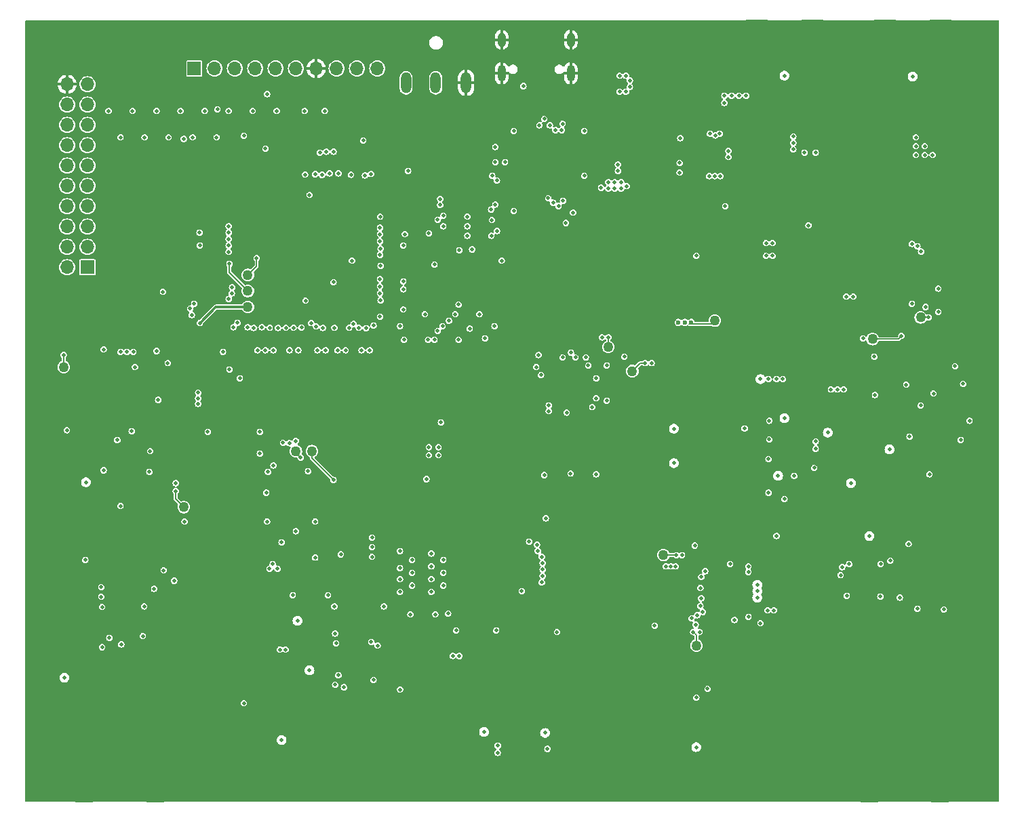
<source format=gbl>
G04 #@! TF.GenerationSoftware,KiCad,Pcbnew,8.0.0*
G04 #@! TF.CreationDate,2024-03-13T17:16:33-04:00*
G04 #@! TF.ProjectId,VNA,564e412e-6b69-4636-9164-5f7063625858,rev?*
G04 #@! TF.SameCoordinates,PX535a28cPY8422900*
G04 #@! TF.FileFunction,Copper,L6,Bot*
G04 #@! TF.FilePolarity,Positive*
%FSLAX46Y46*%
G04 Gerber Fmt 4.6, Leading zero omitted, Abs format (unit mm)*
G04 Created by KiCad (PCBNEW 8.0.0) date 2024-03-13 17:16:33*
%MOMM*%
%LPD*%
G01*
G04 APERTURE LIST*
G04 Aperture macros list*
%AMRoundRect*
0 Rectangle with rounded corners*
0 $1 Rounding radius*
0 $2 $3 $4 $5 $6 $7 $8 $9 X,Y pos of 4 corners*
0 Add a 4 corners polygon primitive as box body*
4,1,4,$2,$3,$4,$5,$6,$7,$8,$9,$2,$3,0*
0 Add four circle primitives for the rounded corners*
1,1,$1+$1,$2,$3*
1,1,$1+$1,$4,$5*
1,1,$1+$1,$6,$7*
1,1,$1+$1,$8,$9*
0 Add four rect primitives between the rounded corners*
20,1,$1+$1,$2,$3,$4,$5,0*
20,1,$1+$1,$4,$5,$6,$7,0*
20,1,$1+$1,$6,$7,$8,$9,0*
20,1,$1+$1,$8,$9,$2,$3,0*%
G04 Aperture macros list end*
G04 #@! TA.AperFunction,ComponentPad*
%ADD10R,1.700000X1.700000*%
G04 #@! TD*
G04 #@! TA.AperFunction,ComponentPad*
%ADD11O,1.700000X1.700000*%
G04 #@! TD*
G04 #@! TA.AperFunction,ComponentPad*
%ADD12O,1.000000X2.100000*%
G04 #@! TD*
G04 #@! TA.AperFunction,ComponentPad*
%ADD13O,1.000000X1.800000*%
G04 #@! TD*
G04 #@! TA.AperFunction,SMDPad,CuDef*
%ADD14R,2.286000X5.080000*%
G04 #@! TD*
G04 #@! TA.AperFunction,ComponentPad*
%ADD15O,1.308000X2.616000*%
G04 #@! TD*
G04 #@! TA.AperFunction,SMDPad,CuDef*
%ADD16R,2.667000X4.191000*%
G04 #@! TD*
G04 #@! TA.AperFunction,SMDPad,CuDef*
%ADD17RoundRect,0.635000X0.000000X0.000000X0.000000X0.000000X0.000000X0.000000X0.000000X0.000000X0*%
G04 #@! TD*
G04 #@! TA.AperFunction,SMDPad,CuDef*
%ADD18RoundRect,0.635000X0.000000X0.000000X0.000000X0.000000X0.000000X0.000000X0.000000X0.000000X0*%
G04 #@! TD*
G04 #@! TA.AperFunction,ViaPad*
%ADD19C,0.500000*%
G04 #@! TD*
G04 #@! TA.AperFunction,ViaPad*
%ADD20C,4.500000*%
G04 #@! TD*
G04 #@! TA.AperFunction,ViaPad*
%ADD21C,0.600000*%
G04 #@! TD*
G04 #@! TA.AperFunction,Conductor*
%ADD22C,0.300000*%
G04 #@! TD*
G04 #@! TA.AperFunction,Conductor*
%ADD23C,0.200000*%
G04 #@! TD*
G04 #@! TA.AperFunction,Conductor*
%ADD24C,0.150000*%
G04 #@! TD*
G04 APERTURE END LIST*
D10*
X21298900Y89803600D03*
D11*
X23838900Y89803600D03*
X26378900Y89803600D03*
X28918900Y89803600D03*
X31458900Y89803600D03*
X33998900Y89803600D03*
X36538900Y89803600D03*
X39078900Y89803600D03*
X41618900Y89803600D03*
X44158900Y89803600D03*
D12*
X68318900Y89198600D03*
D13*
X68318900Y93378600D03*
D12*
X59678900Y89198600D03*
D13*
X59678900Y93378600D03*
D14*
X7580400Y665400D03*
X16419600Y665400D03*
D15*
X47750000Y88000000D03*
X55250000Y88000000D03*
X51450000Y88000000D03*
D14*
X105580400Y665400D03*
X114419600Y665400D03*
D16*
X98494600Y93784600D03*
X91505400Y93784600D03*
X114494600Y93784600D03*
X107505400Y93784600D03*
D10*
X7973900Y64978600D03*
D11*
X5433900Y64978600D03*
X7973900Y67518600D03*
X5433900Y67518600D03*
X7973900Y70058600D03*
X5433900Y70058600D03*
X7973900Y72598600D03*
X5433900Y72598600D03*
X7973900Y75138600D03*
X5433900Y75138600D03*
X7973900Y77678600D03*
X5433900Y77678600D03*
X7973900Y80218600D03*
X5433900Y80218600D03*
X7973900Y82758600D03*
X5433900Y82758600D03*
X7973900Y85298600D03*
X5433900Y85298600D03*
X7973900Y87838600D03*
X5433900Y87838600D03*
D17*
X5000000Y52500000D03*
D18*
X90000000Y52000000D03*
X22000000Y35000000D03*
X86300000Y58300000D03*
X28000000Y64000000D03*
X32000000Y42000000D03*
D17*
X73000000Y55000000D03*
D18*
X36000000Y42000000D03*
X106000000Y56000000D03*
D17*
X84000000Y17700000D03*
D18*
X28000000Y62000000D03*
D17*
X34000000Y42000000D03*
X112000000Y58700000D03*
X76000000Y52000000D03*
D18*
X107000000Y53000000D03*
X20000000Y35000000D03*
X28000000Y66000000D03*
X79900000Y29000000D03*
X28000000Y60000000D03*
D19*
X121000000Y15000000D03*
D20*
X2500000Y28500000D03*
D19*
X121000000Y86000000D03*
X2000000Y12000000D03*
X95000000Y33000000D03*
X56000000Y25000000D03*
X94000000Y61000000D03*
X58000000Y95000000D03*
X101000000Y0D03*
X53000000Y10000000D03*
X44600000Y46100000D03*
X68050000Y51450000D03*
X59000000Y0D03*
X99000000Y48000000D03*
X121000000Y6000000D03*
X94700000Y22050000D03*
X108000000Y39000000D03*
X21800000Y43400000D03*
X95000000Y42000000D03*
X37000000Y0D03*
X1000000Y34000000D03*
X63100000Y55200000D03*
X110900000Y8000000D03*
X98000000Y4750000D03*
X84000000Y95000000D03*
X25000000Y32000000D03*
X10000000Y95000000D03*
X1000000Y53000000D03*
X11000000Y95000000D03*
X8000000Y94000000D03*
X41000000Y44000000D03*
X26000000Y42000000D03*
X24000000Y-1000000D03*
X66900000Y7000000D03*
X38600000Y44800000D03*
X27000000Y95000000D03*
X109000000Y5700000D03*
X53000000Y53000000D03*
X64300000Y6100000D03*
X61600000Y28400000D03*
X25000000Y95000000D03*
X70000000Y20000000D03*
X99000000Y54000000D03*
X17000000Y94000000D03*
X36000000Y48000000D03*
X75000000Y2000000D03*
X89000000Y95000000D03*
X24000000Y47000000D03*
X2000000Y84000000D03*
X74400000Y49300000D03*
X120000000Y34000000D03*
X16000000Y30000000D03*
X120000000Y15000000D03*
X1000000Y6000000D03*
X70000000Y61000000D03*
X78000000Y43000000D03*
X2000000Y73000000D03*
X47000000Y10000000D03*
X64000000Y59000000D03*
X2000000Y36000000D03*
X89200000Y24400000D03*
X75000000Y13000000D03*
X9000000Y5000000D03*
X2000000Y61000000D03*
X61000000Y47000000D03*
X77000000Y62000000D03*
D20*
X32500000Y13500000D03*
D19*
X57000000Y53000000D03*
X101000000Y64000000D03*
X120000000Y32000000D03*
X120000000Y72000000D03*
X30968900Y60193600D03*
X25000000Y38000000D03*
X26000000Y12000000D03*
X99000000Y53000000D03*
X1000000Y61000000D03*
X22000000Y4800000D03*
X100000000Y46000000D03*
X79000000Y62000000D03*
X26000000Y-1000000D03*
X79100000Y54900000D03*
X110700000Y12000000D03*
X74000000Y-1000000D03*
X42418900Y60233600D03*
X78000000Y41000000D03*
X54000000Y53000000D03*
X57000000Y9000000D03*
D20*
X97500000Y62500000D03*
D19*
X120000000Y88000000D03*
X7900000Y55600000D03*
X110800000Y4000000D03*
X9000000Y35500000D03*
X97000000Y60000000D03*
X43800000Y5800000D03*
X2000000Y63000000D03*
X105000000Y26900000D03*
X55900000Y45100000D03*
X26300000Y6600000D03*
X2000000Y42000000D03*
X46900000Y38100000D03*
X64000000Y41000000D03*
X85000000Y48000000D03*
X78000000Y44000000D03*
X102000000Y-1000000D03*
X98000000Y24000000D03*
X121000000Y72000000D03*
X104700000Y57600000D03*
X72000000Y62000000D03*
X16700000Y51100000D03*
X75000000Y41000000D03*
X98000000Y-1000000D03*
X91000000Y0D03*
X114500000Y41000000D03*
X73000000Y15200000D03*
X80000000Y48000000D03*
X90600000Y13400000D03*
X43000000Y36000000D03*
X14000000Y59000000D03*
X12800000Y8700000D03*
X63000000Y94000000D03*
X62700000Y77800000D03*
X97300000Y7050000D03*
X119000000Y18000000D03*
X104000000Y95000000D03*
X120000000Y79000000D03*
X108200000Y20200000D03*
X16000000Y28000000D03*
X85400000Y6100000D03*
X61600000Y32000000D03*
X110800000Y11000000D03*
D20*
X95500000Y12500000D03*
D19*
X23000000Y52000000D03*
X8000000Y35500000D03*
X12100000Y13200000D03*
X40500000Y28800000D03*
X109200000Y4000000D03*
X51300000Y60300000D03*
X14200000Y47300000D03*
X86800000Y23200000D03*
X100000000Y1000000D03*
X26000000Y25000000D03*
X20000000Y95000000D03*
X71000000Y0D03*
X28000000Y4700000D03*
D20*
X119500000Y93500000D03*
D19*
X67000000Y95000000D03*
X97000000Y2000000D03*
X46000000Y52000000D03*
X93000000Y4550000D03*
X2000000Y52000000D03*
X62000000Y95000000D03*
X37000000Y94000000D03*
X25000000Y22000000D03*
X85000000Y49000000D03*
X33000000Y0D03*
X47000000Y53000000D03*
X76000000Y8000000D03*
X120000000Y87000000D03*
X74000000Y62000000D03*
X107000000Y65000000D03*
X41700000Y76600000D03*
X64300000Y45300000D03*
X67000000Y4100000D03*
X75000000Y62000000D03*
X36000000Y95000000D03*
X42000000Y46000000D03*
X2000000Y81000000D03*
X110800000Y1000000D03*
X54700000Y6100000D03*
X2000000Y38000000D03*
X116000000Y1000000D03*
X69000000Y27000000D03*
X29246018Y52246018D03*
X1000000Y90000000D03*
X93000000Y2000000D03*
X43600000Y80800000D03*
X63900000Y77800000D03*
X26900000Y80800000D03*
X102200000Y35900000D03*
X103900000Y57200000D03*
X24700000Y6400000D03*
X2000000Y44000000D03*
X63000000Y0D03*
X67500000Y75400000D03*
X47100000Y19400000D03*
X96000000Y49000000D03*
X93000000Y62000000D03*
X36800000Y5800000D03*
X105000000Y33000000D03*
X2000000Y15000000D03*
X94000000Y49000000D03*
X116000000Y2000000D03*
X73000000Y34000000D03*
X1000000Y50000000D03*
X66300000Y76600000D03*
X61700000Y6200000D03*
X57700000Y2400000D03*
X22000000Y17000000D03*
X76000000Y59800000D03*
X33000000Y94000000D03*
X9000000Y7200000D03*
X46300000Y44100000D03*
X37800000Y5800000D03*
X27000000Y7500000D03*
X92000000Y51900000D03*
X89000000Y94000000D03*
X69000000Y41000000D03*
X39000000Y95000000D03*
X38700000Y36700000D03*
X96000000Y43000000D03*
X90000000Y46543600D03*
X91000000Y48000000D03*
X39000000Y48000000D03*
X29000000Y8000000D03*
X44000000Y42000000D03*
X1000000Y18000000D03*
X95000000Y10000000D03*
X20200000Y44400000D03*
X105000000Y41000000D03*
X50000000Y94000000D03*
X64000000Y1000000D03*
X97000000Y42000000D03*
X59000000Y21000000D03*
X33000000Y53000000D03*
X97000000Y21000000D03*
X120000000Y76000000D03*
X108200000Y31400000D03*
X24000000Y49000000D03*
X57000000Y25000000D03*
X22500000Y12900000D03*
X66000000Y2200000D03*
X118000000Y24000000D03*
X47000000Y32000000D03*
X85000000Y0D03*
X44000000Y8000000D03*
X47500000Y48200000D03*
X55000000Y54000000D03*
X98000000Y13000000D03*
X71100000Y44000000D03*
X103000000Y33000000D03*
X44000000Y51000000D03*
X35800000Y4200000D03*
X61000000Y94000000D03*
X56000000Y95000000D03*
X58000000Y1000000D03*
X72100000Y4200000D03*
X47000000Y94000000D03*
X120000000Y39000000D03*
X54000000Y15500000D03*
X10500000Y9300000D03*
X42700000Y49600000D03*
X103000000Y0D03*
X85700000Y80600000D03*
X41000000Y43000000D03*
X121000000Y30000000D03*
X78000000Y12000000D03*
X41000000Y41000000D03*
X96000000Y34000000D03*
X73100000Y29800000D03*
X110000000Y38000000D03*
X46000000Y40000000D03*
X2000000Y6000000D03*
X24000000Y4800000D03*
X28200000Y34200000D03*
X57000000Y16000000D03*
X56000000Y8000000D03*
X90500000Y5350000D03*
X22000000Y1000000D03*
X62000000Y60000000D03*
X84000000Y-1000000D03*
X65000000Y95000000D03*
X60000000Y31000000D03*
X89600000Y12300000D03*
X28000000Y1000000D03*
X121000000Y71000000D03*
X17900000Y9900000D03*
X81100000Y4200000D03*
X94000000Y-1000000D03*
X63000000Y58000000D03*
X89000000Y0D03*
X3000000Y4000000D03*
X27618900Y69843600D03*
X43000000Y51500000D03*
X42100000Y36000000D03*
X98000000Y31000000D03*
X108800000Y78500000D03*
X2000000Y43000000D03*
X48500000Y39400000D03*
X116500000Y41200000D03*
X6200000Y7800000D03*
X59000000Y16000000D03*
X99000000Y0D03*
X13000000Y11400000D03*
X93000000Y11000000D03*
X37700000Y20800000D03*
X56000000Y9000000D03*
X85700000Y79800000D03*
X5000000Y30000000D03*
X107000000Y31400000D03*
X40000000Y94000000D03*
X12800000Y10600000D03*
X44000000Y41000000D03*
X102500000Y21000000D03*
X121000000Y59000000D03*
X19000000Y94000000D03*
X120000000Y7000000D03*
X92000000Y11000000D03*
X47000000Y2000000D03*
X11600000Y12400000D03*
X59000000Y54000000D03*
X76000000Y41000000D03*
X52988900Y15833600D03*
X32500000Y20800000D03*
X51800000Y5800000D03*
X36000000Y47000000D03*
X60000000Y54000000D03*
X48000000Y31800000D03*
X42000000Y43000000D03*
X43900000Y34000000D03*
X69000000Y14000000D03*
X103000000Y31400000D03*
X61000000Y58000000D03*
X76000000Y10000000D03*
X60100000Y36000000D03*
X107900000Y80200000D03*
X48000000Y94000000D03*
X106000000Y38000000D03*
X69000000Y23000000D03*
X75000000Y14000000D03*
X82148900Y22043600D03*
X73000000Y14000000D03*
X15000000Y37000000D03*
X105688900Y69433600D03*
X106700000Y14250000D03*
X12500000Y20600000D03*
X100600000Y31400000D03*
X56000000Y17000000D03*
X92000000Y33000000D03*
X96000000Y33000000D03*
X85000000Y33000000D03*
X24000000Y46000000D03*
X83000000Y13000000D03*
X62218900Y70503600D03*
X65500000Y34500000D03*
X89000000Y34000000D03*
X120000000Y57000000D03*
X14000000Y5800000D03*
X44800000Y34900000D03*
X97600000Y77500000D03*
X98000000Y29000000D03*
X93000000Y0D03*
X38000000Y1000000D03*
X78000000Y11000000D03*
X52000000Y12000000D03*
X70000000Y26000000D03*
X14000000Y95000000D03*
X86000000Y49000000D03*
X36000000Y8000000D03*
X71000000Y13000000D03*
X39000000Y0D03*
X117000000Y-1000000D03*
X95000000Y43000000D03*
X65138900Y70503600D03*
X34700000Y40200000D03*
X103000000Y95000000D03*
X98200000Y82400000D03*
X61000000Y53000000D03*
X74000000Y9000000D03*
X26000000Y17000000D03*
X112000000Y48700000D03*
X39000000Y9000000D03*
X69000000Y26000000D03*
X121000000Y25000000D03*
X120000000Y36000000D03*
X59000000Y15000000D03*
X32200000Y31600000D03*
X76100000Y4200000D03*
X83000000Y34000000D03*
X120000000Y29000000D03*
X106000000Y64000000D03*
X21800000Y44400000D03*
X121000000Y49000000D03*
X66000000Y-1000000D03*
X59000000Y23000000D03*
X55000000Y11000000D03*
X80000000Y95000000D03*
X98000000Y6400000D03*
X83000000Y14000000D03*
X6000000Y58000000D03*
X98000000Y11000000D03*
X28000000Y95000000D03*
X73000000Y61000000D03*
X28000000Y26300000D03*
X94800000Y72800000D03*
X52400000Y68900000D03*
X42000000Y37000000D03*
X43000000Y34000000D03*
X41000000Y95000000D03*
X111000000Y28000000D03*
X110000000Y65000000D03*
X65100000Y77800000D03*
X58000000Y11000000D03*
X52000000Y1000000D03*
X11000000Y7000000D03*
X1000000Y3000000D03*
X27000000Y2000000D03*
X105000000Y34000000D03*
X81000000Y11000000D03*
X33800000Y4200000D03*
X98000000Y55000000D03*
X90000000Y45643600D03*
X56200000Y2900000D03*
X70000000Y94000000D03*
X110000000Y89000000D03*
D20*
X119500000Y21500000D03*
D19*
X27000000Y14000000D03*
X62000000Y58000000D03*
X41000000Y42000000D03*
X5000000Y3000000D03*
X34000000Y11000000D03*
X71000000Y80300000D03*
X112500000Y23600000D03*
X102000000Y14200000D03*
X98000000Y14000000D03*
X120000000Y68000000D03*
X73800000Y69200000D03*
X26000000Y31000000D03*
X99000000Y49000000D03*
X104000000Y33000000D03*
X27000000Y16000000D03*
X61000000Y45000000D03*
X65000000Y2000000D03*
X61000000Y0D03*
X74000000Y41000000D03*
X2000000Y7000000D03*
X41000000Y45000000D03*
X82000000Y48000000D03*
X89200000Y25600000D03*
X93028900Y44763600D03*
X20000000Y4800000D03*
X121000000Y54000000D03*
X97000000Y34000000D03*
X111200000Y37800000D03*
X60000000Y95000000D03*
X88000000Y13000000D03*
X2000000Y8000000D03*
X82000000Y1000000D03*
X36000000Y1000000D03*
X54600000Y4000000D03*
X75000000Y33000000D03*
X68300000Y38000000D03*
X109000000Y33000000D03*
X108500000Y11000000D03*
X16000000Y35000000D03*
X102000000Y65000000D03*
X70000000Y23000000D03*
X50000000Y53000000D03*
X2000000Y22000000D03*
X73000000Y42000000D03*
X81000000Y14000000D03*
X84700000Y74000000D03*
X82000000Y87300000D03*
X121000000Y85000000D03*
X53500000Y34000000D03*
X121000000Y13000000D03*
X121000000Y75000000D03*
X1000000Y88000000D03*
X53000000Y9000000D03*
X25000000Y39000000D03*
X97000000Y22000000D03*
X48000000Y-1000000D03*
X99000000Y57000000D03*
X94000000Y48000000D03*
X90600000Y15600000D03*
X1000000Y36000000D03*
X62700000Y76600000D03*
X104000000Y64000000D03*
X12000000Y59000000D03*
X29000000Y22800000D03*
X29000000Y23800000D03*
X58000000Y53000000D03*
X16000000Y31000000D03*
X2000000Y19000000D03*
X26000000Y39000000D03*
X53800000Y5900000D03*
X81000000Y94000000D03*
X53000000Y11500000D03*
X8000000Y48000000D03*
X2000000Y90000000D03*
X97000000Y0D03*
X11200000Y8000000D03*
X41668900Y62323600D03*
X25000000Y17000000D03*
X90000000Y15000000D03*
X95900000Y60300000D03*
X94000000Y19000000D03*
X45300000Y36500000D03*
X92100000Y14900000D03*
X99000000Y58000000D03*
X56300000Y40300000D03*
X44000000Y94000000D03*
X93000000Y12000000D03*
X1000000Y65000000D03*
X22000000Y54000000D03*
X25000000Y44000000D03*
X121000000Y42000000D03*
X108000000Y15500000D03*
X95000000Y4750000D03*
X117000000Y3000000D03*
X43000000Y9000000D03*
X35800000Y5800000D03*
X102900000Y8250000D03*
X65000000Y60000000D03*
X98000000Y16000000D03*
X56000000Y-1000000D03*
X105000000Y36000000D03*
X96000000Y48000000D03*
X96000000Y1000000D03*
X97000000Y15000000D03*
X46000000Y53000000D03*
X56400000Y36700000D03*
X18000000Y95000000D03*
X8400000Y53000000D03*
X82000000Y11000000D03*
X121000000Y60000000D03*
X83000000Y0D03*
X31000000Y2000000D03*
X94000000Y4550000D03*
X51000000Y95000000D03*
X83000000Y49000000D03*
X120000000Y56000000D03*
X64000000Y61000000D03*
X83000000Y94000000D03*
X79000000Y13000000D03*
X55700000Y48000000D03*
X14200000Y51700000D03*
X44800000Y5800000D03*
X80000000Y59800000D03*
X108500000Y45200000D03*
X51000000Y32000000D03*
X2000000Y40000000D03*
X1000000Y8000000D03*
X82000000Y88600000D03*
X77000000Y33000000D03*
X46400000Y35800000D03*
X41000000Y0D03*
X53900000Y44700000D03*
X89000000Y15000000D03*
X14100000Y12800000D03*
X79500000Y5800000D03*
X78000000Y94000000D03*
X46400000Y39000000D03*
X60700000Y27500000D03*
X16400000Y4200000D03*
X1000000Y80000000D03*
X1000000Y89000000D03*
X41100000Y49500000D03*
X1000000Y17000000D03*
X86000000Y17300000D03*
X34000000Y5900000D03*
X70000000Y13000000D03*
X26000000Y37000000D03*
X67500000Y77800000D03*
X63000000Y2000000D03*
X121000000Y5000000D03*
X67800000Y2700000D03*
X68700000Y3200000D03*
X113600000Y52500000D03*
X63100000Y45300000D03*
X88000000Y95000000D03*
X61250000Y20600000D03*
X21000000Y2000000D03*
X69000000Y61000000D03*
X73100000Y4200000D03*
X1000000Y49000000D03*
X82000000Y95000000D03*
X1000000Y54000000D03*
X96000000Y32000000D03*
X112000000Y28000000D03*
X73000000Y0D03*
X24000000Y1000000D03*
X44000000Y10000000D03*
X2000000Y45000000D03*
X89018900Y42083600D03*
X82000000Y62000000D03*
X49700000Y35500000D03*
X120000000Y4000000D03*
X89978900Y43243600D03*
X95000000Y15000000D03*
X1000000Y87000000D03*
X64950000Y22900000D03*
X2000000Y80000000D03*
X19900000Y66600000D03*
X11448900Y61313600D03*
X51000000Y31000000D03*
X86000000Y33000000D03*
X41300000Y15100000D03*
X86000000Y-1000000D03*
X34800000Y4200000D03*
X50800000Y4200000D03*
X74000000Y10000000D03*
X26000000Y41000000D03*
X86000000Y4500000D03*
X121000000Y82000000D03*
X42000000Y50400000D03*
X1000000Y16000000D03*
X1000000Y4000000D03*
X74000000Y33000000D03*
X86000000Y1000000D03*
X37000000Y48000000D03*
X61000000Y54000000D03*
X72000000Y61000000D03*
X57000000Y0D03*
X30000000Y14000000D03*
X63000000Y60000000D03*
X12500000Y21500000D03*
X30000000Y8000000D03*
X12800000Y4000000D03*
X1000000Y12000000D03*
X114400000Y56900000D03*
X98000000Y25000000D03*
X110800000Y3000000D03*
X105000000Y45000000D03*
X94000000Y18000000D03*
X119000000Y4000000D03*
X58000000Y94000000D03*
X41038900Y60603600D03*
X121000000Y18000000D03*
X116000000Y0D03*
X61000000Y95000000D03*
X109500000Y14400000D03*
X85700000Y79000000D03*
X121000000Y26000000D03*
X9000000Y94000000D03*
X54000000Y9000000D03*
X57000000Y2000000D03*
X52600000Y22700000D03*
X81000000Y12000000D03*
X67600000Y32700000D03*
X1000000Y64000000D03*
X65000000Y94000000D03*
X72500000Y5800000D03*
X82100000Y4200000D03*
X44500000Y49900000D03*
X41000000Y47000000D03*
X52900000Y5800000D03*
X97500000Y35900000D03*
X48700000Y42500000D03*
X11200000Y4000000D03*
X55500000Y34000000D03*
X79100000Y4200000D03*
X80000000Y9000000D03*
X54000000Y10000000D03*
X55900000Y5000000D03*
X104100000Y9950000D03*
X32000000Y94000000D03*
X20200000Y43400000D03*
D20*
X107500000Y35500000D03*
D19*
X115700000Y41200000D03*
X1000000Y78000000D03*
X74000000Y34000000D03*
X89000000Y8000000D03*
X71100000Y4200000D03*
X103000000Y94000000D03*
X79000000Y44000000D03*
X120000000Y16000000D03*
X121000000Y87000000D03*
X112000000Y89000000D03*
X78000000Y47000000D03*
X62000000Y59000000D03*
X49300000Y32800000D03*
X40000000Y-1000000D03*
X94000000Y15000000D03*
X63900000Y76600000D03*
X89000000Y49000000D03*
X2000000Y51000000D03*
X121000000Y35000000D03*
D20*
X78000000Y500000D03*
D19*
X120000000Y47000000D03*
X57600000Y36700000D03*
X36800000Y4200000D03*
X21000000Y56000000D03*
X94000000Y21000000D03*
X75000000Y9000000D03*
X65200000Y5900000D03*
X104148900Y51623600D03*
X121000000Y44000000D03*
X69000000Y0D03*
X84800000Y78200000D03*
X107500000Y13950000D03*
X20000000Y54000000D03*
X112000000Y64000000D03*
X62058900Y73003600D03*
X12800000Y2000000D03*
X21000000Y21000000D03*
X69500000Y5900000D03*
X98500000Y77000000D03*
X104000000Y-1000000D03*
X98000000Y18000000D03*
X78000000Y45000000D03*
X120000000Y44000000D03*
X56000000Y53000000D03*
X121000000Y74000000D03*
X18000000Y49300000D03*
X121000000Y8000000D03*
X60100000Y34600000D03*
X82200000Y37400000D03*
X10500000Y10700000D03*
X112000000Y30000000D03*
X2000000Y88000000D03*
X28000000Y50000000D03*
X70000000Y-1000000D03*
X103898900Y46803600D03*
X8400000Y7800000D03*
X120000000Y83000000D03*
X98000000Y30000000D03*
X73000000Y12000000D03*
X101000000Y2000000D03*
X107900000Y79400000D03*
X32000000Y95000000D03*
X1000000Y85000000D03*
X60000000Y2200000D03*
X6600000Y22600000D03*
X78000000Y62000000D03*
X100000000Y33000000D03*
X39900000Y84600000D03*
X95000000Y49000000D03*
X40000000Y9000000D03*
X65000000Y62000000D03*
X90000000Y33000000D03*
X51200000Y46800000D03*
X87000000Y15000000D03*
X25000000Y94000000D03*
X34000000Y10000000D03*
X23000000Y51000000D03*
X38900000Y24000000D03*
X9700000Y4300000D03*
X57000000Y21000000D03*
X109700000Y57600000D03*
X85000000Y61000000D03*
X26000000Y18000000D03*
X104100000Y25100000D03*
X23000000Y31000000D03*
X6600000Y25000000D03*
X42200000Y16000000D03*
X100900000Y8300000D03*
X120000000Y81000000D03*
X66300000Y75400000D03*
X2000000Y9000000D03*
X88000000Y33000000D03*
X1000000Y15000000D03*
X1000000Y62000000D03*
X9000000Y59000000D03*
X100900000Y5950000D03*
X2000000Y16000000D03*
X99000000Y45500000D03*
X2000000Y48000000D03*
X52600000Y20100000D03*
X45000000Y53000000D03*
X64000000Y95000000D03*
X98000000Y20000000D03*
X120000000Y46000000D03*
X79000000Y34000000D03*
X1000000Y19000000D03*
X79000000Y9000000D03*
X30000000Y8900000D03*
X10000000Y28000000D03*
X37000000Y2000000D03*
X44000000Y45000000D03*
X120000000Y45000000D03*
X97000000Y41000000D03*
X1000000Y75000000D03*
X15000000Y59000000D03*
X120000000Y55000000D03*
X63350000Y22900000D03*
X75100000Y4200000D03*
X26000000Y26000000D03*
D20*
X26500000Y48000000D03*
D19*
X120000000Y30000000D03*
X66850000Y50250000D03*
X99000000Y60000000D03*
X105000000Y35000000D03*
X116000000Y33000000D03*
X89848900Y17543600D03*
X26000000Y43000000D03*
X18300000Y9000000D03*
X86000000Y48000000D03*
X53000000Y2000000D03*
X108000000Y65000000D03*
X99000000Y4950000D03*
X23000000Y95000000D03*
X78000000Y14000000D03*
X98000000Y12000000D03*
X99000000Y55000000D03*
X117000000Y95000000D03*
X121000000Y16000000D03*
X42000000Y48700000D03*
X121000000Y52000000D03*
X102000000Y1000000D03*
X70000000Y16000000D03*
X116000000Y35000000D03*
X76500000Y5800000D03*
X105000000Y47000000D03*
X101000000Y94000000D03*
X69000000Y17000000D03*
X84000000Y48000000D03*
X73000000Y41000000D03*
X68050000Y50250000D03*
X41000000Y39000000D03*
X85700000Y78200000D03*
X75000000Y59800000D03*
X104000000Y45000000D03*
X1000000Y41000000D03*
X74000000Y1000000D03*
X20000000Y1000000D03*
X81000000Y8000000D03*
X45000000Y95000000D03*
X33800000Y35500000D03*
X41000000Y2000000D03*
X121000000Y4000000D03*
X44800000Y23900000D03*
X46000000Y42000000D03*
X27288900Y72353600D03*
X21500000Y20000000D03*
X6600000Y9600000D03*
X35200000Y24500000D03*
X99800000Y23200000D03*
X73000000Y2000000D03*
X56000000Y10000000D03*
X19000000Y47000000D03*
X3600000Y22100000D03*
X95000000Y2000000D03*
X6000000Y2000000D03*
X11000000Y58000000D03*
X74400000Y51700000D03*
X94000000Y7900000D03*
X2000000Y17000000D03*
X102000000Y95000000D03*
X89000000Y2000000D03*
X89000000Y48000000D03*
X69250000Y50250000D03*
X50000000Y32000000D03*
X83900000Y79800000D03*
X106000000Y39600000D03*
X107400000Y55400000D03*
X121000000Y90000000D03*
X10000000Y58000000D03*
X96000000Y16000000D03*
X37000000Y95000000D03*
X67000000Y61000000D03*
X121000000Y39000000D03*
X39000000Y10000000D03*
X90200000Y37400000D03*
X109000000Y7500000D03*
X65000000Y7600000D03*
X8300000Y5700000D03*
X28000000Y-1000000D03*
X19000000Y4800000D03*
X99000000Y56000000D03*
X38000000Y10000000D03*
X49000000Y53000000D03*
X100000000Y14200000D03*
X120000000Y33000000D03*
X1000000Y69000000D03*
X107100000Y15900000D03*
X55000000Y8000000D03*
X83000000Y33000000D03*
X39000000Y47000000D03*
X68000000Y41000000D03*
X1000000Y73000000D03*
X88200000Y38300000D03*
X1000000Y67000000D03*
X116000000Y30000000D03*
X18000000Y50100000D03*
X44000000Y40000000D03*
X13500000Y4200000D03*
X70200000Y57100000D03*
X83100000Y4200000D03*
X85000000Y34000000D03*
X121000000Y69000000D03*
X100000000Y65000000D03*
X90000000Y62000000D03*
X105000000Y44000000D03*
X117000000Y37800000D03*
X107900000Y81800000D03*
X98000000Y33000000D03*
X83000000Y62000000D03*
X121000000Y29000000D03*
X97000000Y33000000D03*
X36200000Y26300000D03*
X50000000Y95000000D03*
X44500000Y37500000D03*
X59000000Y22000000D03*
X2000000Y11000000D03*
X6000000Y1000000D03*
X117000000Y20000000D03*
X121000000Y70000000D03*
X110600000Y20200000D03*
X61000000Y7000000D03*
X47000000Y33400000D03*
X6000000Y95000000D03*
X40400000Y16000000D03*
X30000000Y1000000D03*
X106000000Y46000000D03*
X1000000Y32000000D03*
X90000000Y49000000D03*
X46000000Y9000000D03*
X100000000Y48000000D03*
X121000000Y32000000D03*
X54500000Y48500000D03*
X2000000Y46000000D03*
X106000000Y33000000D03*
X49000000Y31000000D03*
X11200000Y1000000D03*
X19000000Y56000000D03*
X52400000Y30300000D03*
X41000000Y9000000D03*
X107400000Y18000000D03*
X95900000Y55500000D03*
X80000000Y94000000D03*
X120000000Y13000000D03*
X89500000Y14500000D03*
X6600000Y16300000D03*
X23000000Y94000000D03*
X38000000Y47000000D03*
X108500000Y10000000D03*
X5000000Y2000000D03*
X91000000Y34000000D03*
X108000000Y17000000D03*
X1000000Y10000000D03*
X74400000Y44900000D03*
X121000000Y34000000D03*
X66000000Y61000000D03*
X26000000Y40000000D03*
X99000000Y34000000D03*
X99000000Y47000000D03*
X102800000Y43200000D03*
X121000000Y53000000D03*
X42000000Y39000000D03*
X60000000Y47000000D03*
X24000000Y51000000D03*
X88200000Y37400000D03*
X88500000Y13500000D03*
X36000000Y-1000000D03*
X2000000Y10000000D03*
X41000000Y46000000D03*
X37000000Y10000000D03*
X83700000Y5800000D03*
X94800000Y71500000D03*
X100000000Y16300000D03*
X110000000Y64000000D03*
X25000000Y42000000D03*
X89000000Y33000000D03*
X71000000Y94000000D03*
X1000000Y83000000D03*
X104000000Y46000000D03*
X83900000Y77400000D03*
X69000000Y15000000D03*
X98000000Y21000000D03*
X110000000Y35000000D03*
X35000000Y0D03*
X48100000Y30800000D03*
X57000000Y54000000D03*
X121000000Y51000000D03*
X38000000Y80800000D03*
X77000000Y34000000D03*
X102300000Y7450000D03*
X95000000Y55000000D03*
X88100000Y8000000D03*
X80000000Y10000000D03*
X105000000Y37000000D03*
X94000000Y89000000D03*
X96300000Y35900000D03*
X23000000Y54000000D03*
X121000000Y12000000D03*
X26000000Y33000000D03*
X88000000Y94000000D03*
X36000000Y9000000D03*
X87000000Y94000000D03*
X12000000Y94000000D03*
X81000000Y61000000D03*
X84000000Y62000000D03*
X95000000Y27950000D03*
X33000000Y2000000D03*
X66200000Y57000000D03*
X1000000Y38000000D03*
X120000000Y60000000D03*
X44100000Y38700000D03*
X104100000Y26000000D03*
X11600000Y21500000D03*
X26000000Y94000000D03*
X97000000Y49000000D03*
X95000000Y28850000D03*
X55000000Y0D03*
X121000000Y36000000D03*
X47500000Y35500000D03*
X16000000Y13100000D03*
X55000000Y95000000D03*
X88000000Y-1000000D03*
X2000000Y47000000D03*
X2000000Y39000000D03*
X12800000Y9700000D03*
X53900000Y39400000D03*
X83000000Y5800000D03*
X105100000Y11650000D03*
X28000000Y94000000D03*
X102800000Y12300000D03*
X65700000Y44000000D03*
X62000000Y1000000D03*
X120000000Y31000000D03*
X95000000Y48000000D03*
X31000000Y0D03*
X56000000Y26000000D03*
X113600000Y41500000D03*
X109200000Y5000000D03*
X19000000Y23000000D03*
X101000000Y14200000D03*
X60300000Y6200000D03*
X53800000Y4200000D03*
X69000000Y95000000D03*
X38800000Y5800000D03*
X30000000Y94000000D03*
X20300000Y8500000D03*
X72000000Y42000000D03*
X91100000Y13900000D03*
X77000000Y12000000D03*
X74000000Y95000000D03*
X11600000Y20600000D03*
X60050000Y20600000D03*
X21000000Y55000000D03*
X34000000Y95000000D03*
X101000000Y47000000D03*
X53000000Y0D03*
X107400000Y19000000D03*
X95700000Y7050000D03*
X61000000Y57000000D03*
X7000000Y47000000D03*
X99400000Y76500000D03*
X60000000Y57000000D03*
X27000000Y84900000D03*
X33000000Y95000000D03*
X40400000Y16900000D03*
X78000000Y8000000D03*
X21000000Y53000000D03*
X121000000Y68000000D03*
X20000000Y21500000D03*
X91000000Y33000000D03*
X47500000Y11000000D03*
X121000000Y61000000D03*
X56000000Y11000000D03*
X105900000Y25100000D03*
X69900000Y44000000D03*
X79000000Y33000000D03*
X1000000Y48000000D03*
X78000000Y42000000D03*
X1000000Y11000000D03*
X121000000Y48000000D03*
X34800000Y5800000D03*
X112400000Y52500000D03*
X102900000Y54300000D03*
X19000000Y24000000D03*
X104000000Y94000000D03*
X60700000Y28400000D03*
X2000000Y69000000D03*
X90000000Y1000000D03*
X120000000Y11000000D03*
X2000000Y87000000D03*
X121000000Y46000000D03*
X69000000Y25000000D03*
X52000000Y54000000D03*
X1000000Y66000000D03*
X14500000Y4200000D03*
X32800000Y4200000D03*
X100300000Y7600000D03*
X94000000Y17000000D03*
X15000000Y13100000D03*
X103000000Y64000000D03*
X32600000Y6600000D03*
X25000000Y50000000D03*
X83900000Y79000000D03*
X77000000Y14000000D03*
X23000000Y53000000D03*
X1000000Y20000000D03*
X118000000Y19000000D03*
X121000000Y17000000D03*
X2000000Y25000000D03*
X42000000Y94000000D03*
X74000000Y42000000D03*
X68000000Y95000000D03*
X24050000Y7050000D03*
X106000000Y42000000D03*
X40500000Y86400000D03*
X64000000Y94000000D03*
X25000000Y34000000D03*
X116000000Y26000000D03*
X99000000Y33000000D03*
X81000000Y49000000D03*
X88000000Y1000000D03*
X113000000Y64000000D03*
X57000000Y23000000D03*
X42000000Y9000000D03*
X57100000Y5800000D03*
X91600000Y14400000D03*
X120000000Y51000000D03*
X16000000Y94000000D03*
X97000000Y29000000D03*
X2000000Y74000000D03*
X29000000Y94000000D03*
X69000000Y13000000D03*
X7000000Y59000000D03*
X42000000Y44000000D03*
X6600000Y20000000D03*
X54000000Y95000000D03*
X64300000Y33600000D03*
X57500000Y34000000D03*
X70000000Y29000000D03*
X1000000Y91000000D03*
X102000000Y94000000D03*
X73000000Y10000000D03*
X70300000Y4100000D03*
X76000000Y9000000D03*
X73000000Y94000000D03*
X16100000Y12100000D03*
X19000000Y7300000D03*
X73500000Y5800000D03*
X57000000Y22000000D03*
X98000000Y58900000D03*
X83900000Y78200000D03*
X2000000Y70000000D03*
X49000000Y54000000D03*
X91100000Y4850000D03*
X10000000Y34000000D03*
X68000000Y62000000D03*
X73100000Y29000000D03*
X39000000Y49000000D03*
X86000000Y61000000D03*
X49000000Y32000000D03*
X43000000Y8000000D03*
X80000000Y62000000D03*
X120000000Y35000000D03*
X20000000Y57000000D03*
X68600000Y6100000D03*
X48000000Y1000000D03*
X46000000Y41000000D03*
X29000000Y4800000D03*
X44700000Y73700000D03*
D20*
X2500000Y57500000D03*
D19*
X28000000Y38100000D03*
X59000000Y95000000D03*
X13000000Y94000000D03*
X66000000Y3800000D03*
X40500000Y30000000D03*
X88000000Y48000000D03*
X72000000Y41000000D03*
X2000000Y35000000D03*
X76000000Y13000000D03*
X57000000Y11000000D03*
X88200000Y29650000D03*
X121000000Y76000000D03*
X102000000Y34000000D03*
X70000000Y42000000D03*
X29500000Y43300000D03*
X7800000Y40500000D03*
X42000000Y10000000D03*
X108848900Y69303600D03*
X1000000Y76000000D03*
X79000000Y42000000D03*
X97000000Y30000000D03*
X25000000Y18000000D03*
X120000000Y49000000D03*
X120000000Y27000000D03*
X41000000Y83000000D03*
X104000000Y1000000D03*
X98000000Y19000000D03*
X31800000Y4200000D03*
X87000000Y14000000D03*
X41000000Y40000000D03*
X58500000Y45000000D03*
X58000000Y54000000D03*
X56700000Y4500000D03*
X25000000Y4800000D03*
X109200000Y3000000D03*
X104248900Y70793600D03*
X102000000Y20000000D03*
X25000000Y20000000D03*
X38000000Y49000000D03*
X86600000Y38300000D03*
X56000000Y21000000D03*
X37000000Y49000000D03*
X107700000Y61300000D03*
X101000000Y65000000D03*
X74000000Y8000000D03*
X43600000Y48800000D03*
X98000000Y56000000D03*
X51000000Y2000000D03*
X97000000Y28000000D03*
X29000000Y95000000D03*
X48000000Y53000000D03*
X114500000Y42000000D03*
X25000000Y16000000D03*
X40400000Y15100000D03*
X36800000Y8000000D03*
X79000000Y61000000D03*
X91000000Y51900000D03*
X92000000Y62000000D03*
X116000000Y28000000D03*
X121000000Y7000000D03*
X100000000Y-1000000D03*
X93000000Y61000000D03*
X76000000Y34000000D03*
X50600000Y65600000D03*
X33300000Y20800000D03*
X75500000Y16500000D03*
X13400000Y20600000D03*
X16000000Y32000000D03*
X49000000Y2000000D03*
X46700000Y45100000D03*
X76000000Y42000000D03*
X100000000Y34000000D03*
X71000000Y42000000D03*
X27400000Y39400000D03*
X62000000Y-1000000D03*
X82000000Y82500000D03*
X51000000Y12500000D03*
X69500000Y3700000D03*
X22000000Y27000000D03*
X82700000Y19700000D03*
X2000000Y66000000D03*
X98900000Y39100000D03*
X120000000Y38000000D03*
X25000000Y15000000D03*
X59700000Y67200000D03*
X81900000Y6900000D03*
X26000000Y38000000D03*
X16000000Y33000000D03*
X16000000Y34000000D03*
X82000000Y83600000D03*
X112700000Y42000000D03*
X60000000Y55000000D03*
X59000000Y53000000D03*
X96000000Y4750000D03*
X95000000Y0D03*
X109100000Y11650000D03*
X50000000Y-1000000D03*
X54000000Y1000000D03*
X108700000Y15100000D03*
X41800000Y4200000D03*
X39800000Y4200000D03*
X93000000Y51900000D03*
X104000000Y65000000D03*
X92000000Y12000000D03*
X12000000Y58000000D03*
X2000000Y67000000D03*
X120000000Y12000000D03*
X92000000Y4650000D03*
X2000000Y65000000D03*
X55000000Y2000000D03*
X67000000Y62000000D03*
X101600000Y6650000D03*
X106000000Y65000000D03*
X70000000Y22000000D03*
X64000000Y7800000D03*
D20*
X2500000Y93500000D03*
D19*
X66118900Y71153600D03*
X80000000Y46000000D03*
X55400000Y3500000D03*
X69250000Y49050000D03*
X45000000Y51000000D03*
X120000000Y53000000D03*
X68000000Y42000000D03*
X93000000Y14000000D03*
X26000000Y4600000D03*
X79000000Y14000000D03*
X15000000Y95000000D03*
X41000000Y38000000D03*
X45800000Y5800000D03*
X60000000Y-1000000D03*
X33000000Y11000000D03*
X50600000Y66800000D03*
X77000000Y8000000D03*
X120000000Y9000000D03*
X19500000Y6400000D03*
X20700000Y7600000D03*
X71000000Y14000000D03*
X27000000Y65000000D03*
X57000000Y26000000D03*
X9600000Y6600000D03*
X2000000Y49000000D03*
X87000000Y48000000D03*
X110800000Y10000000D03*
X32200000Y76700000D03*
X1000000Y52000000D03*
X110000000Y28000000D03*
X34000000Y94000000D03*
X17400000Y60700000D03*
X37000000Y47000000D03*
X90100000Y12900000D03*
X82500000Y7500000D03*
X44418900Y64283600D03*
X112000000Y31000000D03*
X77000000Y94000000D03*
X72000000Y1000000D03*
X66000000Y60000000D03*
X12800000Y1000000D03*
X107200000Y78500000D03*
X75000000Y10000000D03*
X66900000Y5100000D03*
X35000000Y10000000D03*
X102000000Y53800000D03*
X30000000Y15000000D03*
X26000000Y14000000D03*
X76000000Y61000000D03*
X97000000Y43000000D03*
X116000000Y29000000D03*
X108000000Y38000000D03*
X20000000Y94000000D03*
X81000000Y9000000D03*
X36000000Y10000000D03*
X96000000Y10000000D03*
X100000000Y5350000D03*
X29500000Y42500000D03*
X1000000Y43000000D03*
X22450000Y7050000D03*
X82800000Y16100000D03*
X83900000Y6600000D03*
X10000000Y94000000D03*
X86200000Y6600000D03*
X120000000Y73000000D03*
X41000000Y48000000D03*
X108400000Y40800000D03*
X1000000Y55000000D03*
X86000000Y94000000D03*
X47100000Y21600000D03*
X75000000Y61000000D03*
X20000000Y55000000D03*
X32600000Y35500000D03*
X47000000Y52000000D03*
X78000000Y46000000D03*
X98900000Y6600000D03*
X11000000Y94000000D03*
X11600000Y37000000D03*
X107400000Y54500000D03*
X85700000Y77400000D03*
X101700000Y21400000D03*
X87000000Y2000000D03*
X13400000Y21500000D03*
X40800000Y4200000D03*
X48000000Y8000000D03*
X107000000Y50000000D03*
X120000000Y75000000D03*
X66850000Y49050000D03*
X46800000Y5800000D03*
X70000000Y25000000D03*
X86000000Y34000000D03*
X28000000Y14000000D03*
X77000000Y10000000D03*
X84000000Y34000000D03*
X111488900Y70923600D03*
X1000000Y81000000D03*
X60000000Y46000000D03*
X48000000Y54000000D03*
X46000000Y10000000D03*
X45800000Y4200000D03*
X23000000Y2000000D03*
X48700000Y41400000D03*
X57000000Y95000000D03*
X83000000Y95000000D03*
X61700000Y7800000D03*
X1000000Y37000000D03*
X43400000Y37000000D03*
X42000000Y8000000D03*
X96000000Y42000000D03*
X23250000Y7050000D03*
X121000000Y84000000D03*
X68650000Y49650000D03*
X4000000Y26000000D03*
X61600000Y27500000D03*
X121000000Y66000000D03*
X71000000Y95000000D03*
X81300000Y6300000D03*
X60500000Y85000000D03*
X82000000Y34000000D03*
X88000000Y61000000D03*
X38000000Y95000000D03*
X89000000Y8900000D03*
X105000000Y64000000D03*
X112000000Y35000000D03*
X88000000Y15000000D03*
X69000000Y21000000D03*
X80000000Y12000000D03*
X75000000Y42000000D03*
X1000000Y22000000D03*
X92000000Y-1000000D03*
X87400000Y5300000D03*
X49000000Y95000000D03*
X94000000Y6650000D03*
X84000000Y94000000D03*
X68000000Y1000000D03*
X99400000Y77500000D03*
X61500000Y36000000D03*
X105000000Y65000000D03*
X68050000Y49050000D03*
X80000000Y11000000D03*
X92000000Y6550000D03*
X82000000Y15000000D03*
X79000000Y95000000D03*
X62000000Y56000000D03*
X36000000Y94000000D03*
X55000000Y15000000D03*
X1000000Y26000000D03*
X1000000Y70000000D03*
X72000000Y13000000D03*
X29000000Y14000000D03*
X54000000Y11000000D03*
X94000000Y10000000D03*
X98000000Y57000000D03*
X53000000Y94000000D03*
X77000000Y43000000D03*
X2000000Y23000000D03*
X72000000Y94000000D03*
X102500000Y10500000D03*
X93000000Y6650000D03*
X69000000Y2000000D03*
D20*
X119500000Y63500000D03*
D19*
X57000000Y27000000D03*
X46000000Y94000000D03*
X47000000Y8000000D03*
X120000000Y52000000D03*
X83300000Y37400000D03*
X58000000Y-1000000D03*
X26000000Y20000000D03*
X2000000Y32000000D03*
X5000000Y-1000000D03*
X68000000Y-1000000D03*
X53000000Y54000000D03*
X92700000Y15500000D03*
X82000000Y33000000D03*
X2000000Y37000000D03*
X59000000Y55000000D03*
X12500000Y19700000D03*
X10000000Y31000000D03*
X33300000Y6200000D03*
X64428900Y56993600D03*
X66900000Y44000000D03*
X36000000Y50000000D03*
X74500000Y5800000D03*
X31000000Y94000000D03*
X65000000Y0D03*
X48500000Y48500000D03*
X40000000Y1000000D03*
X25000000Y41000000D03*
X46000000Y27400000D03*
X96000000Y-1000000D03*
X56900000Y7700000D03*
X106400000Y13050000D03*
X26000000Y21000000D03*
X52058900Y94093600D03*
X18000000Y1000000D03*
X11200000Y2000000D03*
X47000000Y95000000D03*
X98000000Y47000000D03*
X27508900Y58083600D03*
X47100000Y20400000D03*
X98000000Y32000000D03*
X67000000Y94000000D03*
X90000000Y-1000000D03*
X14200000Y50900000D03*
X7000000Y95000000D03*
X40000000Y95000000D03*
X61000000Y46000000D03*
X22000000Y52000000D03*
X96000000Y15000000D03*
X11300000Y11500000D03*
X88000000Y49000000D03*
X94000000Y63000000D03*
X75000000Y12000000D03*
X99700000Y7000000D03*
X2000000Y14000000D03*
X11138900Y69243600D03*
X36200000Y24500000D03*
X34000000Y1000000D03*
X121000000Y57000000D03*
X76000000Y94000000D03*
X96800000Y82400000D03*
X83000000Y15000000D03*
X3000000Y32000000D03*
X18000000Y4800000D03*
X120000000Y89000000D03*
X87000000Y49000000D03*
X120000000Y37000000D03*
X41000000Y8000000D03*
X13000000Y58000000D03*
X91848900Y17413600D03*
X30800000Y22800000D03*
X13400000Y38000000D03*
X120000000Y90000000D03*
X21000000Y94000000D03*
D20*
X2500000Y500000D03*
D19*
X121000000Y83000000D03*
X41800000Y5800000D03*
X83000000Y2000000D03*
X121000000Y88000000D03*
X81000000Y59800000D03*
X25000000Y51000000D03*
X42000000Y95000000D03*
X11600000Y38000000D03*
X97000000Y17000000D03*
X120000000Y6000000D03*
X70000000Y15000000D03*
X94000000Y1000000D03*
X81438900Y41933600D03*
X106000000Y39000000D03*
X46000000Y95000000D03*
X51000000Y53000000D03*
X82000000Y10000000D03*
X82000000Y13000000D03*
X66000000Y7300000D03*
X25500000Y73700000D03*
X84800000Y80600000D03*
X118000000Y3000000D03*
X24000000Y94000000D03*
X79000000Y43000000D03*
X2000000Y77000000D03*
X103000000Y35000000D03*
X120000000Y14000000D03*
X81000000Y0D03*
X98848200Y44751800D03*
X71000000Y41000000D03*
X29000000Y48000000D03*
X47800000Y4200000D03*
X26000000Y45000000D03*
X25000000Y36000000D03*
X15800000Y5800000D03*
X76000000Y14000000D03*
X45900000Y34100000D03*
X86000000Y14000000D03*
X13000000Y95000000D03*
X35000000Y9000000D03*
X121000000Y43000000D03*
X121000000Y38000000D03*
X39000000Y8000000D03*
X97000000Y24000000D03*
X79100000Y54100000D03*
D20*
X44000000Y500000D03*
D19*
X108500000Y44400000D03*
X44000000Y35900000D03*
X45100000Y32600000D03*
X105900000Y12150000D03*
X97000000Y20000000D03*
X6000000Y94000000D03*
X13658900Y60813600D03*
X45000000Y34000000D03*
X35000000Y95000000D03*
X26000000Y44000000D03*
X42000000Y45000000D03*
X57800000Y7800000D03*
X118500000Y55600000D03*
X92000000Y13000000D03*
X61600000Y31000000D03*
X120000000Y25000000D03*
X42000000Y42000000D03*
X120000000Y86000000D03*
X25000000Y43000000D03*
X1000000Y79000000D03*
X21000000Y4800000D03*
X95900000Y54500000D03*
X1000000Y39000000D03*
X75500000Y5800000D03*
X13000000Y7000000D03*
X76000000Y33000000D03*
X109000000Y64000000D03*
X67800000Y4600000D03*
X95500000Y22050000D03*
X120000000Y5000000D03*
X35000000Y94000000D03*
X38000000Y57800000D03*
X10000000Y29000000D03*
X25000000Y40000000D03*
X112000000Y29000000D03*
X24000000Y26000000D03*
X56000000Y14500000D03*
X18578900Y65603600D03*
X42200000Y15100000D03*
X120000000Y42000000D03*
X60800000Y35300000D03*
X41000000Y94000000D03*
X24000000Y53000000D03*
X52800000Y4200000D03*
X1000000Y77000000D03*
X55000000Y94000000D03*
X79000000Y47000000D03*
X95000000Y6550000D03*
X2000000Y53000000D03*
X80000000Y13000000D03*
X2000000Y75000000D03*
X82000000Y94000000D03*
X51800000Y4200000D03*
X82000000Y9000000D03*
X7600000Y6400000D03*
X116000000Y27000000D03*
X84800000Y79800000D03*
X26000000Y35000000D03*
X40000000Y8000000D03*
X121000000Y10000000D03*
X1000000Y72000000D03*
X97000000Y25000000D03*
X10500000Y10000000D03*
X68650000Y50850000D03*
X74000000Y13000000D03*
X43000000Y10000000D03*
X112000000Y34000000D03*
X121000000Y27000000D03*
X23000000Y4800000D03*
X63900000Y80200000D03*
X117000000Y23000000D03*
X54500000Y34000000D03*
X121000000Y79000000D03*
X86000000Y15000000D03*
X81600000Y15900000D03*
X6000000Y10200000D03*
X56000000Y39200000D03*
X93000000Y33000000D03*
X55400000Y6600000D03*
X57400000Y37900000D03*
X25000000Y45000000D03*
X66300000Y77800000D03*
X56600000Y41500000D03*
X72000000Y-1000000D03*
X106000000Y45000000D03*
X75500000Y17300000D03*
X93000000Y49000000D03*
X62700000Y79000000D03*
X12800000Y3000000D03*
X1000000Y14000000D03*
X23000000Y26000000D03*
X97000000Y16000000D03*
X42800000Y5800000D03*
X61000000Y2000000D03*
X1000000Y82000000D03*
X20000000Y56000000D03*
X121000000Y73000000D03*
X79100000Y55700000D03*
X65100000Y76600000D03*
X29000000Y2000000D03*
X62000000Y2200000D03*
X97000000Y10000000D03*
X27000000Y13000000D03*
X29000000Y13000000D03*
X15000000Y94000000D03*
X104100000Y26900000D03*
X2000000Y50000000D03*
X71000000Y2000000D03*
X10000000Y27000000D03*
X26000000Y16000000D03*
X82000000Y8000000D03*
X38000000Y94000000D03*
X84700000Y69200000D03*
X11700000Y44300000D03*
X65100000Y80200000D03*
X66300000Y80200000D03*
X84700000Y75600000D03*
X21600000Y33900000D03*
X105900000Y26900000D03*
X14000000Y94000000D03*
X69000000Y42000000D03*
X64000000Y2200000D03*
X75000000Y34000000D03*
X2000000Y34000000D03*
X65100000Y79000000D03*
X82000000Y14000000D03*
X73800000Y15200000D03*
X47400000Y66900000D03*
X67500000Y76600000D03*
X105400000Y57600000D03*
X102000000Y33000000D03*
X44000000Y35000000D03*
X112000000Y37000000D03*
X56000000Y22000000D03*
X65000000Y41000000D03*
X10000000Y35000000D03*
X26000000Y24000000D03*
X103900000Y56400000D03*
X18000000Y94000000D03*
X54000000Y54000000D03*
X120000000Y58000000D03*
X45000000Y9000000D03*
X97000000Y31000000D03*
X103000000Y34000000D03*
X82000000Y-1000000D03*
X12800000Y13900000D03*
X39000000Y2000000D03*
X27000000Y0D03*
X4500000Y59500000D03*
X25000000Y2000000D03*
X17500000Y6400000D03*
X31000000Y95000000D03*
X71000000Y62000000D03*
X94000000Y34000000D03*
X110000000Y34000000D03*
X108348900Y71643600D03*
X85000000Y95000000D03*
X67450000Y50850000D03*
X74000000Y11000000D03*
X35000000Y48000000D03*
X94800000Y70200000D03*
X85000000Y62000000D03*
X50500000Y34500000D03*
X56000000Y20000000D03*
X79000000Y10000000D03*
X15500000Y4200000D03*
X36000000Y21500000D03*
X121000000Y28000000D03*
X59000000Y17000000D03*
X39800000Y5800000D03*
X83900000Y80600000D03*
X78000000Y61000000D03*
X69250000Y51450000D03*
X19500000Y10300000D03*
X38500000Y28000000D03*
X88000000Y23200000D03*
X85198900Y41993600D03*
X1000000Y23000000D03*
D20*
X61500000Y42500000D03*
D19*
X46000000Y8000000D03*
X108800000Y12550000D03*
X121000000Y31000000D03*
X121000000Y9000000D03*
X63100000Y5000000D03*
X88600000Y23800000D03*
X46000000Y43000000D03*
X4300000Y10000000D03*
X1000000Y21000000D03*
X105900000Y26000000D03*
X64148900Y72133600D03*
X120000000Y50000000D03*
X24000000Y95000000D03*
X96500000Y7050000D03*
X25000000Y0D03*
X28200000Y35800000D03*
X105000000Y42000000D03*
X82000000Y12000000D03*
X52000000Y95000000D03*
X1000000Y45000000D03*
X88000000Y14000000D03*
X114700000Y24300000D03*
X84000000Y1000000D03*
X120000000Y10000000D03*
X73000000Y8000000D03*
X16000000Y26000000D03*
X60400000Y3700000D03*
X120000000Y48000000D03*
X120000000Y59000000D03*
X97000000Y23000000D03*
X60000000Y45000000D03*
X60000000Y1000000D03*
X114000000Y65000000D03*
X77000000Y9000000D03*
X77000000Y11000000D03*
X53000000Y32000000D03*
X8000000Y95000000D03*
X6600000Y18700000D03*
X80500000Y5800000D03*
X6000000Y0D03*
X1000000Y47000000D03*
X8000000Y58000000D03*
X92000000Y61000000D03*
X97000000Y4750000D03*
X110500000Y57600000D03*
X78000000Y34000000D03*
X82000000Y61000000D03*
X80100000Y4200000D03*
X67450000Y49650000D03*
X25000000Y37000000D03*
X2000000Y83000000D03*
X7000000Y94000000D03*
X4200000Y14000000D03*
X70500000Y5800000D03*
X102300000Y13200000D03*
X16500000Y6400000D03*
X22000000Y94000000D03*
X91000000Y61000000D03*
X18500000Y6400000D03*
X52000000Y53000000D03*
X16000000Y29000000D03*
X77000000Y13000000D03*
X6000000Y14000000D03*
X67700000Y6500000D03*
X11000000Y59000000D03*
X50000000Y1000000D03*
X27000000Y4600000D03*
X15500000Y14800000D03*
X1000000Y68000000D03*
X10000000Y59000000D03*
X73000000Y95000000D03*
X2000000Y54000000D03*
X42200000Y16900000D03*
X60100000Y72000000D03*
X69000000Y30000000D03*
X70000000Y17000000D03*
X103068900Y45963600D03*
X48800000Y5800000D03*
X55000000Y53000000D03*
X107000000Y64000000D03*
X66000000Y1000000D03*
X63900000Y79000000D03*
X51000000Y0D03*
X81000000Y62000000D03*
X74500000Y37400000D03*
X70000000Y27000000D03*
X2000000Y62000000D03*
X13000000Y59000000D03*
X63178900Y71493600D03*
X11000000Y6000000D03*
X28000000Y13000000D03*
X99000000Y2000000D03*
X50000000Y31000000D03*
X75000000Y0D03*
X1000000Y60000000D03*
X66000000Y95000000D03*
X41300000Y16000000D03*
X2000000Y64000000D03*
X93400000Y16200000D03*
X91000000Y62000000D03*
X87000000Y61000000D03*
X120000000Y80000000D03*
X49000000Y94000000D03*
X52000000Y31000000D03*
X16000000Y27000000D03*
X112700000Y41000000D03*
X14500000Y14700000D03*
X120000000Y18000000D03*
X22000000Y-1000000D03*
X10000000Y30000000D03*
X5500000Y8500000D03*
X46500000Y47700000D03*
X18600000Y8200000D03*
X54000000Y43000000D03*
X1000000Y63000000D03*
X121000000Y55000000D03*
X24000000Y31000000D03*
X81000000Y47000000D03*
X39300000Y80800000D03*
X119000000Y25000000D03*
X44000000Y43000000D03*
X73000000Y13000000D03*
X120000000Y26000000D03*
X101000000Y34000000D03*
X26000000Y36000000D03*
X1000000Y33000000D03*
X110000000Y13700000D03*
X83000000Y61000000D03*
X57000000Y17000000D03*
X57000000Y14500000D03*
X120000000Y8000000D03*
X46100000Y31900000D03*
X76000000Y95000000D03*
X31000000Y8000000D03*
X75000000Y95000000D03*
X60650000Y20600000D03*
X49800000Y5800000D03*
X38000000Y-1000000D03*
X45000000Y52000000D03*
X121000000Y41000000D03*
X88000000Y24400000D03*
X94100000Y54500000D03*
X99000000Y59000000D03*
X1000000Y31000000D03*
X70000000Y95000000D03*
X56100000Y7100000D03*
X42000000Y47000000D03*
X120000000Y78000000D03*
X121000000Y45000000D03*
X105000000Y46000000D03*
X117000000Y38700000D03*
X2000000Y13000000D03*
X50000000Y54000000D03*
X49800000Y4200000D03*
X46000000Y33000000D03*
X43800000Y4200000D03*
X112000000Y32000000D03*
X87000000Y62000000D03*
X40800000Y5800000D03*
X30800000Y23800000D03*
X44000000Y52000000D03*
X120000000Y40000000D03*
X66850000Y51450000D03*
X108500000Y61300000D03*
X109000000Y65000000D03*
X103000000Y65000000D03*
X52000000Y-1000000D03*
X82200000Y38300000D03*
X101100000Y54300000D03*
X58000000Y46200000D03*
X60700000Y26600000D03*
X63000000Y59000000D03*
X3600000Y20100000D03*
X86800000Y24400000D03*
X109000000Y16800000D03*
X101000000Y95000000D03*
X2000000Y89000000D03*
X5000000Y95000000D03*
X63000000Y61000000D03*
X1000000Y25000000D03*
X72200000Y69200000D03*
X51500000Y34000000D03*
X2000000Y86000000D03*
X10000000Y26000000D03*
X98000000Y22000000D03*
X43000000Y38000000D03*
X68000000Y61000000D03*
X107400000Y20000000D03*
X56300000Y43900000D03*
X79000000Y11000000D03*
X98000000Y53000000D03*
X16600000Y11300000D03*
X18000000Y-1000000D03*
X56900000Y47100000D03*
X31008900Y73733600D03*
X61500000Y34600000D03*
X2000000Y4000000D03*
X77000000Y61000000D03*
X77500000Y5800000D03*
X1000000Y40000000D03*
X47000000Y13400000D03*
X69000000Y16000000D03*
X35200000Y26300000D03*
X2000000Y68000000D03*
X88000000Y25600000D03*
X56500000Y5400000D03*
X76000000Y62000000D03*
X106400000Y78500000D03*
X106000000Y47000000D03*
X90000000Y34000000D03*
X2000000Y20000000D03*
X84000000Y15000000D03*
X84000000Y33000000D03*
X62000000Y57000000D03*
X28400000Y45200000D03*
X116000000Y32000000D03*
X121000000Y50000000D03*
X107900000Y81000000D03*
X29998900Y7067600D03*
X94000000Y20000000D03*
X1000000Y44000000D03*
X27200000Y6600000D03*
X83100000Y8100000D03*
X62700000Y80200000D03*
X16000000Y95000000D03*
X110800000Y9000000D03*
X84000000Y61000000D03*
X35700000Y25400000D03*
X26000000Y15000000D03*
X24000000Y52000000D03*
X44500000Y55900000D03*
X13400000Y19700000D03*
X38500000Y39500000D03*
X29900000Y4400000D03*
X37000000Y9000000D03*
X2000000Y78000000D03*
X13000000Y6000000D03*
X89900000Y8000000D03*
X110800000Y5000000D03*
X107000000Y38000000D03*
D20*
X24000000Y28500000D03*
D19*
X90200000Y38200000D03*
X120000000Y54000000D03*
X10600000Y4200000D03*
X103500000Y9050000D03*
X22000000Y53000000D03*
X98000000Y58000000D03*
X107900000Y82600000D03*
X7800000Y8400000D03*
X99000000Y52000000D03*
X78000000Y13000000D03*
X80000000Y61000000D03*
X1000000Y5000000D03*
X25500000Y6500000D03*
D20*
X70500000Y32500000D03*
D19*
X39000000Y94000000D03*
X30800000Y4200000D03*
X45900000Y51100000D03*
X91000000Y12000000D03*
X1000000Y42000000D03*
X104000000Y34000000D03*
X65000000Y61000000D03*
X25668900Y63173600D03*
X87000000Y34000000D03*
X101500000Y9000000D03*
X87400000Y23800000D03*
X106000000Y44000000D03*
X121000000Y40000000D03*
X98000000Y17000000D03*
X26000000Y95000000D03*
X2000000Y24000000D03*
X51000000Y54000000D03*
X57000000Y94000000D03*
X62000000Y55000000D03*
X60300000Y7800000D03*
X116000000Y37000000D03*
X23000000Y0D03*
X115000000Y65000000D03*
X2000000Y72000000D03*
X94800000Y74200000D03*
X63000000Y95000000D03*
X69000000Y62000000D03*
X59000000Y41500000D03*
X1000000Y7000000D03*
X44800000Y4200000D03*
X61000000Y59000000D03*
X84000000Y14000000D03*
X56000000Y54000000D03*
X78000000Y9000000D03*
X84700000Y72400000D03*
X107000000Y39000000D03*
X96000000Y89000000D03*
X42800000Y4200000D03*
X81000000Y15000000D03*
X116000000Y36000000D03*
X112000000Y36000000D03*
X108000000Y33000000D03*
X98000000Y52000000D03*
X40000000Y49000000D03*
X58000000Y14500000D03*
X19000000Y0D03*
X97500000Y82400000D03*
X74000000Y12000000D03*
X85400000Y6900000D03*
X74600000Y69200000D03*
X38000000Y8000000D03*
X64000000Y-1000000D03*
X105000000Y95000000D03*
X1000000Y35000000D03*
X73000000Y9000000D03*
X113000000Y65000000D03*
X14000000Y58000000D03*
X38800000Y4200000D03*
X5900000Y12000000D03*
X108200000Y13350000D03*
X45500000Y47000000D03*
X45000000Y8000000D03*
X64150000Y22900000D03*
X29000000Y49000000D03*
X103328900Y51623600D03*
X56500000Y34000000D03*
X92000000Y34000000D03*
X12000000Y95000000D03*
X88000000Y62000000D03*
X56000000Y23000000D03*
X111000000Y6000000D03*
X32000000Y1000000D03*
X61500000Y26600000D03*
X81000000Y2000000D03*
X103000000Y11300000D03*
X53000000Y95000000D03*
X80000000Y8000000D03*
X105000000Y94000000D03*
X70000000Y1000000D03*
X29000000Y47000000D03*
X112000000Y65000000D03*
X69000000Y28000000D03*
X44000000Y95000000D03*
X56000000Y94000000D03*
X97000000Y18000000D03*
X2000000Y71000000D03*
X2000000Y18000000D03*
X108000000Y64000000D03*
X121000000Y11000000D03*
X1000000Y71000000D03*
X54000000Y94000000D03*
X69000000Y20000000D03*
X20000000Y-1000000D03*
X106000000Y43000000D03*
X79000000Y12000000D03*
X38000000Y48000000D03*
X75000000Y11000000D03*
X93000000Y48000000D03*
X49000000Y0D03*
X118500000Y54500000D03*
X1000000Y9000000D03*
X58800000Y40200000D03*
X2000000Y41000000D03*
X75000000Y94000000D03*
X24000000Y50000000D03*
X21800000Y6500000D03*
X93000000Y13000000D03*
X2000000Y85000000D03*
X48800000Y4200000D03*
X64000000Y60000000D03*
X22000000Y19000000D03*
X52000000Y32000000D03*
X88600000Y25000000D03*
X91500000Y79000000D03*
X21000000Y0D03*
X94100000Y55500000D03*
X67000000Y41000000D03*
X73000000Y11000000D03*
X79000000Y45000000D03*
X105000000Y26000000D03*
X22000000Y18000000D03*
X56000000Y27000000D03*
X97000000Y32000000D03*
X120000000Y28000000D03*
X43000000Y94000000D03*
X57000000Y20000000D03*
X35000000Y49000000D03*
X97600000Y76500000D03*
X102000000Y64000000D03*
X62700000Y75400000D03*
X74000000Y14000000D03*
X38000000Y9000000D03*
X11200000Y3000000D03*
X121000000Y89000000D03*
X110400000Y12900000D03*
X13400000Y37000000D03*
X80000000Y14000000D03*
X102000000Y9700000D03*
X66000000Y42000000D03*
X57400000Y4100000D03*
X30000000Y95000000D03*
X70000000Y41000000D03*
X121000000Y67000000D03*
X92000000Y1000000D03*
X40000000Y46000000D03*
X19900000Y9400000D03*
X38738900Y59773600D03*
X116200000Y64500000D03*
X21100000Y6900000D03*
X42700000Y35000000D03*
X45000000Y10000000D03*
X54000000Y-1000000D03*
X76200000Y69200000D03*
X10000000Y33000000D03*
X98000000Y49000000D03*
X98000000Y1000000D03*
D20*
X119500000Y500000D03*
D19*
X69000000Y29000000D03*
X25000000Y19000000D03*
X89000000Y7100000D03*
X121000000Y78000000D03*
X60000000Y56000000D03*
X69000000Y22000000D03*
X75000000Y8000000D03*
X29000000Y0D03*
X44000000Y44000000D03*
X1000000Y84000000D03*
X121000000Y77000000D03*
X11600000Y19700000D03*
X71500000Y5800000D03*
X87000000Y33000000D03*
X28038900Y74063600D03*
X8500000Y48700000D03*
X104000000Y36000000D03*
X74000000Y94000000D03*
X56000000Y16000000D03*
X48000000Y95000000D03*
X10000000Y32000000D03*
X98000000Y15000000D03*
X5900000Y13000000D03*
X84300000Y38300000D03*
X107000000Y33000000D03*
X98000000Y48000000D03*
X56600000Y42700000D03*
X86000000Y95000000D03*
X42000000Y38000000D03*
X62500000Y27500000D03*
X48000000Y33000000D03*
X86600000Y37400000D03*
X91000000Y2000000D03*
X66000000Y62000000D03*
X89000000Y14000000D03*
X120000000Y84000000D03*
X87000000Y95000000D03*
X109200000Y2000000D03*
X120000000Y69000000D03*
X42000000Y41000000D03*
X46800000Y4200000D03*
X112000000Y33000000D03*
X75400000Y69200000D03*
X87400000Y25000000D03*
X67000000Y2000000D03*
X58700000Y44000000D03*
X76000000Y11000000D03*
X79000000Y46000000D03*
X19000000Y95000000D03*
X60000000Y53000000D03*
X30000000Y-1000000D03*
X74100000Y4200000D03*
X82000000Y86100000D03*
X66000000Y5600000D03*
X7600000Y53000000D03*
X38800000Y43800000D03*
X78000000Y10000000D03*
X77100000Y4200000D03*
X79000000Y8000000D03*
X84100000Y4200000D03*
X105000000Y43000000D03*
X100000000Y47000000D03*
X77700000Y37300000D03*
X120000000Y43000000D03*
X6900000Y7100000D03*
X110800000Y2000000D03*
X108000000Y78500000D03*
X113600000Y23800000D03*
X98000000Y28000000D03*
X115000000Y64000000D03*
X115600000Y25000000D03*
X121000000Y47000000D03*
X13400000Y12200000D03*
X53000000Y8000000D03*
X43000000Y83000000D03*
X121000000Y80000000D03*
X4800000Y9200000D03*
X28000000Y15000000D03*
X17100000Y10500000D03*
X105000000Y38600000D03*
X15000000Y5800000D03*
X78100000Y4200000D03*
X44000000Y33000000D03*
X65000000Y42000000D03*
X21000000Y15500000D03*
X67000000Y0D03*
X85000000Y94000000D03*
X90000000Y48000000D03*
X86000000Y62000000D03*
X98000000Y60000000D03*
X89200000Y23200000D03*
X37800000Y4200000D03*
X76000000Y12000000D03*
X87000000Y0D03*
X66300000Y79000000D03*
X98000000Y23000000D03*
X45000000Y94000000D03*
X24000000Y48000000D03*
X94000000Y62000000D03*
X114000000Y64000000D03*
D20*
X50000000Y10000000D03*
D19*
X47200000Y31200000D03*
X111000000Y65000000D03*
X50000000Y13000000D03*
X42000000Y40000000D03*
X120000000Y67000000D03*
X47000000Y9000000D03*
X91300000Y29650000D03*
X95000000Y41000000D03*
X101000000Y33000000D03*
X79000000Y48000000D03*
X10600000Y8500000D03*
X67500000Y79000000D03*
X21000000Y95000000D03*
X68700000Y44000000D03*
X2000000Y82000000D03*
X121000000Y58000000D03*
X117000000Y2000000D03*
X67500000Y80200000D03*
X35000000Y2000000D03*
X120000000Y70000000D03*
X6600000Y23800000D03*
X22000000Y15500000D03*
X1000000Y51000000D03*
X41300000Y16900000D03*
X11150000Y47150000D03*
X109200000Y1000000D03*
X56000000Y1000000D03*
X2000000Y5000000D03*
X3600000Y18300000D03*
X78500000Y5800000D03*
X61000000Y56000000D03*
X61000000Y55000000D03*
X25000000Y26000000D03*
X35000000Y11000000D03*
X39000000Y50000000D03*
X121000000Y56000000D03*
X29000000Y27600000D03*
X42900000Y47700000D03*
X40000000Y48000000D03*
X109100000Y8300000D03*
X19000000Y46000000D03*
X25000000Y25000000D03*
X120000000Y82000000D03*
X58200000Y39000000D03*
X79000000Y94000000D03*
X2000000Y21000000D03*
X50800000Y5800000D03*
X48000000Y52000000D03*
X116000000Y31000000D03*
X27000000Y94000000D03*
X105000000Y25100000D03*
X48500000Y44700000D03*
X92000000Y49000000D03*
X58300000Y3900000D03*
X102800000Y39000000D03*
X84700000Y70800000D03*
X97000000Y48000000D03*
X110000000Y36000000D03*
X73000000Y69200000D03*
X111000000Y64000000D03*
X98000000Y34000000D03*
X96000000Y41000000D03*
X3000000Y25000000D03*
X109000000Y6600000D03*
X17000000Y95000000D03*
X109400000Y20200000D03*
X78000000Y95000000D03*
X2000000Y79000000D03*
X27000000Y15000000D03*
X108500000Y9000000D03*
X5000000Y27000000D03*
X19900000Y68600000D03*
X37000000Y50000000D03*
X99000000Y32000000D03*
X30000000Y13000000D03*
X62000000Y94000000D03*
X3600000Y16300000D03*
X111000000Y7000000D03*
X47000000Y0D03*
X14600000Y54300000D03*
X89000000Y61000000D03*
X101100000Y53300000D03*
X121000000Y91000000D03*
X65100000Y75400000D03*
X1000000Y46000000D03*
X26000000Y1000000D03*
X77000000Y42000000D03*
X17000000Y4800000D03*
X4000000Y3000000D03*
X120000000Y74000000D03*
X9000000Y95000000D03*
X84500000Y5800000D03*
X47800000Y5800000D03*
X88000000Y34000000D03*
X59000000Y2000000D03*
X81000000Y10000000D03*
X121000000Y81000000D03*
X82000000Y85000000D03*
X120000000Y17000000D03*
X19000000Y22000000D03*
X120000000Y85000000D03*
X29000000Y15000000D03*
X51200000Y37200000D03*
X71800000Y80000000D03*
X81000000Y13000000D03*
X62500000Y28400000D03*
X54000000Y8000000D03*
X84800000Y77400000D03*
D20*
X55500000Y30500000D03*
D19*
X32000000Y-1000000D03*
X44000000Y9000000D03*
X55000000Y10000000D03*
X102900000Y53300000D03*
X120000000Y71000000D03*
X81900000Y19700000D03*
X52000000Y8000000D03*
X85100000Y4300000D03*
X47000000Y54000000D03*
X110000000Y33000000D03*
X22000000Y30000000D03*
X4000000Y31000000D03*
X16868900Y69003600D03*
X4300000Y12000000D03*
X72000000Y95000000D03*
X72000000Y14000000D03*
X63500000Y33600000D03*
X34000000Y-1000000D03*
X4300000Y11000000D03*
X40500000Y31200000D03*
X70000000Y62000000D03*
X13600000Y14400000D03*
X10200000Y6000000D03*
X26000000Y19000000D03*
X1000000Y74000000D03*
X70000000Y21000000D03*
X1000000Y86000000D03*
X105600000Y78500000D03*
X78000000Y33000000D03*
X40000000Y10000000D03*
X52500000Y34000000D03*
X40000000Y47000000D03*
X43000000Y95000000D03*
X98000000Y54000000D03*
X93000000Y34000000D03*
X60000000Y32000000D03*
X2000000Y33000000D03*
X86700000Y4900000D03*
X121000000Y33000000D03*
X72200000Y15200000D03*
X77000000Y41000000D03*
X70000000Y28000000D03*
X36000000Y49000000D03*
X116000000Y34000000D03*
X121000000Y14000000D03*
D20*
X70500000Y10000000D03*
D19*
X41000000Y10000000D03*
X1000000Y24000000D03*
X5900000Y11000000D03*
X109000000Y38000000D03*
X4300000Y13000000D03*
X21600000Y50600000D03*
X35000000Y50000000D03*
X7200000Y9000000D03*
X110000000Y37000000D03*
X81000000Y95000000D03*
X120000000Y41000000D03*
X1000000Y13000000D03*
X19000000Y55000000D03*
X50898900Y94073600D03*
X70000000Y14000000D03*
X71000000Y61000000D03*
X2000000Y76000000D03*
X85000000Y2000000D03*
X77000000Y95000000D03*
X120000000Y77000000D03*
X12900000Y7900000D03*
X55000000Y9000000D03*
X86800000Y25600000D03*
X48600000Y35500000D03*
X66000000Y94000000D03*
X13168900Y65733600D03*
X73100000Y28200000D03*
X12500000Y37500000D03*
X84800000Y79000000D03*
X121000000Y37000000D03*
X63900000Y75400000D03*
X97000000Y19000000D03*
X104700000Y10850000D03*
X25000000Y21000000D03*
X104000000Y35000000D03*
X22000000Y95000000D03*
X95000000Y46100000D03*
X92000000Y51000000D03*
X95000000Y36000000D03*
X94000000Y31400000D03*
X22000000Y58000000D03*
X31700000Y27300000D03*
X21800000Y48600000D03*
X94000000Y51000000D03*
X113500000Y79000000D03*
X30700000Y27300000D03*
X111400000Y80100000D03*
X93000000Y51000000D03*
X101600000Y49700000D03*
X21800000Y49300000D03*
X102400000Y49700000D03*
X112500000Y79000000D03*
X31100000Y27900000D03*
X111400000Y81200000D03*
X94800000Y51000000D03*
X21800000Y47900000D03*
X100800000Y49700000D03*
X112500000Y80100000D03*
X111400000Y79000000D03*
X84000000Y11200000D03*
X17400000Y61900000D03*
X30400000Y86600000D03*
X65400000Y4800000D03*
X61200000Y82000000D03*
X73000000Y74800000D03*
X44498900Y66513600D03*
X73000000Y75600000D03*
X37600000Y84500000D03*
X50600000Y69200000D03*
X65000000Y39000000D03*
X41200000Y57900000D03*
X73800000Y75600000D03*
X35100000Y84500000D03*
X44558900Y60823600D03*
X22000000Y67700000D03*
X13600000Y84500000D03*
X29500000Y44400000D03*
X23000000Y44400000D03*
X34698900Y57443600D03*
X30200000Y79800000D03*
X27000000Y51100000D03*
X37268900Y76513600D03*
X25700000Y65400000D03*
X31600000Y84500000D03*
X61200000Y72000000D03*
X19600000Y84500000D03*
X22600000Y84500000D03*
X110900000Y60400000D03*
X48000000Y77000000D03*
X59700000Y65800000D03*
X21960000Y69303600D03*
X10600000Y84500000D03*
X66600000Y19400000D03*
X10000000Y54700000D03*
X93100000Y45800000D03*
X98700000Y39900000D03*
X65200000Y33600000D03*
X74600000Y74800000D03*
X83800000Y30200000D03*
X35148900Y76543600D03*
X73800000Y74800000D03*
X75300000Y75100000D03*
X25600000Y84500000D03*
X16600000Y84500000D03*
X35891250Y57991250D03*
X74600000Y75600000D03*
X28600000Y84500000D03*
X42400000Y80800000D03*
X43700000Y57700000D03*
X44512650Y71287350D03*
X51300000Y65300000D03*
X75000000Y53800000D03*
X58400000Y68900000D03*
X74200000Y77000000D03*
X67300000Y82900000D03*
X92700000Y68000000D03*
X70000000Y76400000D03*
X92700000Y66400000D03*
X98900000Y42300000D03*
X65700000Y82700000D03*
X98900000Y43200000D03*
X93500000Y66400000D03*
X93500000Y68000000D03*
X74200000Y77800000D03*
X7800000Y38100000D03*
X81200000Y44800000D03*
X103300000Y38000000D03*
X108100000Y42200000D03*
X34200000Y20800000D03*
X81200000Y40500000D03*
X5400000Y44600000D03*
X19000000Y38000000D03*
X17500000Y27100000D03*
X7700000Y28400000D03*
X9800000Y17500000D03*
X19000000Y37000000D03*
X114900000Y22200000D03*
X109600000Y56400000D03*
X102700000Y61300000D03*
X110500000Y30400000D03*
X118100000Y45800000D03*
X102200000Y27500000D03*
X116300000Y52600000D03*
X103600000Y61300000D03*
X38900000Y12800000D03*
X38700000Y38400000D03*
X47000000Y12200000D03*
X32700000Y17200000D03*
X32000000Y17200000D03*
X39600000Y29100000D03*
X38800000Y22600000D03*
X52300000Y57600000D03*
X39200000Y54600000D03*
X50100000Y59100000D03*
X41848900Y57403600D03*
X53900000Y59100000D03*
X40628900Y57403600D03*
X40200000Y54600000D03*
X51700000Y57000000D03*
X42758900Y57363600D03*
X54300000Y60300000D03*
X47500000Y55900000D03*
X43200000Y54600000D03*
X42200000Y54600000D03*
X51300000Y55900000D03*
D21*
X83361400Y58073600D03*
D19*
X81400000Y27600000D03*
X80200000Y27600000D03*
X80800000Y27600000D03*
D21*
X82546400Y58073600D03*
X81731400Y58073600D03*
D19*
X34300000Y54600000D03*
X71500000Y39100000D03*
X33708900Y57413600D03*
X47000000Y29500000D03*
X48500000Y28400000D03*
X33200000Y54600000D03*
X43500000Y31200000D03*
X32748900Y57403600D03*
X47000000Y27400000D03*
X43500000Y30000000D03*
X48500000Y26800000D03*
X31768900Y57393600D03*
X31200000Y54600000D03*
X47000000Y26000000D03*
X43500000Y28800000D03*
X48500000Y25200000D03*
X30728900Y57403600D03*
X30200000Y54600000D03*
X47000000Y24400000D03*
X29750000Y57482500D03*
X53000000Y21700000D03*
X5100000Y13700000D03*
X91600000Y23700000D03*
X105600000Y31400000D03*
X91600000Y25300000D03*
X47400000Y62225000D03*
X83900000Y20300000D03*
X84800000Y21900000D03*
X44498900Y63483600D03*
X47400000Y63200000D03*
X84100000Y21500000D03*
X44498900Y62573600D03*
X83400000Y21100000D03*
X44568900Y67283600D03*
X84600000Y26263600D03*
X47400000Y67700000D03*
X85100000Y27000000D03*
X44568900Y65143600D03*
X84600000Y23600000D03*
X35700000Y14600000D03*
X91600000Y24500000D03*
X92000000Y20500000D03*
X88200000Y27900000D03*
X10000000Y39600000D03*
X15700000Y39400000D03*
X34000000Y43277818D03*
X27968900Y57473600D03*
X25998900Y61703600D03*
X12900000Y54400000D03*
X26208900Y57473600D03*
X32398900Y43033600D03*
X9800000Y22534600D03*
X9700000Y25000000D03*
X14892300Y18892300D03*
X15050000Y22600000D03*
X10700000Y18665400D03*
X9700000Y23800000D03*
X16300000Y24800000D03*
X5000000Y54000000D03*
X110600000Y43800000D03*
X117000000Y43400000D03*
X102775000Y23925000D03*
X107000000Y27900000D03*
X111600000Y22300000D03*
X106975000Y23825000D03*
X103065400Y27900000D03*
X109400000Y23700000D03*
X108200000Y28300000D03*
X33203556Y42996443D03*
X26698900Y58043600D03*
X113000000Y58700000D03*
X43700000Y13400000D03*
X39300000Y14000000D03*
X45000000Y22600000D03*
X39011090Y17988909D03*
X44200000Y17700000D03*
X89300000Y86400000D03*
X38700000Y63100000D03*
X41000000Y65800000D03*
X35700000Y74000000D03*
X88400000Y86400000D03*
X82000000Y81100000D03*
X87500000Y86400000D03*
X90200000Y86400000D03*
X29100000Y66100000D03*
X87500000Y85500000D03*
X35200000Y60800000D03*
X43400000Y18150000D03*
X38900000Y19200000D03*
X35500000Y39500000D03*
X31200000Y40200000D03*
X42618900Y76443600D03*
X67350000Y73283600D03*
X40878900Y76523600D03*
X66128900Y73033600D03*
X66788900Y72613600D03*
X43378900Y76623600D03*
X26028900Y62453600D03*
X12100000Y54400000D03*
X25600000Y61000000D03*
X13700000Y54400000D03*
X112048900Y66933600D03*
X112600000Y60000000D03*
X114200000Y62300000D03*
X110900000Y67900000D03*
X37700000Y54600000D03*
X50600000Y42500000D03*
X38798900Y57403600D03*
X51800000Y42500000D03*
X34600000Y41200000D03*
X51800000Y41500000D03*
X37368900Y57383600D03*
X36700000Y54600000D03*
X50600000Y41500000D03*
X33600000Y24000000D03*
X36400000Y28700000D03*
X29500000Y41700000D03*
X24900000Y54400000D03*
X30300000Y36800000D03*
X25700000Y52200000D03*
X16600000Y54500000D03*
X21300000Y60400000D03*
X20800000Y59800000D03*
X18000000Y53000000D03*
X44498900Y68200000D03*
X106200000Y53800000D03*
X104800000Y56100000D03*
X47600000Y69100000D03*
X12100000Y35150000D03*
X13900000Y52500000D03*
X11700000Y43400000D03*
X16800000Y48400000D03*
X12200000Y17850000D03*
X102000000Y26500000D03*
X106300000Y49000000D03*
X110200000Y50300000D03*
X112000000Y47700000D03*
X113100000Y39100000D03*
X40000000Y12500000D03*
X30400000Y33200000D03*
X38000000Y24000000D03*
X32200000Y30600000D03*
X30500000Y39400000D03*
X51400000Y21600000D03*
X28728900Y57383600D03*
X48300000Y21600000D03*
X29200000Y54600000D03*
X21000000Y59000000D03*
X20100000Y33200000D03*
X78800000Y20200000D03*
X44508900Y61700000D03*
X85400000Y12300000D03*
X68300000Y39200000D03*
X36518900Y57573600D03*
X58900000Y80000000D03*
X52000000Y72750000D03*
X58900000Y72800000D03*
X47400000Y59700000D03*
X67700000Y70500000D03*
X67200000Y82100000D03*
X59100000Y75800000D03*
X96100000Y80500000D03*
X96100000Y81300000D03*
X86900000Y81650000D03*
X81900000Y78000000D03*
X88000000Y78750000D03*
X88000000Y79500000D03*
X96100000Y79700000D03*
X74400000Y86900000D03*
X75200000Y88900000D03*
X87000000Y76350000D03*
X75700000Y88300000D03*
X75700000Y87500000D03*
X85700000Y81650000D03*
X74400000Y88900000D03*
X86300000Y76350000D03*
X75200000Y86900000D03*
X86338900Y81433600D03*
X85600000Y76350000D03*
X65507650Y73592350D03*
X65000000Y83500000D03*
X58900000Y78100000D03*
X58371443Y72171443D03*
X52400000Y71400000D03*
X47000000Y57600000D03*
X72100000Y74900000D03*
X66400000Y82100000D03*
X58500000Y76400000D03*
X62400000Y87600000D03*
X64400000Y82700000D03*
X60100000Y78100000D03*
X58471443Y70871443D03*
X51700000Y70900000D03*
X59100000Y69500000D03*
X44500000Y69100000D03*
X68600000Y71800000D03*
X52000000Y73500000D03*
X20000000Y81000000D03*
X24200000Y84700000D03*
X25600000Y69300000D03*
X25600000Y70100000D03*
X25600000Y68500000D03*
X25600000Y66900000D03*
X25600000Y67700000D03*
X57500000Y6900000D03*
X32200000Y5900000D03*
X54400000Y67100000D03*
X55400000Y71300000D03*
X55400000Y68900000D03*
X44498900Y69903600D03*
X52400000Y70100000D03*
X44500000Y58800000D03*
X55400000Y70100000D03*
X56000000Y67200000D03*
X114200000Y59400000D03*
X111600000Y67600000D03*
X93000000Y36800000D03*
X84000000Y66400000D03*
X36400000Y76600000D03*
X27500000Y81400000D03*
X36986250Y79286250D03*
X24100000Y81200000D03*
X21100000Y81200000D03*
X37800000Y79400000D03*
X38200000Y76700000D03*
X18100000Y81200000D03*
X15100000Y81200000D03*
X38700000Y79400000D03*
X39300000Y76700000D03*
X12100000Y81200000D03*
X98000000Y70200000D03*
X98898900Y79300000D03*
X97500000Y79300000D03*
X70000000Y82000000D03*
X81900000Y76800000D03*
X87600000Y72600000D03*
X50900000Y29200000D03*
X64100000Y30300000D03*
X52400000Y28400000D03*
X64200000Y29500000D03*
X64700000Y28800000D03*
X50900000Y27600000D03*
X52400000Y26800000D03*
X64800000Y28000000D03*
X64700000Y25600000D03*
X50900000Y24400000D03*
X64800000Y26400000D03*
X52400000Y25200000D03*
X64800000Y27200000D03*
X50900000Y26000000D03*
X36400000Y33200000D03*
X34000000Y32000000D03*
X13500000Y44500000D03*
X15800000Y42000000D03*
X113600000Y49200000D03*
X117300000Y50400000D03*
X63100000Y30700000D03*
X62200000Y24500000D03*
X53578900Y16413600D03*
X59190246Y4309640D03*
X59200000Y5200000D03*
X54400000Y16400000D03*
X59000000Y19600000D03*
X54000000Y19600000D03*
X84000000Y5000000D03*
X65100000Y6800000D03*
X111000000Y88800000D03*
X100400000Y44300000D03*
X90018900Y44823600D03*
X93100000Y43450000D03*
X96200000Y38900000D03*
X93000000Y41000000D03*
X94200000Y38900000D03*
X95000000Y88900000D03*
X18800000Y25800000D03*
X27500000Y10500000D03*
X72800000Y52700000D03*
X72800000Y48300000D03*
X78400000Y53000000D03*
X65562700Y47700000D03*
X77600000Y53000000D03*
X64000000Y52500000D03*
X65562700Y47000000D03*
X67800000Y46800000D03*
X64300000Y54000000D03*
X84500000Y24900000D03*
X84500000Y22650000D03*
X81500000Y29000000D03*
X93700000Y22100000D03*
X90487300Y27600000D03*
X92900000Y22100000D03*
X82200000Y29000000D03*
X90487300Y26900000D03*
X88750000Y20900000D03*
X84400000Y19400000D03*
X83600000Y19400000D03*
X90500000Y21300000D03*
X58800000Y57600000D03*
X68338900Y54303600D03*
X71500000Y48600000D03*
X56900000Y59100000D03*
X50500000Y55900000D03*
X71000000Y47500000D03*
X70200000Y53700000D03*
X55700000Y57300000D03*
X57600000Y56100000D03*
X68900000Y53700000D03*
X71500000Y51100000D03*
X54300000Y55900000D03*
X53100000Y58300000D03*
X70500000Y52700000D03*
X73000000Y56200000D03*
X67300000Y53700000D03*
X50300000Y38500000D03*
X72200000Y56200000D03*
X52100000Y45600000D03*
X64600000Y51500000D03*
D22*
X28000000Y60000000D02*
X24000000Y60000000D01*
X24000000Y60000000D02*
X22000000Y58000000D01*
D23*
X25700000Y64300000D02*
X25700000Y65400000D01*
X28000000Y62000000D02*
X25700000Y64300000D01*
X19000000Y36000000D02*
X19000000Y37000000D01*
X20000000Y35000000D02*
X19000000Y36000000D01*
D24*
X106000000Y56000000D02*
X109200000Y56000000D01*
X109200000Y56000000D02*
X109600000Y56400000D01*
D23*
X36000000Y41100000D02*
X38700000Y38400000D01*
X36000000Y42000000D02*
X36000000Y41100000D01*
X86300000Y58300000D02*
X85900000Y57900000D01*
X85900000Y57900000D02*
X83100000Y57900000D01*
X5000000Y52500000D02*
X5000000Y54000000D01*
X112000000Y58700000D02*
X113000000Y58700000D01*
X29100000Y65100000D02*
X29100000Y66100000D01*
X28000000Y64000000D02*
X29100000Y65100000D01*
X34000000Y41800000D02*
X34600000Y41200000D01*
X77000000Y53000000D02*
X77600000Y53000000D01*
X76000000Y52000000D02*
X77000000Y53000000D01*
X79900000Y29000000D02*
X81500000Y29000000D01*
X84000000Y17700000D02*
X84000000Y19000000D01*
X84000000Y19000000D02*
X83600000Y19400000D01*
X73000000Y55000000D02*
X73000000Y56200000D01*
G04 #@! TA.AperFunction,Conductor*
G36*
X121742539Y95779815D02*
G01*
X121788294Y95727011D01*
X121799500Y95675500D01*
X121799500Y-1675500D01*
X121779815Y-1742539D01*
X121727011Y-1788294D01*
X121675500Y-1799500D01*
X324500Y-1799500D01*
X257461Y-1779815D01*
X211706Y-1727011D01*
X200500Y-1675500D01*
X200500Y4309637D01*
X58784754Y4309637D01*
X58804598Y4184340D01*
X58804598Y4184339D01*
X58804600Y4184336D01*
X58862196Y4071298D01*
X58862198Y4071296D01*
X58862200Y4071293D01*
X58951898Y3981595D01*
X58951900Y3981594D01*
X58951904Y3981590D01*
X59064942Y3923994D01*
X59064943Y3923994D01*
X59064945Y3923993D01*
X59190243Y3904148D01*
X59190246Y3904148D01*
X59190249Y3904148D01*
X59315546Y3923993D01*
X59315547Y3923993D01*
X59315548Y3923994D01*
X59315550Y3923994D01*
X59428588Y3981590D01*
X59518296Y4071298D01*
X59575892Y4184336D01*
X59575892Y4184338D01*
X59575893Y4184339D01*
X59575893Y4184340D01*
X59595738Y4309637D01*
X59595738Y4309644D01*
X59575893Y4434941D01*
X59575893Y4434942D01*
X59557035Y4471952D01*
X59518296Y4547982D01*
X59518292Y4547986D01*
X59518291Y4547988D01*
X59428593Y4637686D01*
X59428589Y4637689D01*
X59428588Y4637690D01*
X59428586Y4637691D01*
X59428582Y4637694D01*
X59420418Y4641854D01*
X59369624Y4689830D01*
X59352831Y4757652D01*
X59367263Y4799997D01*
X64994508Y4799997D01*
X65014352Y4674700D01*
X65014352Y4674699D01*
X65014354Y4674696D01*
X65071950Y4561658D01*
X65071952Y4561656D01*
X65071954Y4561653D01*
X65161652Y4471955D01*
X65161654Y4471954D01*
X65161658Y4471950D01*
X65274696Y4414354D01*
X65274697Y4414354D01*
X65274699Y4414353D01*
X65399997Y4394508D01*
X65400000Y4394508D01*
X65400003Y4394508D01*
X65525300Y4414353D01*
X65525301Y4414353D01*
X65525302Y4414354D01*
X65525304Y4414354D01*
X65638342Y4471950D01*
X65728050Y4561658D01*
X65785646Y4674696D01*
X65785646Y4674698D01*
X65785647Y4674699D01*
X65785647Y4674700D01*
X65805492Y4799997D01*
X65805492Y4800004D01*
X65785647Y4925301D01*
X65785647Y4925302D01*
X65767125Y4961653D01*
X65747586Y5000000D01*
X83385016Y5000000D01*
X83402885Y4852826D01*
X83455460Y4714201D01*
X83526473Y4611320D01*
X83539678Y4592190D01*
X83539680Y4592188D01*
X83539682Y4592186D01*
X83650647Y4493879D01*
X83650649Y4493878D01*
X83781924Y4424980D01*
X83925872Y4389500D01*
X84074128Y4389500D01*
X84218076Y4424980D01*
X84349351Y4493878D01*
X84460322Y4592190D01*
X84544541Y4714203D01*
X84597114Y4852825D01*
X84614984Y5000000D01*
X84597114Y5147175D01*
X84544541Y5285797D01*
X84460322Y5407810D01*
X84460319Y5407813D01*
X84460317Y5407815D01*
X84349352Y5506122D01*
X84218074Y5575021D01*
X84074128Y5610500D01*
X83925872Y5610500D01*
X83781925Y5575021D01*
X83650647Y5506122D01*
X83539682Y5407815D01*
X83539676Y5407808D01*
X83455460Y5285800D01*
X83402885Y5147175D01*
X83385016Y5000001D01*
X83385016Y5000000D01*
X65747586Y5000000D01*
X65728050Y5038342D01*
X65728046Y5038346D01*
X65728045Y5038348D01*
X65638347Y5128046D01*
X65638344Y5128048D01*
X65638342Y5128050D01*
X65525304Y5185646D01*
X65525303Y5185647D01*
X65525300Y5185648D01*
X65400003Y5205492D01*
X65399997Y5205492D01*
X65274699Y5185648D01*
X65274698Y5185648D01*
X65199337Y5147249D01*
X65161658Y5128050D01*
X65161657Y5128049D01*
X65161652Y5128046D01*
X65071954Y5038348D01*
X65071951Y5038343D01*
X65014352Y4925302D01*
X65014352Y4925301D01*
X64994508Y4800004D01*
X64994508Y4799997D01*
X59367263Y4799997D01*
X59375371Y4823786D01*
X59420421Y4862819D01*
X59438342Y4871950D01*
X59528050Y4961658D01*
X59585646Y5074696D01*
X59585646Y5074698D01*
X59585647Y5074699D01*
X59585647Y5074700D01*
X59605492Y5199997D01*
X59605492Y5200004D01*
X59585647Y5325301D01*
X59585647Y5325302D01*
X59585646Y5325304D01*
X59528050Y5438342D01*
X59528046Y5438346D01*
X59528045Y5438348D01*
X59438347Y5528046D01*
X59438344Y5528048D01*
X59438342Y5528050D01*
X59325304Y5585646D01*
X59325303Y5585647D01*
X59325300Y5585648D01*
X59200003Y5605492D01*
X59199997Y5605492D01*
X59074699Y5585648D01*
X59074698Y5585648D01*
X58999337Y5547249D01*
X58961658Y5528050D01*
X58961657Y5528049D01*
X58961652Y5528046D01*
X58871954Y5438348D01*
X58871951Y5438343D01*
X58814352Y5325302D01*
X58814352Y5325301D01*
X58794508Y5200004D01*
X58794508Y5199997D01*
X58814352Y5074700D01*
X58814352Y5074699D01*
X58814354Y5074696D01*
X58871950Y4961658D01*
X58871952Y4961656D01*
X58871954Y4961653D01*
X58961652Y4871955D01*
X58961655Y4871953D01*
X58961658Y4871950D01*
X58969825Y4867789D01*
X59020620Y4819813D01*
X59037414Y4751992D01*
X59014875Y4685858D01*
X58969824Y4646821D01*
X58951905Y4637691D01*
X58951898Y4637686D01*
X58862200Y4547988D01*
X58862197Y4547983D01*
X58804598Y4434942D01*
X58804598Y4434941D01*
X58784754Y4309644D01*
X58784754Y4309637D01*
X200500Y4309637D01*
X200500Y5900000D01*
X31585016Y5900000D01*
X31602885Y5752826D01*
X31655460Y5614201D01*
X31726473Y5511320D01*
X31739678Y5492190D01*
X31739680Y5492188D01*
X31739682Y5492186D01*
X31850647Y5393879D01*
X31850649Y5393878D01*
X31981924Y5324980D01*
X32125872Y5289500D01*
X32274128Y5289500D01*
X32418076Y5324980D01*
X32549351Y5393878D01*
X32660322Y5492190D01*
X32744541Y5614203D01*
X32797114Y5752825D01*
X32814984Y5900000D01*
X32797114Y6047175D01*
X32744541Y6185797D01*
X32660322Y6307810D01*
X32660319Y6307813D01*
X32660317Y6307815D01*
X32549352Y6406122D01*
X32418074Y6475021D01*
X32274128Y6510500D01*
X32125872Y6510500D01*
X31981925Y6475021D01*
X31850647Y6406122D01*
X31739682Y6307815D01*
X31739676Y6307808D01*
X31655460Y6185800D01*
X31602885Y6047175D01*
X31585016Y5900001D01*
X31585016Y5900000D01*
X200500Y5900000D01*
X200500Y6900000D01*
X56885016Y6900000D01*
X56902885Y6752826D01*
X56940735Y6653027D01*
X56955459Y6614203D01*
X57039678Y6492190D01*
X57039680Y6492188D01*
X57039682Y6492186D01*
X57150647Y6393879D01*
X57153865Y6392190D01*
X57281924Y6324980D01*
X57425872Y6289500D01*
X57574128Y6289500D01*
X57718076Y6324980D01*
X57849351Y6393878D01*
X57960322Y6492190D01*
X58044541Y6614203D01*
X58097114Y6752825D01*
X58102842Y6800000D01*
X64485016Y6800000D01*
X64502885Y6652826D01*
X64517534Y6614201D01*
X64555459Y6514203D01*
X64639678Y6392190D01*
X64639680Y6392188D01*
X64639682Y6392186D01*
X64750647Y6293879D01*
X64750649Y6293878D01*
X64881924Y6224980D01*
X65025872Y6189500D01*
X65174128Y6189500D01*
X65318076Y6224980D01*
X65449351Y6293878D01*
X65560322Y6392190D01*
X65644541Y6514203D01*
X65697114Y6652825D01*
X65714984Y6800000D01*
X65697114Y6947175D01*
X65644541Y7085797D01*
X65560322Y7207810D01*
X65560319Y7207813D01*
X65560317Y7207815D01*
X65449352Y7306122D01*
X65318074Y7375021D01*
X65174128Y7410500D01*
X65025872Y7410500D01*
X64881925Y7375021D01*
X64750647Y7306122D01*
X64639682Y7207815D01*
X64639676Y7207808D01*
X64555460Y7085800D01*
X64502885Y6947175D01*
X64485016Y6800001D01*
X64485016Y6800000D01*
X58102842Y6800000D01*
X58114984Y6900000D01*
X58097114Y7047175D01*
X58044541Y7185797D01*
X57960322Y7307810D01*
X57960319Y7307813D01*
X57960317Y7307815D01*
X57849352Y7406122D01*
X57718074Y7475021D01*
X57574128Y7510500D01*
X57425872Y7510500D01*
X57281925Y7475021D01*
X57150647Y7406122D01*
X57039682Y7307815D01*
X57039676Y7307808D01*
X56955460Y7185800D01*
X56902885Y7047175D01*
X56885016Y6900001D01*
X56885016Y6900000D01*
X200500Y6900000D01*
X200500Y10499997D01*
X27094508Y10499997D01*
X27114352Y10374700D01*
X27114352Y10374699D01*
X27114354Y10374696D01*
X27171950Y10261658D01*
X27171952Y10261656D01*
X27171954Y10261653D01*
X27261652Y10171955D01*
X27261654Y10171954D01*
X27261658Y10171950D01*
X27374696Y10114354D01*
X27374697Y10114354D01*
X27374699Y10114353D01*
X27499997Y10094508D01*
X27500000Y10094508D01*
X27500003Y10094508D01*
X27625300Y10114353D01*
X27625301Y10114353D01*
X27625302Y10114354D01*
X27625304Y10114354D01*
X27738342Y10171950D01*
X27828050Y10261658D01*
X27885646Y10374696D01*
X27885646Y10374698D01*
X27885647Y10374699D01*
X27885647Y10374700D01*
X27905492Y10499997D01*
X27905492Y10500004D01*
X27885647Y10625301D01*
X27885647Y10625302D01*
X27885646Y10625304D01*
X27828050Y10738342D01*
X27828046Y10738346D01*
X27828045Y10738348D01*
X27738347Y10828046D01*
X27738344Y10828048D01*
X27738342Y10828050D01*
X27625304Y10885646D01*
X27625303Y10885647D01*
X27625300Y10885648D01*
X27500003Y10905492D01*
X27499997Y10905492D01*
X27374699Y10885648D01*
X27374698Y10885648D01*
X27299337Y10847249D01*
X27261658Y10828050D01*
X27261657Y10828049D01*
X27261652Y10828046D01*
X27171954Y10738348D01*
X27171951Y10738343D01*
X27114352Y10625302D01*
X27114352Y10625301D01*
X27094508Y10500004D01*
X27094508Y10499997D01*
X200500Y10499997D01*
X200500Y11199997D01*
X83594508Y11199997D01*
X83614352Y11074700D01*
X83614352Y11074699D01*
X83614354Y11074696D01*
X83671950Y10961658D01*
X83671952Y10961656D01*
X83671954Y10961653D01*
X83761652Y10871955D01*
X83761654Y10871954D01*
X83761658Y10871950D01*
X83874696Y10814354D01*
X83874697Y10814354D01*
X83874699Y10814353D01*
X83999997Y10794508D01*
X84000000Y10794508D01*
X84000003Y10794508D01*
X84125300Y10814353D01*
X84125301Y10814353D01*
X84125302Y10814354D01*
X84125304Y10814354D01*
X84238342Y10871950D01*
X84328050Y10961658D01*
X84385646Y11074696D01*
X84385646Y11074698D01*
X84385647Y11074699D01*
X84385647Y11074700D01*
X84405492Y11199997D01*
X84405492Y11200004D01*
X84385647Y11325301D01*
X84385647Y11325302D01*
X84385646Y11325304D01*
X84328050Y11438342D01*
X84328046Y11438346D01*
X84328045Y11438348D01*
X84238347Y11528046D01*
X84238344Y11528048D01*
X84238342Y11528050D01*
X84125304Y11585646D01*
X84125303Y11585647D01*
X84125300Y11585648D01*
X84000003Y11605492D01*
X83999997Y11605492D01*
X83874699Y11585648D01*
X83874698Y11585648D01*
X83799337Y11547249D01*
X83761658Y11528050D01*
X83761657Y11528049D01*
X83761652Y11528046D01*
X83671954Y11438348D01*
X83671951Y11438343D01*
X83614352Y11325302D01*
X83614352Y11325301D01*
X83594508Y11200004D01*
X83594508Y11199997D01*
X200500Y11199997D01*
X200500Y12799997D01*
X38494508Y12799997D01*
X38514352Y12674700D01*
X38514352Y12674699D01*
X38514354Y12674696D01*
X38571950Y12561658D01*
X38571952Y12561656D01*
X38571954Y12561653D01*
X38661652Y12471955D01*
X38661654Y12471954D01*
X38661658Y12471950D01*
X38774696Y12414354D01*
X38774697Y12414354D01*
X38774699Y12414353D01*
X38899997Y12394508D01*
X38900000Y12394508D01*
X38900003Y12394508D01*
X39025300Y12414353D01*
X39025301Y12414353D01*
X39025302Y12414354D01*
X39025304Y12414354D01*
X39138342Y12471950D01*
X39166389Y12499997D01*
X39594508Y12499997D01*
X39614352Y12374700D01*
X39614352Y12374699D01*
X39614354Y12374696D01*
X39671950Y12261658D01*
X39671952Y12261656D01*
X39671954Y12261653D01*
X39761652Y12171955D01*
X39761654Y12171954D01*
X39761658Y12171950D01*
X39874696Y12114354D01*
X39874697Y12114354D01*
X39874699Y12114353D01*
X39999997Y12094508D01*
X40000000Y12094508D01*
X40000003Y12094508D01*
X40125300Y12114353D01*
X40125301Y12114353D01*
X40125302Y12114354D01*
X40125304Y12114354D01*
X40238342Y12171950D01*
X40266389Y12199997D01*
X46594508Y12199997D01*
X46614352Y12074700D01*
X46614352Y12074699D01*
X46632805Y12038483D01*
X46671950Y11961658D01*
X46671952Y11961656D01*
X46671954Y11961653D01*
X46761652Y11871955D01*
X46761654Y11871954D01*
X46761658Y11871950D01*
X46874696Y11814354D01*
X46874697Y11814354D01*
X46874699Y11814353D01*
X46999997Y11794508D01*
X47000000Y11794508D01*
X47000003Y11794508D01*
X47125300Y11814353D01*
X47125301Y11814353D01*
X47125302Y11814354D01*
X47125304Y11814354D01*
X47238342Y11871950D01*
X47328050Y11961658D01*
X47385646Y12074696D01*
X47385646Y12074698D01*
X47385647Y12074699D01*
X47385647Y12074700D01*
X47405492Y12199997D01*
X47405492Y12200004D01*
X47389655Y12299997D01*
X84994508Y12299997D01*
X85014352Y12174700D01*
X85014352Y12174699D01*
X85015752Y12171952D01*
X85071950Y12061658D01*
X85071952Y12061656D01*
X85071954Y12061653D01*
X85161652Y11971955D01*
X85161654Y11971954D01*
X85161658Y11971950D01*
X85274696Y11914354D01*
X85274697Y11914354D01*
X85274699Y11914353D01*
X85399997Y11894508D01*
X85400000Y11894508D01*
X85400003Y11894508D01*
X85525300Y11914353D01*
X85525301Y11914353D01*
X85525302Y11914354D01*
X85525304Y11914354D01*
X85638342Y11971950D01*
X85728050Y12061658D01*
X85785646Y12174696D01*
X85785646Y12174698D01*
X85785647Y12174699D01*
X85785647Y12174700D01*
X85805492Y12299997D01*
X85805492Y12300004D01*
X85785647Y12425301D01*
X85785647Y12425302D01*
X85779000Y12438348D01*
X85728050Y12538342D01*
X85728046Y12538346D01*
X85728045Y12538348D01*
X85638347Y12628046D01*
X85638344Y12628048D01*
X85638342Y12628050D01*
X85525304Y12685646D01*
X85525303Y12685647D01*
X85525300Y12685648D01*
X85400003Y12705492D01*
X85399997Y12705492D01*
X85274699Y12685648D01*
X85274698Y12685648D01*
X85199337Y12647249D01*
X85161658Y12628050D01*
X85161657Y12628049D01*
X85161652Y12628046D01*
X85071954Y12538348D01*
X85071951Y12538343D01*
X85071950Y12538342D01*
X85066704Y12528046D01*
X85014352Y12425302D01*
X85014352Y12425301D01*
X84994508Y12300004D01*
X84994508Y12299997D01*
X47389655Y12299997D01*
X47385647Y12325301D01*
X47385647Y12325302D01*
X47360479Y12374696D01*
X47328050Y12438342D01*
X47328046Y12438346D01*
X47328045Y12438348D01*
X47238347Y12528046D01*
X47238344Y12528048D01*
X47238342Y12528050D01*
X47125304Y12585646D01*
X47125303Y12585647D01*
X47125300Y12585648D01*
X47000003Y12605492D01*
X46999997Y12605492D01*
X46874699Y12585648D01*
X46874698Y12585648D01*
X46827607Y12561653D01*
X46761658Y12528050D01*
X46761657Y12528049D01*
X46761652Y12528046D01*
X46671954Y12438348D01*
X46671951Y12438343D01*
X46671950Y12438342D01*
X46659727Y12414353D01*
X46614352Y12325302D01*
X46614352Y12325301D01*
X46594508Y12200004D01*
X46594508Y12199997D01*
X40266389Y12199997D01*
X40328050Y12261658D01*
X40385646Y12374696D01*
X40385646Y12374698D01*
X40385647Y12374699D01*
X40385647Y12374700D01*
X40405492Y12499997D01*
X40405492Y12500004D01*
X40385647Y12625301D01*
X40385647Y12625302D01*
X40360479Y12674696D01*
X40328050Y12738342D01*
X40328046Y12738346D01*
X40328045Y12738348D01*
X40238347Y12828046D01*
X40238344Y12828048D01*
X40238342Y12828050D01*
X40125304Y12885646D01*
X40125303Y12885647D01*
X40125300Y12885648D01*
X40000003Y12905492D01*
X39999997Y12905492D01*
X39874699Y12885648D01*
X39874698Y12885648D01*
X39799337Y12847249D01*
X39761658Y12828050D01*
X39761657Y12828049D01*
X39761652Y12828046D01*
X39671954Y12738348D01*
X39671951Y12738343D01*
X39614352Y12625302D01*
X39614352Y12625301D01*
X39594508Y12500004D01*
X39594508Y12499997D01*
X39166389Y12499997D01*
X39228050Y12561658D01*
X39285646Y12674696D01*
X39285646Y12674698D01*
X39285647Y12674699D01*
X39285647Y12674700D01*
X39305492Y12799997D01*
X39305492Y12800004D01*
X39285647Y12925301D01*
X39285647Y12925302D01*
X39285646Y12925304D01*
X39228050Y13038342D01*
X39228046Y13038346D01*
X39228045Y13038348D01*
X39138347Y13128046D01*
X39138344Y13128048D01*
X39138342Y13128050D01*
X39025304Y13185646D01*
X39025303Y13185647D01*
X39025300Y13185648D01*
X38900003Y13205492D01*
X38899997Y13205492D01*
X38774699Y13185648D01*
X38774698Y13185648D01*
X38727607Y13161653D01*
X38661658Y13128050D01*
X38661657Y13128049D01*
X38661652Y13128046D01*
X38571954Y13038348D01*
X38571951Y13038343D01*
X38571950Y13038342D01*
X38559727Y13014353D01*
X38514352Y12925302D01*
X38514352Y12925301D01*
X38494508Y12800004D01*
X38494508Y12799997D01*
X200500Y12799997D01*
X200500Y13700000D01*
X4485016Y13700000D01*
X4502885Y13552826D01*
X4555460Y13414201D01*
X4626473Y13311320D01*
X4639678Y13292190D01*
X4639680Y13292188D01*
X4639682Y13292186D01*
X4750647Y13193879D01*
X4750649Y13193878D01*
X4881924Y13124980D01*
X5025872Y13089500D01*
X5174128Y13089500D01*
X5318076Y13124980D01*
X5449351Y13193878D01*
X5560322Y13292190D01*
X5634735Y13399997D01*
X43294508Y13399997D01*
X43314352Y13274700D01*
X43314352Y13274699D01*
X43314354Y13274696D01*
X43371950Y13161658D01*
X43371952Y13161656D01*
X43371954Y13161653D01*
X43461652Y13071955D01*
X43461654Y13071954D01*
X43461658Y13071950D01*
X43574696Y13014354D01*
X43574697Y13014354D01*
X43574699Y13014353D01*
X43699997Y12994508D01*
X43700000Y12994508D01*
X43700003Y12994508D01*
X43825300Y13014353D01*
X43825301Y13014353D01*
X43825302Y13014354D01*
X43825304Y13014354D01*
X43938342Y13071950D01*
X44028050Y13161658D01*
X44085646Y13274696D01*
X44085646Y13274698D01*
X44085647Y13274699D01*
X44085647Y13274700D01*
X44105492Y13399997D01*
X44105492Y13400004D01*
X44085647Y13525301D01*
X44085647Y13525302D01*
X44071623Y13552825D01*
X44028050Y13638342D01*
X44028046Y13638346D01*
X44028045Y13638348D01*
X43938347Y13728046D01*
X43938344Y13728048D01*
X43938342Y13728050D01*
X43825304Y13785646D01*
X43825303Y13785647D01*
X43825300Y13785648D01*
X43700003Y13805492D01*
X43699997Y13805492D01*
X43574699Y13785648D01*
X43574698Y13785648D01*
X43527607Y13761653D01*
X43461658Y13728050D01*
X43461657Y13728049D01*
X43461652Y13728046D01*
X43371954Y13638348D01*
X43371951Y13638343D01*
X43371950Y13638342D01*
X43359727Y13614353D01*
X43314352Y13525302D01*
X43314352Y13525301D01*
X43294508Y13400004D01*
X43294508Y13399997D01*
X5634735Y13399997D01*
X5644541Y13414203D01*
X5697114Y13552825D01*
X5714984Y13700000D01*
X5707497Y13761658D01*
X5697114Y13847175D01*
X5644541Y13985797D01*
X5560322Y14107810D01*
X5560319Y14107813D01*
X5560317Y14107815D01*
X5449352Y14206122D01*
X5318074Y14275021D01*
X5174128Y14310500D01*
X5025872Y14310500D01*
X4881925Y14275021D01*
X4750647Y14206122D01*
X4639682Y14107815D01*
X4639676Y14107808D01*
X4555460Y13985800D01*
X4502885Y13847175D01*
X4485016Y13700001D01*
X4485016Y13700000D01*
X200500Y13700000D01*
X200500Y14600000D01*
X35085016Y14600000D01*
X35102885Y14452826D01*
X35120837Y14405492D01*
X35155459Y14314203D01*
X35239678Y14192190D01*
X35239680Y14192188D01*
X35239682Y14192186D01*
X35350647Y14093879D01*
X35350649Y14093878D01*
X35481924Y14024980D01*
X35625872Y13989500D01*
X35774128Y13989500D01*
X35816716Y13999997D01*
X38894508Y13999997D01*
X38914352Y13874700D01*
X38914352Y13874699D01*
X38914354Y13874696D01*
X38971950Y13761658D01*
X38971952Y13761656D01*
X38971954Y13761653D01*
X39061652Y13671955D01*
X39061654Y13671954D01*
X39061658Y13671950D01*
X39174696Y13614354D01*
X39174697Y13614354D01*
X39174699Y13614353D01*
X39299997Y13594508D01*
X39300000Y13594508D01*
X39300003Y13594508D01*
X39425300Y13614353D01*
X39425301Y13614353D01*
X39425302Y13614354D01*
X39425304Y13614354D01*
X39538342Y13671950D01*
X39628050Y13761658D01*
X39685646Y13874696D01*
X39685646Y13874698D01*
X39685647Y13874699D01*
X39685647Y13874700D01*
X39705492Y13999997D01*
X39705492Y14000004D01*
X39685647Y14125301D01*
X39685647Y14125302D01*
X39685646Y14125304D01*
X39628050Y14238342D01*
X39628046Y14238346D01*
X39628045Y14238348D01*
X39538347Y14328046D01*
X39538344Y14328048D01*
X39538342Y14328050D01*
X39425304Y14385646D01*
X39425303Y14385647D01*
X39425300Y14385648D01*
X39300003Y14405492D01*
X39299997Y14405492D01*
X39174699Y14385648D01*
X39174698Y14385648D01*
X39099337Y14347249D01*
X39061658Y14328050D01*
X39061657Y14328049D01*
X39061652Y14328046D01*
X38971954Y14238348D01*
X38971951Y14238343D01*
X38914352Y14125302D01*
X38914352Y14125301D01*
X38894508Y14000004D01*
X38894508Y13999997D01*
X35816716Y13999997D01*
X35918076Y14024980D01*
X36049351Y14093878D01*
X36160322Y14192190D01*
X36244541Y14314203D01*
X36297114Y14452825D01*
X36314984Y14600000D01*
X36297114Y14747175D01*
X36244541Y14885797D01*
X36160322Y15007810D01*
X36160319Y15007813D01*
X36160317Y15007815D01*
X36049352Y15106122D01*
X35918074Y15175021D01*
X35774128Y15210500D01*
X35625872Y15210500D01*
X35481925Y15175021D01*
X35350647Y15106122D01*
X35239682Y15007815D01*
X35239676Y15007808D01*
X35155460Y14885800D01*
X35102885Y14747175D01*
X35085016Y14600001D01*
X35085016Y14600000D01*
X200500Y14600000D01*
X200500Y16413597D01*
X53173408Y16413597D01*
X53193252Y16288300D01*
X53193252Y16288299D01*
X53211705Y16252083D01*
X53250850Y16175258D01*
X53250852Y16175256D01*
X53250854Y16175253D01*
X53340552Y16085555D01*
X53340554Y16085554D01*
X53340558Y16085550D01*
X53453596Y16027954D01*
X53453597Y16027954D01*
X53453599Y16027953D01*
X53578897Y16008108D01*
X53578900Y16008108D01*
X53578903Y16008108D01*
X53704200Y16027953D01*
X53704201Y16027953D01*
X53704202Y16027954D01*
X53704204Y16027954D01*
X53817242Y16085550D01*
X53817247Y16085555D01*
X53894969Y16163276D01*
X53956292Y16196761D01*
X54025984Y16191777D01*
X54070331Y16163276D01*
X54161652Y16071955D01*
X54161654Y16071954D01*
X54161658Y16071950D01*
X54274696Y16014354D01*
X54274697Y16014354D01*
X54274699Y16014353D01*
X54399997Y15994508D01*
X54400000Y15994508D01*
X54400003Y15994508D01*
X54525300Y16014353D01*
X54525301Y16014353D01*
X54525302Y16014354D01*
X54525304Y16014354D01*
X54638342Y16071950D01*
X54728050Y16161658D01*
X54785646Y16274696D01*
X54785646Y16274698D01*
X54785647Y16274699D01*
X54785647Y16274700D01*
X54805492Y16399997D01*
X54805492Y16400004D01*
X54785647Y16525301D01*
X54785647Y16525302D01*
X54778716Y16538904D01*
X54728050Y16638342D01*
X54728046Y16638346D01*
X54728045Y16638348D01*
X54638347Y16728046D01*
X54638344Y16728048D01*
X54638342Y16728050D01*
X54525304Y16785646D01*
X54525303Y16785647D01*
X54525300Y16785648D01*
X54400003Y16805492D01*
X54399997Y16805492D01*
X54274699Y16785648D01*
X54274698Y16785648D01*
X54199337Y16747249D01*
X54161658Y16728050D01*
X54161657Y16728049D01*
X54161652Y16728046D01*
X54083931Y16650324D01*
X54022608Y16616839D01*
X53952916Y16621823D01*
X53908569Y16650324D01*
X53817247Y16741646D01*
X53817244Y16741648D01*
X53817242Y16741650D01*
X53704204Y16799246D01*
X53704203Y16799247D01*
X53704200Y16799248D01*
X53578903Y16819092D01*
X53578897Y16819092D01*
X53453599Y16799248D01*
X53453598Y16799248D01*
X53378237Y16760849D01*
X53340558Y16741650D01*
X53340557Y16741649D01*
X53340552Y16741646D01*
X53250854Y16651948D01*
X53250851Y16651943D01*
X53250850Y16651942D01*
X53235504Y16621823D01*
X53193252Y16538902D01*
X53193252Y16538901D01*
X53173408Y16413604D01*
X53173408Y16413597D01*
X200500Y16413597D01*
X200500Y17499997D01*
X9394508Y17499997D01*
X9414352Y17374700D01*
X9414352Y17374699D01*
X9415752Y17371952D01*
X9471950Y17261658D01*
X9471952Y17261656D01*
X9471954Y17261653D01*
X9561652Y17171955D01*
X9561654Y17171954D01*
X9561658Y17171950D01*
X9674696Y17114354D01*
X9674697Y17114354D01*
X9674699Y17114353D01*
X9799997Y17094508D01*
X9800000Y17094508D01*
X9800003Y17094508D01*
X9925300Y17114353D01*
X9925301Y17114353D01*
X9925302Y17114354D01*
X9925304Y17114354D01*
X10038342Y17171950D01*
X10066389Y17199997D01*
X31594508Y17199997D01*
X31614352Y17074700D01*
X31614352Y17074699D01*
X31614354Y17074696D01*
X31671950Y16961658D01*
X31671952Y16961656D01*
X31671954Y16961653D01*
X31761652Y16871955D01*
X31761654Y16871954D01*
X31761658Y16871950D01*
X31874696Y16814354D01*
X31874697Y16814354D01*
X31874699Y16814353D01*
X31999997Y16794508D01*
X32000000Y16794508D01*
X32000003Y16794508D01*
X32125300Y16814353D01*
X32125301Y16814353D01*
X32125302Y16814354D01*
X32125304Y16814354D01*
X32238342Y16871950D01*
X32262319Y16895928D01*
X32323640Y16929412D01*
X32393332Y16924428D01*
X32437680Y16895928D01*
X32461658Y16871950D01*
X32574696Y16814354D01*
X32574697Y16814354D01*
X32574699Y16814353D01*
X32699997Y16794508D01*
X32700000Y16794508D01*
X32700003Y16794508D01*
X32825300Y16814353D01*
X32825301Y16814353D01*
X32825302Y16814354D01*
X32825304Y16814354D01*
X32938342Y16871950D01*
X33028050Y16961658D01*
X33085646Y17074696D01*
X33085646Y17074698D01*
X33085647Y17074699D01*
X33085647Y17074700D01*
X33105492Y17199997D01*
X33105492Y17200004D01*
X33085647Y17325301D01*
X33085647Y17325302D01*
X33085646Y17325304D01*
X33028050Y17438342D01*
X33028046Y17438346D01*
X33028045Y17438348D01*
X32938347Y17528046D01*
X32938344Y17528048D01*
X32938342Y17528050D01*
X32825304Y17585646D01*
X32825303Y17585647D01*
X32825300Y17585648D01*
X32700003Y17605492D01*
X32699997Y17605492D01*
X32574699Y17585648D01*
X32574698Y17585648D01*
X32499337Y17547249D01*
X32461658Y17528050D01*
X32461657Y17528049D01*
X32461652Y17528046D01*
X32437681Y17504074D01*
X32376358Y17470589D01*
X32306666Y17475573D01*
X32262319Y17504074D01*
X32238347Y17528046D01*
X32238344Y17528048D01*
X32238342Y17528050D01*
X32125304Y17585646D01*
X32125303Y17585647D01*
X32125300Y17585648D01*
X32000003Y17605492D01*
X31999997Y17605492D01*
X31874699Y17585648D01*
X31874698Y17585648D01*
X31799337Y17547249D01*
X31761658Y17528050D01*
X31761657Y17528049D01*
X31761652Y17528046D01*
X31671954Y17438348D01*
X31671951Y17438343D01*
X31614352Y17325302D01*
X31614352Y17325301D01*
X31594508Y17200004D01*
X31594508Y17199997D01*
X10066389Y17199997D01*
X10128050Y17261658D01*
X10185646Y17374696D01*
X10185646Y17374698D01*
X10185647Y17374699D01*
X10185647Y17374700D01*
X10205492Y17499997D01*
X10205492Y17500004D01*
X10185647Y17625301D01*
X10185647Y17625302D01*
X10170064Y17655885D01*
X10128050Y17738342D01*
X10128046Y17738346D01*
X10128045Y17738348D01*
X10038347Y17828046D01*
X10038344Y17828048D01*
X10038342Y17828050D01*
X9995269Y17849997D01*
X11794508Y17849997D01*
X11814352Y17724700D01*
X11814352Y17724699D01*
X11826935Y17700004D01*
X11871950Y17611658D01*
X11871952Y17611656D01*
X11871954Y17611653D01*
X11961652Y17521955D01*
X11961654Y17521954D01*
X11961658Y17521950D01*
X12074696Y17464354D01*
X12074697Y17464354D01*
X12074699Y17464353D01*
X12199997Y17444508D01*
X12200000Y17444508D01*
X12200003Y17444508D01*
X12325300Y17464353D01*
X12325301Y17464353D01*
X12325302Y17464354D01*
X12325304Y17464354D01*
X12438342Y17521950D01*
X12528050Y17611658D01*
X12585646Y17724696D01*
X12585646Y17724698D01*
X12585647Y17724699D01*
X12585647Y17724700D01*
X12605492Y17849997D01*
X12605492Y17850004D01*
X12585647Y17975301D01*
X12585647Y17975302D01*
X12578715Y17988906D01*
X38605598Y17988906D01*
X38625442Y17863609D01*
X38625442Y17863608D01*
X38643560Y17828050D01*
X38683040Y17750567D01*
X38683042Y17750565D01*
X38683044Y17750562D01*
X38772742Y17660864D01*
X38772744Y17660863D01*
X38772748Y17660859D01*
X38885786Y17603263D01*
X38885787Y17603263D01*
X38885789Y17603262D01*
X39011087Y17583417D01*
X39011090Y17583417D01*
X39011093Y17583417D01*
X39136390Y17603262D01*
X39136391Y17603262D01*
X39136392Y17603263D01*
X39136394Y17603263D01*
X39249432Y17660859D01*
X39339140Y17750567D01*
X39396736Y17863605D01*
X39396736Y17863607D01*
X39396737Y17863608D01*
X39396737Y17863609D01*
X39416582Y17988906D01*
X39416582Y17988913D01*
X39396737Y18114210D01*
X39396737Y18114211D01*
X39383412Y18140362D01*
X39378503Y18149997D01*
X42994508Y18149997D01*
X43014352Y18024700D01*
X43014352Y18024699D01*
X43014354Y18024696D01*
X43071950Y17911658D01*
X43071952Y17911656D01*
X43071954Y17911653D01*
X43161652Y17821955D01*
X43161654Y17821954D01*
X43161658Y17821950D01*
X43274696Y17764354D01*
X43274697Y17764354D01*
X43274699Y17764353D01*
X43399997Y17744508D01*
X43400000Y17744508D01*
X43400003Y17744508D01*
X43525300Y17764353D01*
X43525302Y17764354D01*
X43525304Y17764354D01*
X43614214Y17809657D01*
X43682881Y17822553D01*
X43747622Y17796277D01*
X43787879Y17739171D01*
X43792778Y17709606D01*
X43792981Y17709638D01*
X43814352Y17574700D01*
X43814352Y17574699D01*
X43814354Y17574696D01*
X43871950Y17461658D01*
X43871952Y17461656D01*
X43871954Y17461653D01*
X43961652Y17371955D01*
X43961654Y17371954D01*
X43961658Y17371950D01*
X44074696Y17314354D01*
X44074697Y17314354D01*
X44074699Y17314353D01*
X44199997Y17294508D01*
X44200000Y17294508D01*
X44200003Y17294508D01*
X44325300Y17314353D01*
X44325301Y17314353D01*
X44325302Y17314354D01*
X44325304Y17314354D01*
X44438342Y17371950D01*
X44528050Y17461658D01*
X44585646Y17574696D01*
X44585646Y17574698D01*
X44585647Y17574699D01*
X44585647Y17574700D01*
X44605492Y17699997D01*
X44605492Y17700004D01*
X44585647Y17825301D01*
X44585647Y17825302D01*
X44573064Y17849997D01*
X44528050Y17938342D01*
X44528046Y17938346D01*
X44528045Y17938348D01*
X44438347Y18028046D01*
X44438344Y18028048D01*
X44438342Y18028050D01*
X44325304Y18085646D01*
X44325303Y18085647D01*
X44325300Y18085648D01*
X44200003Y18105492D01*
X44199997Y18105492D01*
X44074699Y18085648D01*
X44074698Y18085648D01*
X44012046Y18053724D01*
X43985785Y18040344D01*
X43917118Y18027448D01*
X43852377Y18053724D01*
X43812120Y18110831D01*
X43807221Y18140395D01*
X43807019Y18140362D01*
X43785647Y18275301D01*
X43785647Y18275302D01*
X43783379Y18279754D01*
X43728050Y18388342D01*
X43728046Y18388346D01*
X43728045Y18388348D01*
X43638347Y18478046D01*
X43638344Y18478048D01*
X43638342Y18478050D01*
X43525304Y18535646D01*
X43525303Y18535647D01*
X43525300Y18535648D01*
X43400003Y18555492D01*
X43399997Y18555492D01*
X43274699Y18535648D01*
X43274698Y18535648D01*
X43217796Y18506654D01*
X43161658Y18478050D01*
X43161657Y18478049D01*
X43161652Y18478046D01*
X43071954Y18388348D01*
X43071951Y18388343D01*
X43014352Y18275302D01*
X43014352Y18275301D01*
X42994508Y18150004D01*
X42994508Y18149997D01*
X39378503Y18149997D01*
X39339140Y18227251D01*
X39339136Y18227255D01*
X39339135Y18227257D01*
X39249437Y18316955D01*
X39249434Y18316957D01*
X39249432Y18316959D01*
X39136394Y18374555D01*
X39136393Y18374556D01*
X39136390Y18374557D01*
X39011093Y18394401D01*
X39011087Y18394401D01*
X38885789Y18374557D01*
X38885788Y18374557D01*
X38812777Y18337355D01*
X38772748Y18316959D01*
X38772747Y18316958D01*
X38772742Y18316955D01*
X38683044Y18227257D01*
X38683041Y18227252D01*
X38625442Y18114211D01*
X38625442Y18114210D01*
X38605598Y17988913D01*
X38605598Y17988906D01*
X12578715Y17988906D01*
X12560479Y18024696D01*
X12528050Y18088342D01*
X12528046Y18088346D01*
X12528045Y18088348D01*
X12438347Y18178046D01*
X12438344Y18178048D01*
X12438342Y18178050D01*
X12325304Y18235646D01*
X12325303Y18235647D01*
X12325300Y18235648D01*
X12200003Y18255492D01*
X12199997Y18255492D01*
X12074699Y18235648D01*
X12074698Y18235648D01*
X11999337Y18197249D01*
X11961658Y18178050D01*
X11961657Y18178049D01*
X11961652Y18178046D01*
X11871954Y18088348D01*
X11871951Y18088343D01*
X11871950Y18088342D01*
X11854311Y18053724D01*
X11814352Y17975302D01*
X11814352Y17975301D01*
X11794508Y17850004D01*
X11794508Y17849997D01*
X9995269Y17849997D01*
X9925304Y17885646D01*
X9925303Y17885647D01*
X9925300Y17885648D01*
X9800003Y17905492D01*
X9799997Y17905492D01*
X9674699Y17885648D01*
X9674698Y17885648D01*
X9604745Y17850004D01*
X9561658Y17828050D01*
X9561657Y17828049D01*
X9561652Y17828046D01*
X9471954Y17738348D01*
X9471951Y17738343D01*
X9414352Y17625302D01*
X9414352Y17625301D01*
X9394508Y17500004D01*
X9394508Y17499997D01*
X200500Y17499997D01*
X200500Y18665397D01*
X10294508Y18665397D01*
X10314352Y18540100D01*
X10314352Y18540099D01*
X10324000Y18521164D01*
X10371950Y18427058D01*
X10371952Y18427056D01*
X10371954Y18427053D01*
X10461652Y18337355D01*
X10461654Y18337354D01*
X10461658Y18337350D01*
X10574696Y18279754D01*
X10574697Y18279754D01*
X10574699Y18279753D01*
X10699997Y18259908D01*
X10700000Y18259908D01*
X10700003Y18259908D01*
X10825300Y18279753D01*
X10825301Y18279753D01*
X10825302Y18279754D01*
X10825304Y18279754D01*
X10938342Y18337350D01*
X11028050Y18427058D01*
X11085646Y18540096D01*
X11085646Y18540098D01*
X11085647Y18540099D01*
X11085647Y18540100D01*
X11105492Y18665397D01*
X11105492Y18665404D01*
X11085647Y18790701D01*
X11085647Y18790702D01*
X11073596Y18814353D01*
X11033882Y18892297D01*
X14486808Y18892297D01*
X14506652Y18767000D01*
X14506652Y18766999D01*
X14506654Y18766996D01*
X14564250Y18653958D01*
X14564252Y18653956D01*
X14564254Y18653953D01*
X14653952Y18564255D01*
X14653954Y18564254D01*
X14653958Y18564250D01*
X14766996Y18506654D01*
X14766997Y18506654D01*
X14766999Y18506653D01*
X14892297Y18486808D01*
X14892300Y18486808D01*
X14892303Y18486808D01*
X15017600Y18506653D01*
X15017601Y18506653D01*
X15017602Y18506654D01*
X15017604Y18506654D01*
X15130642Y18564250D01*
X15220350Y18653958D01*
X15277946Y18766996D01*
X15277946Y18766998D01*
X15277947Y18766999D01*
X15277947Y18767000D01*
X15297792Y18892297D01*
X15297792Y18892304D01*
X15277947Y19017601D01*
X15277947Y19017602D01*
X15250794Y19070892D01*
X15220350Y19130642D01*
X15220346Y19130646D01*
X15220345Y19130648D01*
X15150996Y19199997D01*
X38494508Y19199997D01*
X38514352Y19074700D01*
X38514352Y19074699D01*
X38515752Y19071952D01*
X38571950Y18961658D01*
X38571952Y18961656D01*
X38571954Y18961653D01*
X38661652Y18871955D01*
X38661654Y18871954D01*
X38661658Y18871950D01*
X38774696Y18814354D01*
X38774697Y18814354D01*
X38774699Y18814353D01*
X38899997Y18794508D01*
X38900000Y18794508D01*
X38900003Y18794508D01*
X39025300Y18814353D01*
X39025301Y18814353D01*
X39025302Y18814354D01*
X39025304Y18814354D01*
X39138342Y18871950D01*
X39228050Y18961658D01*
X39285646Y19074696D01*
X39285646Y19074698D01*
X39285647Y19074699D01*
X39285647Y19074700D01*
X39305492Y19199997D01*
X39305492Y19200004D01*
X39285647Y19325301D01*
X39285647Y19325302D01*
X39271952Y19352179D01*
X39228050Y19438342D01*
X39228046Y19438346D01*
X39228045Y19438348D01*
X39138347Y19528046D01*
X39138344Y19528048D01*
X39138342Y19528050D01*
X39025304Y19585646D01*
X39025303Y19585647D01*
X39025300Y19585648D01*
X38934699Y19599997D01*
X53594508Y19599997D01*
X53614352Y19474700D01*
X53614352Y19474699D01*
X53614354Y19474696D01*
X53671950Y19361658D01*
X53671952Y19361656D01*
X53671954Y19361653D01*
X53761652Y19271955D01*
X53761654Y19271954D01*
X53761658Y19271950D01*
X53874696Y19214354D01*
X53874697Y19214354D01*
X53874699Y19214353D01*
X53999997Y19194508D01*
X54000000Y19194508D01*
X54000003Y19194508D01*
X54125300Y19214353D01*
X54125301Y19214353D01*
X54125302Y19214354D01*
X54125304Y19214354D01*
X54238342Y19271950D01*
X54328050Y19361658D01*
X54385646Y19474696D01*
X54385646Y19474698D01*
X54385647Y19474699D01*
X54385647Y19474700D01*
X54405492Y19599997D01*
X58594508Y19599997D01*
X58614352Y19474700D01*
X58614352Y19474699D01*
X58614354Y19474696D01*
X58671950Y19361658D01*
X58671952Y19361656D01*
X58671954Y19361653D01*
X58761652Y19271955D01*
X58761654Y19271954D01*
X58761658Y19271950D01*
X58874696Y19214354D01*
X58874697Y19214354D01*
X58874699Y19214353D01*
X58999997Y19194508D01*
X59000000Y19194508D01*
X59000003Y19194508D01*
X59125300Y19214353D01*
X59125301Y19214353D01*
X59125302Y19214354D01*
X59125304Y19214354D01*
X59238342Y19271950D01*
X59328050Y19361658D01*
X59347585Y19399997D01*
X66194508Y19399997D01*
X66214352Y19274700D01*
X66214352Y19274699D01*
X66215752Y19271952D01*
X66271950Y19161658D01*
X66271952Y19161656D01*
X66271954Y19161653D01*
X66361652Y19071955D01*
X66361654Y19071954D01*
X66361658Y19071950D01*
X66474696Y19014354D01*
X66474697Y19014354D01*
X66474699Y19014353D01*
X66599997Y18994508D01*
X66600000Y18994508D01*
X66600003Y18994508D01*
X66725300Y19014353D01*
X66725301Y19014353D01*
X66725302Y19014354D01*
X66725304Y19014354D01*
X66838342Y19071950D01*
X66928050Y19161658D01*
X66985646Y19274696D01*
X66985646Y19274698D01*
X66985647Y19274699D01*
X66985647Y19274700D01*
X67005492Y19399997D01*
X67005492Y19400004D01*
X66985647Y19525301D01*
X66985647Y19525302D01*
X66984247Y19528050D01*
X66928050Y19638342D01*
X66928046Y19638346D01*
X66928045Y19638348D01*
X66838347Y19728046D01*
X66838344Y19728048D01*
X66838342Y19728050D01*
X66725304Y19785646D01*
X66725303Y19785647D01*
X66725300Y19785648D01*
X66600003Y19805492D01*
X66599997Y19805492D01*
X66474699Y19785648D01*
X66474698Y19785648D01*
X66399337Y19747249D01*
X66361658Y19728050D01*
X66361657Y19728049D01*
X66361652Y19728046D01*
X66271954Y19638348D01*
X66271951Y19638343D01*
X66214352Y19525302D01*
X66214352Y19525301D01*
X66194508Y19400004D01*
X66194508Y19399997D01*
X59347585Y19399997D01*
X59385646Y19474696D01*
X59385646Y19474698D01*
X59385647Y19474699D01*
X59385647Y19474700D01*
X59405492Y19599997D01*
X59405492Y19600004D01*
X59385647Y19725301D01*
X59385647Y19725302D01*
X59384247Y19728050D01*
X59328050Y19838342D01*
X59328046Y19838346D01*
X59328045Y19838348D01*
X59238347Y19928046D01*
X59238344Y19928048D01*
X59238342Y19928050D01*
X59125304Y19985646D01*
X59125303Y19985647D01*
X59125300Y19985648D01*
X59000003Y20005492D01*
X58999997Y20005492D01*
X58874699Y19985648D01*
X58874698Y19985648D01*
X58827607Y19961653D01*
X58761658Y19928050D01*
X58761657Y19928049D01*
X58761652Y19928046D01*
X58671954Y19838348D01*
X58671951Y19838343D01*
X58671950Y19838342D01*
X58659727Y19814353D01*
X58614352Y19725302D01*
X58614352Y19725301D01*
X58594508Y19600004D01*
X58594508Y19599997D01*
X54405492Y19599997D01*
X54405492Y19600004D01*
X54385647Y19725301D01*
X54385647Y19725302D01*
X54384247Y19728050D01*
X54328050Y19838342D01*
X54328046Y19838346D01*
X54328045Y19838348D01*
X54238347Y19928046D01*
X54238344Y19928048D01*
X54238342Y19928050D01*
X54125304Y19985646D01*
X54125303Y19985647D01*
X54125300Y19985648D01*
X54000003Y20005492D01*
X53999997Y20005492D01*
X53874699Y19985648D01*
X53874698Y19985648D01*
X53827607Y19961653D01*
X53761658Y19928050D01*
X53761657Y19928049D01*
X53761652Y19928046D01*
X53671954Y19838348D01*
X53671951Y19838343D01*
X53671950Y19838342D01*
X53659727Y19814353D01*
X53614352Y19725302D01*
X53614352Y19725301D01*
X53594508Y19600004D01*
X53594508Y19599997D01*
X38934699Y19599997D01*
X38900003Y19605492D01*
X38899997Y19605492D01*
X38774699Y19585648D01*
X38774698Y19585648D01*
X38699337Y19547249D01*
X38661658Y19528050D01*
X38661657Y19528049D01*
X38661652Y19528046D01*
X38571954Y19438348D01*
X38571951Y19438343D01*
X38571950Y19438342D01*
X38552751Y19400663D01*
X38514352Y19325302D01*
X38514352Y19325301D01*
X38494508Y19200004D01*
X38494508Y19199997D01*
X15150996Y19199997D01*
X15130647Y19220346D01*
X15130644Y19220348D01*
X15130642Y19220350D01*
X15017604Y19277946D01*
X15017603Y19277947D01*
X15017600Y19277948D01*
X14892303Y19297792D01*
X14892297Y19297792D01*
X14766999Y19277948D01*
X14766998Y19277948D01*
X14691637Y19239549D01*
X14653958Y19220350D01*
X14653957Y19220349D01*
X14653952Y19220346D01*
X14564254Y19130648D01*
X14564251Y19130643D01*
X14506652Y19017602D01*
X14506652Y19017601D01*
X14486808Y18892304D01*
X14486808Y18892297D01*
X11033882Y18892297D01*
X11028050Y18903742D01*
X11028046Y18903746D01*
X11028045Y18903748D01*
X10938347Y18993446D01*
X10938344Y18993448D01*
X10938342Y18993450D01*
X10825304Y19051046D01*
X10825303Y19051047D01*
X10825300Y19051048D01*
X10700003Y19070892D01*
X10699997Y19070892D01*
X10574699Y19051048D01*
X10574698Y19051048D01*
X10509059Y19017602D01*
X10461658Y18993450D01*
X10461657Y18993449D01*
X10461652Y18993446D01*
X10371954Y18903748D01*
X10371951Y18903743D01*
X10371950Y18903742D01*
X10356287Y18873002D01*
X10314352Y18790702D01*
X10314352Y18790701D01*
X10294508Y18665404D01*
X10294508Y18665397D01*
X200500Y18665397D01*
X200500Y20800000D01*
X33585016Y20800000D01*
X33602885Y20652826D01*
X33620837Y20605492D01*
X33652879Y20521005D01*
X33655460Y20514201D01*
X33669053Y20494508D01*
X33739678Y20392190D01*
X33739680Y20392188D01*
X33739682Y20392186D01*
X33850647Y20293879D01*
X33850649Y20293878D01*
X33981924Y20224980D01*
X34125872Y20189500D01*
X34274128Y20189500D01*
X34316716Y20199997D01*
X78394508Y20199997D01*
X78414352Y20074700D01*
X78414352Y20074699D01*
X78432805Y20038483D01*
X78471950Y19961658D01*
X78471952Y19961656D01*
X78471954Y19961653D01*
X78561652Y19871955D01*
X78561654Y19871954D01*
X78561658Y19871950D01*
X78674696Y19814354D01*
X78674697Y19814354D01*
X78674699Y19814353D01*
X78799997Y19794508D01*
X78800000Y19794508D01*
X78800003Y19794508D01*
X78925300Y19814353D01*
X78925301Y19814353D01*
X78925302Y19814354D01*
X78925304Y19814354D01*
X79038342Y19871950D01*
X79128050Y19961658D01*
X79185646Y20074696D01*
X79185646Y20074698D01*
X79185647Y20074699D01*
X79185647Y20074700D01*
X79205492Y20199997D01*
X79205492Y20200004D01*
X79185647Y20325301D01*
X79185647Y20325302D01*
X79160479Y20374696D01*
X79128050Y20438342D01*
X79128046Y20438346D01*
X79128045Y20438348D01*
X79038347Y20528046D01*
X79038344Y20528048D01*
X79038342Y20528050D01*
X78925304Y20585646D01*
X78925303Y20585647D01*
X78925300Y20585648D01*
X78800003Y20605492D01*
X78799997Y20605492D01*
X78674699Y20585648D01*
X78674698Y20585648D01*
X78599337Y20547249D01*
X78561658Y20528050D01*
X78561657Y20528049D01*
X78561652Y20528046D01*
X78471954Y20438348D01*
X78471951Y20438343D01*
X78471950Y20438342D01*
X78452751Y20400663D01*
X78414352Y20325302D01*
X78414352Y20325301D01*
X78394508Y20200004D01*
X78394508Y20199997D01*
X34316716Y20199997D01*
X34418076Y20224980D01*
X34549351Y20293878D01*
X34660322Y20392190D01*
X34744541Y20514203D01*
X34797114Y20652825D01*
X34814984Y20800000D01*
X34812442Y20820932D01*
X34797114Y20947175D01*
X34787716Y20971955D01*
X34744541Y21085797D01*
X34734740Y21099997D01*
X82994508Y21099997D01*
X83014352Y20974700D01*
X83014352Y20974699D01*
X83015752Y20971952D01*
X83071950Y20861658D01*
X83071952Y20861656D01*
X83071954Y20861653D01*
X83161652Y20771955D01*
X83161654Y20771954D01*
X83161658Y20771950D01*
X83274696Y20714354D01*
X83274697Y20714354D01*
X83274699Y20714353D01*
X83399997Y20694508D01*
X83399999Y20694508D01*
X83399999Y20694509D01*
X83400000Y20694508D01*
X83433233Y20699772D01*
X83502523Y20690818D01*
X83555976Y20645823D01*
X83576617Y20579072D01*
X83563115Y20521005D01*
X83514353Y20425305D01*
X83514352Y20425301D01*
X83494508Y20300004D01*
X83494508Y20299997D01*
X83514352Y20174700D01*
X83514352Y20174699D01*
X83515752Y20171952D01*
X83571950Y20061658D01*
X83571952Y20061656D01*
X83571954Y20061653D01*
X83624841Y20008766D01*
X83658326Y19947443D01*
X83653342Y19877751D01*
X83611470Y19821818D01*
X83556557Y19798612D01*
X83474699Y19785648D01*
X83474698Y19785648D01*
X83399337Y19747249D01*
X83361658Y19728050D01*
X83361657Y19728049D01*
X83361652Y19728046D01*
X83271954Y19638348D01*
X83271951Y19638343D01*
X83214352Y19525302D01*
X83214352Y19525301D01*
X83194508Y19400004D01*
X83194508Y19399997D01*
X83214352Y19274700D01*
X83214352Y19274699D01*
X83215752Y19271952D01*
X83271950Y19161658D01*
X83271952Y19161656D01*
X83271954Y19161653D01*
X83361652Y19071955D01*
X83361654Y19071954D01*
X83361658Y19071950D01*
X83474696Y19014354D01*
X83474697Y19014354D01*
X83474699Y19014353D01*
X83609638Y18992981D01*
X83609434Y18991700D01*
X83666908Y18974823D01*
X83687550Y18958189D01*
X83713181Y18932558D01*
X83746666Y18871235D01*
X83749500Y18844877D01*
X83749500Y18532529D01*
X83729815Y18465490D01*
X83677011Y18419735D01*
X83666464Y18415492D01*
X83658033Y18412541D01*
X83657025Y18412188D01*
X83507149Y18318014D01*
X83381986Y18192851D01*
X83287812Y18042975D01*
X83229347Y17875893D01*
X83214500Y17744115D01*
X83214500Y17655891D01*
X83214501Y17655885D01*
X83229348Y17524107D01*
X83287811Y17357027D01*
X83327095Y17294508D01*
X83381986Y17207150D01*
X83507150Y17081986D01*
X83657028Y16987811D01*
X83823924Y16929412D01*
X83824107Y16929348D01*
X83903511Y16920402D01*
X83955891Y16914500D01*
X84044108Y16914501D01*
X84044109Y16914501D01*
X84044111Y16914502D01*
X84175896Y16929349D01*
X84342972Y16987811D01*
X84492850Y17081986D01*
X84618014Y17207150D01*
X84712189Y17357028D01*
X84770651Y17524104D01*
X84770651Y17524106D01*
X84770652Y17524108D01*
X84779821Y17605492D01*
X84785500Y17655891D01*
X84785499Y17744108D01*
X84770651Y17875896D01*
X84712189Y18042972D01*
X84618014Y18192850D01*
X84492850Y18318014D01*
X84380915Y18388348D01*
X84342974Y18412188D01*
X84342975Y18412188D01*
X84341966Y18412541D01*
X84333541Y18415489D01*
X84276768Y18456211D01*
X84251022Y18521164D01*
X84250500Y18532529D01*
X84250500Y18873002D01*
X84270185Y18940041D01*
X84322989Y18985796D01*
X84392147Y18995740D01*
X84393832Y18995485D01*
X84400000Y18994508D01*
X84400000Y18994509D01*
X84400001Y18994508D01*
X84400003Y18994508D01*
X84525300Y19014353D01*
X84525301Y19014353D01*
X84525302Y19014354D01*
X84525304Y19014354D01*
X84638342Y19071950D01*
X84728050Y19161658D01*
X84785646Y19274696D01*
X84785646Y19274698D01*
X84785647Y19274699D01*
X84785647Y19274700D01*
X84805492Y19399997D01*
X84805492Y19400004D01*
X84785647Y19525301D01*
X84785647Y19525302D01*
X84784247Y19528050D01*
X84728050Y19638342D01*
X84728046Y19638346D01*
X84728045Y19638348D01*
X84638347Y19728046D01*
X84638344Y19728048D01*
X84638342Y19728050D01*
X84525304Y19785646D01*
X84525303Y19785647D01*
X84525300Y19785648D01*
X84400003Y19805492D01*
X84400001Y19805492D01*
X84400000Y19805492D01*
X84356561Y19798612D01*
X84268251Y19784626D01*
X84198957Y19793582D01*
X84145506Y19838579D01*
X84124867Y19905331D01*
X84143593Y19972644D01*
X84161169Y19994778D01*
X84228050Y20061658D01*
X84285646Y20174696D01*
X84285646Y20174698D01*
X84285647Y20174699D01*
X84285647Y20174700D01*
X84305492Y20299997D01*
X84305492Y20300004D01*
X84285647Y20425301D01*
X84285647Y20425302D01*
X84279000Y20438348D01*
X84228050Y20538342D01*
X84228046Y20538346D01*
X84228045Y20538348D01*
X84138347Y20628046D01*
X84138344Y20628048D01*
X84138342Y20628050D01*
X84025304Y20685646D01*
X84025303Y20685647D01*
X84025300Y20685648D01*
X83900003Y20705492D01*
X83899997Y20705492D01*
X83866766Y20700229D01*
X83797473Y20709184D01*
X83744021Y20754180D01*
X83723382Y20820932D01*
X83736883Y20878995D01*
X83747584Y20899997D01*
X88344508Y20899997D01*
X88364352Y20774700D01*
X88364352Y20774699D01*
X88365752Y20771952D01*
X88421950Y20661658D01*
X88421952Y20661656D01*
X88421954Y20661653D01*
X88511652Y20571955D01*
X88511654Y20571954D01*
X88511658Y20571950D01*
X88624696Y20514354D01*
X88624697Y20514354D01*
X88624699Y20514353D01*
X88749997Y20494508D01*
X88750000Y20494508D01*
X88750003Y20494508D01*
X88784659Y20499997D01*
X91594508Y20499997D01*
X91614352Y20374700D01*
X91614352Y20374699D01*
X91614354Y20374696D01*
X91671950Y20261658D01*
X91671952Y20261656D01*
X91671954Y20261653D01*
X91761652Y20171955D01*
X91761654Y20171954D01*
X91761658Y20171950D01*
X91874696Y20114354D01*
X91874697Y20114354D01*
X91874699Y20114353D01*
X91999997Y20094508D01*
X92000000Y20094508D01*
X92000003Y20094508D01*
X92125300Y20114353D01*
X92125301Y20114353D01*
X92125302Y20114354D01*
X92125304Y20114354D01*
X92238342Y20171950D01*
X92328050Y20261658D01*
X92385646Y20374696D01*
X92385646Y20374698D01*
X92385647Y20374699D01*
X92385647Y20374700D01*
X92405492Y20499997D01*
X92405492Y20500004D01*
X92385647Y20625301D01*
X92385647Y20625302D01*
X92371623Y20652825D01*
X92328050Y20738342D01*
X92328046Y20738346D01*
X92328045Y20738348D01*
X92238347Y20828046D01*
X92238344Y20828048D01*
X92238342Y20828050D01*
X92125304Y20885646D01*
X92125303Y20885647D01*
X92125300Y20885648D01*
X92000003Y20905492D01*
X91999997Y20905492D01*
X91874699Y20885648D01*
X91874698Y20885648D01*
X91827607Y20861653D01*
X91761658Y20828050D01*
X91761657Y20828049D01*
X91761652Y20828046D01*
X91671954Y20738348D01*
X91671951Y20738343D01*
X91671950Y20738342D01*
X91659727Y20714353D01*
X91614352Y20625302D01*
X91614352Y20625301D01*
X91594508Y20500004D01*
X91594508Y20499997D01*
X88784659Y20499997D01*
X88875300Y20514353D01*
X88875301Y20514353D01*
X88875302Y20514354D01*
X88875304Y20514354D01*
X88988342Y20571950D01*
X89078050Y20661658D01*
X89135646Y20774696D01*
X89135646Y20774698D01*
X89135647Y20774699D01*
X89135647Y20774700D01*
X89155492Y20899997D01*
X89155492Y20900004D01*
X89135647Y21025301D01*
X89135647Y21025302D01*
X89117125Y21061653D01*
X89078050Y21138342D01*
X89078046Y21138346D01*
X89078045Y21138348D01*
X88988347Y21228046D01*
X88988344Y21228048D01*
X88988342Y21228050D01*
X88875304Y21285646D01*
X88875303Y21285647D01*
X88875300Y21285648D01*
X88784699Y21299997D01*
X90094508Y21299997D01*
X90114352Y21174700D01*
X90114352Y21174699D01*
X90115752Y21171952D01*
X90171950Y21061658D01*
X90171952Y21061656D01*
X90171954Y21061653D01*
X90261652Y20971955D01*
X90261654Y20971954D01*
X90261658Y20971950D01*
X90374696Y20914354D01*
X90374697Y20914354D01*
X90374699Y20914353D01*
X90499997Y20894508D01*
X90500000Y20894508D01*
X90500003Y20894508D01*
X90625300Y20914353D01*
X90625301Y20914353D01*
X90625302Y20914354D01*
X90625304Y20914354D01*
X90738342Y20971950D01*
X90828050Y21061658D01*
X90885646Y21174696D01*
X90885646Y21174698D01*
X90885647Y21174699D01*
X90885647Y21174700D01*
X90905492Y21299997D01*
X90905492Y21300004D01*
X90885647Y21425301D01*
X90885647Y21425302D01*
X90867125Y21461653D01*
X90828050Y21538342D01*
X90828046Y21538346D01*
X90828045Y21538348D01*
X90738347Y21628046D01*
X90738344Y21628048D01*
X90738342Y21628050D01*
X90625304Y21685646D01*
X90625303Y21685647D01*
X90625300Y21685648D01*
X90500003Y21705492D01*
X90499997Y21705492D01*
X90374699Y21685648D01*
X90374698Y21685648D01*
X90327607Y21661653D01*
X90261658Y21628050D01*
X90261657Y21628049D01*
X90261652Y21628046D01*
X90171954Y21538348D01*
X90171951Y21538343D01*
X90171950Y21538342D01*
X90159727Y21514353D01*
X90114352Y21425302D01*
X90114352Y21425301D01*
X90094508Y21300004D01*
X90094508Y21299997D01*
X88784699Y21299997D01*
X88750003Y21305492D01*
X88749997Y21305492D01*
X88624699Y21285648D01*
X88624698Y21285648D01*
X88577607Y21261653D01*
X88511658Y21228050D01*
X88511657Y21228049D01*
X88511652Y21228046D01*
X88421954Y21138348D01*
X88421951Y21138343D01*
X88421950Y21138342D01*
X88409727Y21114353D01*
X88364352Y21025302D01*
X88364352Y21025301D01*
X88344508Y20900004D01*
X88344508Y20899997D01*
X83747584Y20899997D01*
X83785646Y20974696D01*
X83793532Y21024489D01*
X83823460Y21087621D01*
X83882771Y21124553D01*
X83952633Y21123557D01*
X83972299Y21115575D01*
X83973276Y21115078D01*
X83974696Y21114354D01*
X83974697Y21114354D01*
X83974699Y21114353D01*
X84099997Y21094508D01*
X84100000Y21094508D01*
X84100003Y21094508D01*
X84225300Y21114353D01*
X84225301Y21114353D01*
X84225302Y21114354D01*
X84225304Y21114354D01*
X84338342Y21171950D01*
X84428050Y21261658D01*
X84485646Y21374696D01*
X84493532Y21424489D01*
X84523460Y21487621D01*
X84582771Y21524553D01*
X84652633Y21523557D01*
X84672299Y21515575D01*
X84673276Y21515078D01*
X84674696Y21514354D01*
X84674697Y21514354D01*
X84674699Y21514353D01*
X84799997Y21494508D01*
X84800000Y21494508D01*
X84800003Y21494508D01*
X84925300Y21514353D01*
X84925301Y21514353D01*
X84925302Y21514354D01*
X84925304Y21514354D01*
X85038342Y21571950D01*
X85128050Y21661658D01*
X85185646Y21774696D01*
X85185646Y21774698D01*
X85185647Y21774699D01*
X85185647Y21774700D01*
X85205492Y21899997D01*
X85205492Y21900004D01*
X85185647Y22025301D01*
X85185647Y22025302D01*
X85167125Y22061653D01*
X85147588Y22099997D01*
X92494508Y22099997D01*
X92514352Y21974700D01*
X92514352Y21974699D01*
X92532805Y21938483D01*
X92571950Y21861658D01*
X92571952Y21861656D01*
X92571954Y21861653D01*
X92661652Y21771955D01*
X92661654Y21771954D01*
X92661658Y21771950D01*
X92774696Y21714354D01*
X92774697Y21714354D01*
X92774699Y21714353D01*
X92899997Y21694508D01*
X92900000Y21694508D01*
X92900003Y21694508D01*
X93025300Y21714353D01*
X93025301Y21714353D01*
X93025302Y21714354D01*
X93025304Y21714354D01*
X93138342Y21771950D01*
X93160900Y21794508D01*
X93212319Y21845926D01*
X93273642Y21879411D01*
X93343334Y21874427D01*
X93387681Y21845926D01*
X93461652Y21771955D01*
X93461654Y21771954D01*
X93461658Y21771950D01*
X93574696Y21714354D01*
X93574697Y21714354D01*
X93574699Y21714353D01*
X93699997Y21694508D01*
X93700000Y21694508D01*
X93700003Y21694508D01*
X93825300Y21714353D01*
X93825301Y21714353D01*
X93825302Y21714354D01*
X93825304Y21714354D01*
X93938342Y21771950D01*
X94028050Y21861658D01*
X94085646Y21974696D01*
X94085646Y21974698D01*
X94085647Y21974699D01*
X94085647Y21974700D01*
X94105492Y22099997D01*
X94105492Y22100004D01*
X94085647Y22225301D01*
X94085647Y22225302D01*
X94075861Y22244508D01*
X94047588Y22299997D01*
X111194508Y22299997D01*
X111214352Y22174700D01*
X111214352Y22174699D01*
X111227470Y22148954D01*
X111271950Y22061658D01*
X111271952Y22061656D01*
X111271954Y22061653D01*
X111361652Y21971955D01*
X111361654Y21971954D01*
X111361658Y21971950D01*
X111474696Y21914354D01*
X111474697Y21914354D01*
X111474699Y21914353D01*
X111599997Y21894508D01*
X111600000Y21894508D01*
X111600003Y21894508D01*
X111725300Y21914353D01*
X111725301Y21914353D01*
X111725302Y21914354D01*
X111725304Y21914354D01*
X111838342Y21971950D01*
X111928050Y22061658D01*
X111985646Y22174696D01*
X111985646Y22174698D01*
X111985647Y22174699D01*
X111985647Y22174700D01*
X111989654Y22199997D01*
X114494508Y22199997D01*
X114514352Y22074700D01*
X114514352Y22074699D01*
X114532805Y22038483D01*
X114571950Y21961658D01*
X114571952Y21961656D01*
X114571954Y21961653D01*
X114661652Y21871955D01*
X114661654Y21871954D01*
X114661658Y21871950D01*
X114774696Y21814354D01*
X114774697Y21814354D01*
X114774699Y21814353D01*
X114899997Y21794508D01*
X114900000Y21794508D01*
X114900003Y21794508D01*
X115025300Y21814353D01*
X115025301Y21814353D01*
X115025302Y21814354D01*
X115025304Y21814354D01*
X115138342Y21871950D01*
X115228050Y21961658D01*
X115285646Y22074696D01*
X115285646Y22074698D01*
X115285647Y22074699D01*
X115285647Y22074700D01*
X115305492Y22199997D01*
X115305492Y22200004D01*
X115285647Y22325301D01*
X115285647Y22325302D01*
X115279000Y22338348D01*
X115228050Y22438342D01*
X115228046Y22438346D01*
X115228045Y22438348D01*
X115138347Y22528046D01*
X115138344Y22528048D01*
X115138342Y22528050D01*
X115025304Y22585646D01*
X115025303Y22585647D01*
X115025300Y22585648D01*
X114900003Y22605492D01*
X114899997Y22605492D01*
X114774699Y22585648D01*
X114774698Y22585648D01*
X114699337Y22547249D01*
X114661658Y22528050D01*
X114661657Y22528049D01*
X114661652Y22528046D01*
X114571954Y22438348D01*
X114571951Y22438343D01*
X114571950Y22438342D01*
X114558354Y22411658D01*
X114514352Y22325302D01*
X114514352Y22325301D01*
X114494508Y22200004D01*
X114494508Y22199997D01*
X111989654Y22199997D01*
X112005492Y22299997D01*
X112005492Y22300004D01*
X111985647Y22425301D01*
X111985647Y22425302D01*
X111960479Y22474696D01*
X111928050Y22538342D01*
X111928046Y22538346D01*
X111928045Y22538348D01*
X111838347Y22628046D01*
X111838344Y22628048D01*
X111838342Y22628050D01*
X111725304Y22685646D01*
X111725303Y22685647D01*
X111725300Y22685648D01*
X111600003Y22705492D01*
X111599997Y22705492D01*
X111474699Y22685648D01*
X111474698Y22685648D01*
X111404745Y22650004D01*
X111361658Y22628050D01*
X111361657Y22628049D01*
X111361652Y22628046D01*
X111271954Y22538348D01*
X111271951Y22538343D01*
X111271950Y22538342D01*
X111266704Y22528046D01*
X111214352Y22425302D01*
X111214352Y22425301D01*
X111194508Y22300004D01*
X111194508Y22299997D01*
X94047588Y22299997D01*
X94028050Y22338342D01*
X94028046Y22338346D01*
X94028045Y22338348D01*
X93938347Y22428046D01*
X93938344Y22428048D01*
X93938342Y22428050D01*
X93825304Y22485646D01*
X93825303Y22485647D01*
X93825300Y22485648D01*
X93700003Y22505492D01*
X93699997Y22505492D01*
X93574699Y22485648D01*
X93574698Y22485648D01*
X93524402Y22460020D01*
X93461658Y22428050D01*
X93461657Y22428049D01*
X93461652Y22428046D01*
X93387681Y22354074D01*
X93326358Y22320589D01*
X93256666Y22325573D01*
X93212319Y22354074D01*
X93138347Y22428046D01*
X93138344Y22428048D01*
X93138342Y22428050D01*
X93025304Y22485646D01*
X93025303Y22485647D01*
X93025300Y22485648D01*
X92900003Y22505492D01*
X92899997Y22505492D01*
X92774699Y22485648D01*
X92774698Y22485648D01*
X92724402Y22460020D01*
X92661658Y22428050D01*
X92661657Y22428049D01*
X92661652Y22428046D01*
X92571954Y22338348D01*
X92571951Y22338343D01*
X92571950Y22338342D01*
X92555212Y22305492D01*
X92514352Y22225302D01*
X92514352Y22225301D01*
X92494508Y22100004D01*
X92494508Y22099997D01*
X85147588Y22099997D01*
X85128050Y22138342D01*
X85128046Y22138346D01*
X85128045Y22138348D01*
X85038347Y22228046D01*
X85038344Y22228048D01*
X85038342Y22228050D01*
X84925304Y22285646D01*
X84925302Y22285647D01*
X84925299Y22285648D01*
X84924850Y22285794D01*
X84924374Y22286120D01*
X84916609Y22290076D01*
X84917120Y22291080D01*
X84867177Y22325234D01*
X84839982Y22389594D01*
X84851899Y22458440D01*
X84852589Y22459820D01*
X84885646Y22524696D01*
X84886177Y22528049D01*
X84905492Y22649997D01*
X84905492Y22650004D01*
X84885647Y22775301D01*
X84885647Y22775302D01*
X84853526Y22838342D01*
X84828050Y22888342D01*
X84828046Y22888346D01*
X84828045Y22888348D01*
X84738347Y22978046D01*
X84738338Y22978053D01*
X84716774Y22989040D01*
X84665978Y23037014D01*
X84649183Y23104835D01*
X84671721Y23170970D01*
X84716774Y23210009D01*
X84725300Y23214354D01*
X84725304Y23214354D01*
X84838342Y23271950D01*
X84928050Y23361658D01*
X84985646Y23474696D01*
X84985646Y23474698D01*
X84985647Y23474699D01*
X84985647Y23474700D01*
X85005492Y23599997D01*
X85005492Y23600004D01*
X84989654Y23700000D01*
X90985016Y23700000D01*
X91002885Y23552826D01*
X91055460Y23414201D01*
X91084624Y23371950D01*
X91139678Y23292190D01*
X91139680Y23292188D01*
X91139682Y23292186D01*
X91250647Y23193879D01*
X91250649Y23193878D01*
X91381924Y23124980D01*
X91525872Y23089500D01*
X91674128Y23089500D01*
X91818076Y23124980D01*
X91949351Y23193878D01*
X92060322Y23292190D01*
X92144541Y23414203D01*
X92197114Y23552825D01*
X92214984Y23700000D01*
X92207497Y23761658D01*
X92197114Y23847175D01*
X92167600Y23924997D01*
X102369508Y23924997D01*
X102389352Y23799700D01*
X102389352Y23799699D01*
X102389354Y23799696D01*
X102446950Y23686658D01*
X102446952Y23686656D01*
X102446954Y23686653D01*
X102536652Y23596955D01*
X102536654Y23596954D01*
X102536658Y23596950D01*
X102649696Y23539354D01*
X102649697Y23539354D01*
X102649699Y23539353D01*
X102774997Y23519508D01*
X102775000Y23519508D01*
X102775003Y23519508D01*
X102900300Y23539353D01*
X102900301Y23539353D01*
X102900302Y23539354D01*
X102900304Y23539354D01*
X103013342Y23596950D01*
X103103050Y23686658D01*
X103160646Y23799696D01*
X103160646Y23799698D01*
X103160647Y23799699D01*
X103160647Y23799700D01*
X103164654Y23824997D01*
X106569508Y23824997D01*
X106589352Y23699700D01*
X106589352Y23699699D01*
X106602090Y23674700D01*
X106646950Y23586658D01*
X106646952Y23586656D01*
X106646954Y23586653D01*
X106736652Y23496955D01*
X106736654Y23496954D01*
X106736658Y23496950D01*
X106849696Y23439354D01*
X106849697Y23439354D01*
X106849699Y23439353D01*
X106974997Y23419508D01*
X106975000Y23419508D01*
X106975003Y23419508D01*
X107100300Y23439353D01*
X107100301Y23439353D01*
X107100302Y23439354D01*
X107100304Y23439354D01*
X107213342Y23496950D01*
X107303050Y23586658D01*
X107360646Y23699696D01*
X107360646Y23699698D01*
X107360647Y23699699D01*
X107360647Y23699700D01*
X107360694Y23699997D01*
X108994508Y23699997D01*
X109014352Y23574700D01*
X109014352Y23574699D01*
X109025497Y23552826D01*
X109071950Y23461658D01*
X109071952Y23461656D01*
X109071954Y23461653D01*
X109161652Y23371955D01*
X109161654Y23371954D01*
X109161658Y23371950D01*
X109274696Y23314354D01*
X109274697Y23314354D01*
X109274699Y23314353D01*
X109399997Y23294508D01*
X109400000Y23294508D01*
X109400003Y23294508D01*
X109525300Y23314353D01*
X109525301Y23314353D01*
X109525302Y23314354D01*
X109525304Y23314354D01*
X109638342Y23371950D01*
X109728050Y23461658D01*
X109785646Y23574696D01*
X109785646Y23574698D01*
X109785647Y23574699D01*
X109785647Y23574700D01*
X109805492Y23699997D01*
X109805492Y23700004D01*
X109785647Y23825301D01*
X109785647Y23825302D01*
X109760479Y23874696D01*
X109728050Y23938342D01*
X109728046Y23938346D01*
X109728045Y23938348D01*
X109638347Y24028046D01*
X109638344Y24028048D01*
X109638342Y24028050D01*
X109525304Y24085646D01*
X109525303Y24085647D01*
X109525300Y24085648D01*
X109400003Y24105492D01*
X109399997Y24105492D01*
X109274699Y24085648D01*
X109274698Y24085648D01*
X109205334Y24050304D01*
X109161658Y24028050D01*
X109161657Y24028049D01*
X109161652Y24028046D01*
X109071954Y23938348D01*
X109071951Y23938343D01*
X109071950Y23938342D01*
X109052751Y23900663D01*
X109014352Y23825302D01*
X109014352Y23825301D01*
X108994508Y23700004D01*
X108994508Y23699997D01*
X107360694Y23699997D01*
X107380492Y23824997D01*
X107380492Y23825004D01*
X107360647Y23950301D01*
X107360647Y23950302D01*
X107342560Y23985799D01*
X107303050Y24063342D01*
X107303046Y24063346D01*
X107303045Y24063348D01*
X107213347Y24153046D01*
X107213344Y24153048D01*
X107213342Y24153050D01*
X107100304Y24210646D01*
X107100303Y24210647D01*
X107100300Y24210648D01*
X106975003Y24230492D01*
X106974997Y24230492D01*
X106849699Y24210648D01*
X106849698Y24210648D01*
X106774337Y24172249D01*
X106736658Y24153050D01*
X106736657Y24153049D01*
X106736652Y24153046D01*
X106646954Y24063348D01*
X106646951Y24063343D01*
X106646950Y24063342D01*
X106634215Y24038348D01*
X106589352Y23950302D01*
X106589352Y23950301D01*
X106569508Y23825004D01*
X106569508Y23824997D01*
X103164654Y23824997D01*
X103180492Y23924997D01*
X103180492Y23925004D01*
X103160647Y24050301D01*
X103160647Y24050302D01*
X103154000Y24063348D01*
X103103050Y24163342D01*
X103103046Y24163346D01*
X103103045Y24163348D01*
X103013347Y24253046D01*
X103013344Y24253048D01*
X103013342Y24253050D01*
X102900304Y24310646D01*
X102900303Y24310647D01*
X102900300Y24310648D01*
X102775003Y24330492D01*
X102774997Y24330492D01*
X102649699Y24310648D01*
X102649698Y24310648D01*
X102579148Y24274700D01*
X102536658Y24253050D01*
X102536657Y24253049D01*
X102536652Y24253046D01*
X102446954Y24163348D01*
X102446951Y24163343D01*
X102446950Y24163342D01*
X102441704Y24153046D01*
X102389352Y24050302D01*
X102389352Y24050301D01*
X102369508Y23925004D01*
X102369508Y23924997D01*
X92167600Y23924997D01*
X92144541Y23985797D01*
X92114333Y24029560D01*
X92092450Y24095913D01*
X92109915Y24163565D01*
X92114334Y24170441D01*
X92124829Y24185646D01*
X92144541Y24214203D01*
X92197114Y24352825D01*
X92214984Y24500000D01*
X92207497Y24561658D01*
X92197114Y24647175D01*
X92187716Y24671955D01*
X92144541Y24785797D01*
X92114333Y24829560D01*
X92092450Y24895913D01*
X92109915Y24963565D01*
X92114334Y24970441D01*
X92144541Y25014203D01*
X92197114Y25152825D01*
X92214984Y25300000D01*
X92207497Y25361658D01*
X92197114Y25447175D01*
X92187716Y25471955D01*
X92144541Y25585797D01*
X92060322Y25707810D01*
X92060319Y25707813D01*
X92060317Y25707815D01*
X91949352Y25806122D01*
X91818074Y25875021D01*
X91674128Y25910500D01*
X91525872Y25910500D01*
X91381925Y25875021D01*
X91250647Y25806122D01*
X91139682Y25707815D01*
X91139676Y25707808D01*
X91055460Y25585800D01*
X91002885Y25447175D01*
X90985016Y25300001D01*
X90985016Y25300000D01*
X91002885Y25152826D01*
X91055460Y25014201D01*
X91085666Y24970440D01*
X91107549Y24904085D01*
X91090083Y24836433D01*
X91085666Y24829560D01*
X91055460Y24785800D01*
X91002885Y24647175D01*
X90985016Y24500001D01*
X90985016Y24500000D01*
X91002885Y24352826D01*
X91055460Y24214201D01*
X91085666Y24170440D01*
X91107549Y24104085D01*
X91090083Y24036433D01*
X91085666Y24029560D01*
X91055460Y23985800D01*
X91002885Y23847175D01*
X90985016Y23700001D01*
X90985016Y23700000D01*
X84989654Y23700000D01*
X84985647Y23725301D01*
X84985647Y23725302D01*
X84967125Y23761653D01*
X84928050Y23838342D01*
X84928046Y23838346D01*
X84928045Y23838348D01*
X84838347Y23928046D01*
X84838344Y23928048D01*
X84838342Y23928050D01*
X84725304Y23985646D01*
X84725303Y23985647D01*
X84725300Y23985648D01*
X84600003Y24005492D01*
X84599997Y24005492D01*
X84474699Y23985648D01*
X84474698Y23985648D01*
X84405334Y23950304D01*
X84361658Y23928050D01*
X84361657Y23928049D01*
X84361652Y23928046D01*
X84271954Y23838348D01*
X84271951Y23838343D01*
X84271950Y23838342D01*
X84252751Y23800663D01*
X84214352Y23725302D01*
X84214352Y23725301D01*
X84194508Y23600004D01*
X84194508Y23599997D01*
X84214352Y23474700D01*
X84214352Y23474699D01*
X84232362Y23439354D01*
X84271950Y23361658D01*
X84271952Y23361656D01*
X84271954Y23361653D01*
X84361652Y23271955D01*
X84361656Y23271952D01*
X84361658Y23271950D01*
X84383225Y23260961D01*
X84434020Y23212988D01*
X84450816Y23145167D01*
X84428279Y23079032D01*
X84383226Y23039993D01*
X84261659Y22978051D01*
X84261652Y22978046D01*
X84171954Y22888348D01*
X84171951Y22888343D01*
X84114352Y22775302D01*
X84114352Y22775301D01*
X84094508Y22650004D01*
X84094508Y22649997D01*
X84114352Y22524700D01*
X84114352Y22524699D01*
X84114354Y22524696D01*
X84171950Y22411658D01*
X84171952Y22411656D01*
X84171954Y22411653D01*
X84261652Y22321955D01*
X84261654Y22321954D01*
X84261658Y22321950D01*
X84374696Y22264354D01*
X84374702Y22264354D01*
X84375142Y22264210D01*
X84375617Y22263885D01*
X84383391Y22259924D01*
X84382879Y22258920D01*
X84432818Y22224773D01*
X84460017Y22160415D01*
X84448103Y22091568D01*
X84447310Y22089983D01*
X84414352Y22025302D01*
X84414352Y22025301D01*
X84406467Y21975513D01*
X84376538Y21912378D01*
X84317226Y21875447D01*
X84247363Y21876445D01*
X84227704Y21884424D01*
X84225306Y21885646D01*
X84225300Y21885648D01*
X84100003Y21905492D01*
X84099997Y21905492D01*
X83974699Y21885648D01*
X83974698Y21885648D01*
X83927607Y21861653D01*
X83861658Y21828050D01*
X83861657Y21828049D01*
X83861652Y21828046D01*
X83771954Y21738348D01*
X83771951Y21738343D01*
X83771950Y21738342D01*
X83759727Y21714353D01*
X83714352Y21625302D01*
X83714352Y21625301D01*
X83706467Y21575513D01*
X83676538Y21512378D01*
X83617226Y21475447D01*
X83547363Y21476445D01*
X83527704Y21484424D01*
X83525306Y21485646D01*
X83525300Y21485648D01*
X83400003Y21505492D01*
X83399997Y21505492D01*
X83274699Y21485648D01*
X83274698Y21485648D01*
X83227607Y21461653D01*
X83161658Y21428050D01*
X83161657Y21428049D01*
X83161652Y21428046D01*
X83071954Y21338348D01*
X83071951Y21338343D01*
X83071950Y21338342D01*
X83059727Y21314353D01*
X83014352Y21225302D01*
X83014352Y21225301D01*
X82994508Y21100004D01*
X82994508Y21099997D01*
X34734740Y21099997D01*
X34660322Y21207810D01*
X34660319Y21207813D01*
X34660317Y21207815D01*
X34549352Y21306122D01*
X34418074Y21375021D01*
X34274128Y21410500D01*
X34125872Y21410500D01*
X33981925Y21375021D01*
X33850647Y21306122D01*
X33739682Y21207815D01*
X33739676Y21207808D01*
X33655460Y21085800D01*
X33602885Y20947175D01*
X33585016Y20800001D01*
X33585016Y20800000D01*
X200500Y20800000D01*
X200500Y21599997D01*
X47894508Y21599997D01*
X47914352Y21474700D01*
X47914352Y21474699D01*
X47932805Y21438483D01*
X47971950Y21361658D01*
X47971952Y21361656D01*
X47971954Y21361653D01*
X48061652Y21271955D01*
X48061654Y21271954D01*
X48061658Y21271950D01*
X48174696Y21214354D01*
X48174697Y21214354D01*
X48174699Y21214353D01*
X48299997Y21194508D01*
X48300000Y21194508D01*
X48300003Y21194508D01*
X48425300Y21214353D01*
X48425301Y21214353D01*
X48425302Y21214354D01*
X48425304Y21214354D01*
X48538342Y21271950D01*
X48628050Y21361658D01*
X48685646Y21474696D01*
X48685646Y21474698D01*
X48685647Y21474699D01*
X48685647Y21474700D01*
X48705492Y21599997D01*
X50994508Y21599997D01*
X51014352Y21474700D01*
X51014352Y21474699D01*
X51032805Y21438483D01*
X51071950Y21361658D01*
X51071952Y21361656D01*
X51071954Y21361653D01*
X51161652Y21271955D01*
X51161654Y21271954D01*
X51161658Y21271950D01*
X51274696Y21214354D01*
X51274697Y21214354D01*
X51274699Y21214353D01*
X51399997Y21194508D01*
X51400000Y21194508D01*
X51400003Y21194508D01*
X51525300Y21214353D01*
X51525301Y21214353D01*
X51525302Y21214354D01*
X51525304Y21214354D01*
X51638342Y21271950D01*
X51728050Y21361658D01*
X51785646Y21474696D01*
X51785646Y21474698D01*
X51785647Y21474699D01*
X51785647Y21474700D01*
X51805492Y21599997D01*
X51805492Y21600004D01*
X51789655Y21699997D01*
X52594508Y21699997D01*
X52614352Y21574700D01*
X52614352Y21574699D01*
X52615752Y21571952D01*
X52671950Y21461658D01*
X52671952Y21461656D01*
X52671954Y21461653D01*
X52761652Y21371955D01*
X52761654Y21371954D01*
X52761658Y21371950D01*
X52874696Y21314354D01*
X52874697Y21314354D01*
X52874699Y21314353D01*
X52999997Y21294508D01*
X53000000Y21294508D01*
X53000003Y21294508D01*
X53125300Y21314353D01*
X53125301Y21314353D01*
X53125302Y21314354D01*
X53125304Y21314354D01*
X53238342Y21371950D01*
X53328050Y21461658D01*
X53385646Y21574696D01*
X53385646Y21574698D01*
X53385647Y21574699D01*
X53385647Y21574700D01*
X53405492Y21699997D01*
X53405492Y21700004D01*
X53385647Y21825301D01*
X53385647Y21825302D01*
X53379000Y21838348D01*
X53328050Y21938342D01*
X53328046Y21938346D01*
X53328045Y21938348D01*
X53238347Y22028046D01*
X53238344Y22028048D01*
X53238342Y22028050D01*
X53125304Y22085646D01*
X53125303Y22085647D01*
X53125300Y22085648D01*
X53000003Y22105492D01*
X52999997Y22105492D01*
X52874699Y22085648D01*
X52874698Y22085648D01*
X52827607Y22061653D01*
X52761658Y22028050D01*
X52761657Y22028049D01*
X52761652Y22028046D01*
X52671954Y21938348D01*
X52671951Y21938343D01*
X52671950Y21938342D01*
X52659727Y21914353D01*
X52614352Y21825302D01*
X52614352Y21825301D01*
X52594508Y21700004D01*
X52594508Y21699997D01*
X51789655Y21699997D01*
X51785647Y21725301D01*
X51785647Y21725302D01*
X51779000Y21738348D01*
X51728050Y21838342D01*
X51728046Y21838346D01*
X51728045Y21838348D01*
X51638347Y21928046D01*
X51638344Y21928048D01*
X51638342Y21928050D01*
X51525304Y21985646D01*
X51525303Y21985647D01*
X51525300Y21985648D01*
X51400003Y22005492D01*
X51399997Y22005492D01*
X51274699Y21985648D01*
X51274698Y21985648D01*
X51227607Y21961653D01*
X51161658Y21928050D01*
X51161657Y21928049D01*
X51161652Y21928046D01*
X51071954Y21838348D01*
X51071951Y21838343D01*
X51071950Y21838342D01*
X51059727Y21814353D01*
X51014352Y21725302D01*
X51014352Y21725301D01*
X50994508Y21600004D01*
X50994508Y21599997D01*
X48705492Y21599997D01*
X48705492Y21600004D01*
X48685647Y21725301D01*
X48685647Y21725302D01*
X48679000Y21738348D01*
X48628050Y21838342D01*
X48628046Y21838346D01*
X48628045Y21838348D01*
X48538347Y21928046D01*
X48538344Y21928048D01*
X48538342Y21928050D01*
X48425304Y21985646D01*
X48425303Y21985647D01*
X48425300Y21985648D01*
X48300003Y22005492D01*
X48299997Y22005492D01*
X48174699Y21985648D01*
X48174698Y21985648D01*
X48127607Y21961653D01*
X48061658Y21928050D01*
X48061657Y21928049D01*
X48061652Y21928046D01*
X47971954Y21838348D01*
X47971951Y21838343D01*
X47971950Y21838342D01*
X47959727Y21814353D01*
X47914352Y21725302D01*
X47914352Y21725301D01*
X47894508Y21600004D01*
X47894508Y21599997D01*
X200500Y21599997D01*
X200500Y22534597D01*
X9394508Y22534597D01*
X9414352Y22409300D01*
X9414352Y22409299D01*
X9414354Y22409296D01*
X9471950Y22296258D01*
X9471952Y22296256D01*
X9471954Y22296253D01*
X9561652Y22206555D01*
X9561654Y22206554D01*
X9561658Y22206550D01*
X9674696Y22148954D01*
X9674697Y22148954D01*
X9674699Y22148953D01*
X9799997Y22129108D01*
X9800000Y22129108D01*
X9800003Y22129108D01*
X9925300Y22148953D01*
X9925301Y22148953D01*
X9925302Y22148954D01*
X9925304Y22148954D01*
X10038342Y22206550D01*
X10128050Y22296258D01*
X10185646Y22409296D01*
X10185646Y22409298D01*
X10185647Y22409299D01*
X10185647Y22409300D01*
X10205492Y22534597D01*
X10205492Y22534604D01*
X10195135Y22599997D01*
X14644508Y22599997D01*
X14664352Y22474700D01*
X14664352Y22474699D01*
X14664354Y22474696D01*
X14721950Y22361658D01*
X14721952Y22361656D01*
X14721954Y22361653D01*
X14811652Y22271955D01*
X14811654Y22271954D01*
X14811658Y22271950D01*
X14924696Y22214354D01*
X14924697Y22214354D01*
X14924699Y22214353D01*
X15049997Y22194508D01*
X15050000Y22194508D01*
X15050003Y22194508D01*
X15175300Y22214353D01*
X15175301Y22214353D01*
X15175302Y22214354D01*
X15175304Y22214354D01*
X15288342Y22271950D01*
X15378050Y22361658D01*
X15435646Y22474696D01*
X15435646Y22474698D01*
X15435647Y22474699D01*
X15435647Y22474700D01*
X15455492Y22599997D01*
X38394508Y22599997D01*
X38414352Y22474700D01*
X38414352Y22474699D01*
X38414354Y22474696D01*
X38471950Y22361658D01*
X38471952Y22361656D01*
X38471954Y22361653D01*
X38561652Y22271955D01*
X38561654Y22271954D01*
X38561658Y22271950D01*
X38674696Y22214354D01*
X38674697Y22214354D01*
X38674699Y22214353D01*
X38799997Y22194508D01*
X38800000Y22194508D01*
X38800003Y22194508D01*
X38925300Y22214353D01*
X38925301Y22214353D01*
X38925302Y22214354D01*
X38925304Y22214354D01*
X39038342Y22271950D01*
X39128050Y22361658D01*
X39185646Y22474696D01*
X39185646Y22474698D01*
X39185647Y22474699D01*
X39185647Y22474700D01*
X39205492Y22599997D01*
X44594508Y22599997D01*
X44614352Y22474700D01*
X44614352Y22474699D01*
X44614354Y22474696D01*
X44671950Y22361658D01*
X44671952Y22361656D01*
X44671954Y22361653D01*
X44761652Y22271955D01*
X44761654Y22271954D01*
X44761658Y22271950D01*
X44874696Y22214354D01*
X44874697Y22214354D01*
X44874699Y22214353D01*
X44999997Y22194508D01*
X45000000Y22194508D01*
X45000003Y22194508D01*
X45125300Y22214353D01*
X45125301Y22214353D01*
X45125302Y22214354D01*
X45125304Y22214354D01*
X45238342Y22271950D01*
X45328050Y22361658D01*
X45385646Y22474696D01*
X45385646Y22474698D01*
X45385647Y22474699D01*
X45385647Y22474700D01*
X45405492Y22599997D01*
X45405492Y22600004D01*
X45385647Y22725301D01*
X45385647Y22725302D01*
X45385646Y22725304D01*
X45328050Y22838342D01*
X45328046Y22838346D01*
X45328045Y22838348D01*
X45238347Y22928046D01*
X45238344Y22928048D01*
X45238342Y22928050D01*
X45125304Y22985646D01*
X45125303Y22985647D01*
X45125300Y22985648D01*
X45000003Y23005492D01*
X44999997Y23005492D01*
X44874699Y22985648D01*
X44874698Y22985648D01*
X44799337Y22947249D01*
X44761658Y22928050D01*
X44761657Y22928049D01*
X44761652Y22928046D01*
X44671954Y22838348D01*
X44671951Y22838343D01*
X44614352Y22725302D01*
X44614352Y22725301D01*
X44594508Y22600004D01*
X44594508Y22599997D01*
X39205492Y22599997D01*
X39205492Y22600004D01*
X39185647Y22725301D01*
X39185647Y22725302D01*
X39185646Y22725304D01*
X39128050Y22838342D01*
X39128046Y22838346D01*
X39128045Y22838348D01*
X39038347Y22928046D01*
X39038344Y22928048D01*
X39038342Y22928050D01*
X38925304Y22985646D01*
X38925303Y22985647D01*
X38925300Y22985648D01*
X38800003Y23005492D01*
X38799997Y23005492D01*
X38674699Y22985648D01*
X38674698Y22985648D01*
X38599337Y22947249D01*
X38561658Y22928050D01*
X38561657Y22928049D01*
X38561652Y22928046D01*
X38471954Y22838348D01*
X38471951Y22838343D01*
X38414352Y22725302D01*
X38414352Y22725301D01*
X38394508Y22600004D01*
X38394508Y22599997D01*
X15455492Y22599997D01*
X15455492Y22600004D01*
X15435647Y22725301D01*
X15435647Y22725302D01*
X15435646Y22725304D01*
X15378050Y22838342D01*
X15378046Y22838346D01*
X15378045Y22838348D01*
X15288347Y22928046D01*
X15288344Y22928048D01*
X15288342Y22928050D01*
X15175304Y22985646D01*
X15175303Y22985647D01*
X15175300Y22985648D01*
X15050003Y23005492D01*
X15049997Y23005492D01*
X14924699Y22985648D01*
X14924698Y22985648D01*
X14849337Y22947249D01*
X14811658Y22928050D01*
X14811657Y22928049D01*
X14811652Y22928046D01*
X14721954Y22838348D01*
X14721951Y22838343D01*
X14664352Y22725302D01*
X14664352Y22725301D01*
X14644508Y22600004D01*
X14644508Y22599997D01*
X10195135Y22599997D01*
X10185647Y22659901D01*
X10185647Y22659902D01*
X10185646Y22659904D01*
X10128050Y22772942D01*
X10128046Y22772946D01*
X10128045Y22772948D01*
X10038347Y22862646D01*
X10038344Y22862648D01*
X10038342Y22862650D01*
X9925304Y22920246D01*
X9925303Y22920247D01*
X9925300Y22920248D01*
X9800003Y22940092D01*
X9799997Y22940092D01*
X9674699Y22920248D01*
X9674698Y22920248D01*
X9612093Y22888348D01*
X9561658Y22862650D01*
X9561657Y22862649D01*
X9561652Y22862646D01*
X9471954Y22772948D01*
X9471951Y22772943D01*
X9414352Y22659902D01*
X9414352Y22659901D01*
X9394508Y22534604D01*
X9394508Y22534597D01*
X200500Y22534597D01*
X200500Y23799997D01*
X9294508Y23799997D01*
X9314352Y23674700D01*
X9314352Y23674699D01*
X9315752Y23671952D01*
X9371950Y23561658D01*
X9371952Y23561656D01*
X9371954Y23561653D01*
X9461652Y23471955D01*
X9461654Y23471954D01*
X9461658Y23471950D01*
X9574696Y23414354D01*
X9574697Y23414354D01*
X9574699Y23414353D01*
X9699997Y23394508D01*
X9700000Y23394508D01*
X9700003Y23394508D01*
X9825300Y23414353D01*
X9825301Y23414353D01*
X9825302Y23414354D01*
X9825304Y23414354D01*
X9938342Y23471950D01*
X10028050Y23561658D01*
X10085646Y23674696D01*
X10085646Y23674698D01*
X10085647Y23674699D01*
X10085647Y23674700D01*
X10105492Y23799997D01*
X10105492Y23800004D01*
X10085647Y23925301D01*
X10085647Y23925302D01*
X10072909Y23950301D01*
X10047588Y23999997D01*
X33194508Y23999997D01*
X33214352Y23874700D01*
X33214352Y23874699D01*
X33214354Y23874696D01*
X33271950Y23761658D01*
X33271952Y23761656D01*
X33271954Y23761653D01*
X33361652Y23671955D01*
X33361654Y23671954D01*
X33361658Y23671950D01*
X33474696Y23614354D01*
X33474697Y23614354D01*
X33474699Y23614353D01*
X33599997Y23594508D01*
X33600000Y23594508D01*
X33600003Y23594508D01*
X33725300Y23614353D01*
X33725301Y23614353D01*
X33725302Y23614354D01*
X33725304Y23614354D01*
X33838342Y23671950D01*
X33928050Y23761658D01*
X33985646Y23874696D01*
X33985646Y23874698D01*
X33985647Y23874699D01*
X33985647Y23874700D01*
X34005492Y23999997D01*
X37594508Y23999997D01*
X37614352Y23874700D01*
X37614352Y23874699D01*
X37614354Y23874696D01*
X37671950Y23761658D01*
X37671952Y23761656D01*
X37671954Y23761653D01*
X37761652Y23671955D01*
X37761654Y23671954D01*
X37761658Y23671950D01*
X37874696Y23614354D01*
X37874697Y23614354D01*
X37874699Y23614353D01*
X37999997Y23594508D01*
X38000000Y23594508D01*
X38000003Y23594508D01*
X38125300Y23614353D01*
X38125301Y23614353D01*
X38125302Y23614354D01*
X38125304Y23614354D01*
X38238342Y23671950D01*
X38328050Y23761658D01*
X38385646Y23874696D01*
X38385646Y23874698D01*
X38385647Y23874699D01*
X38385647Y23874700D01*
X38405492Y23999997D01*
X38405492Y24000004D01*
X38385647Y24125301D01*
X38385647Y24125302D01*
X38384247Y24128050D01*
X38328050Y24238342D01*
X38328046Y24238346D01*
X38328045Y24238348D01*
X38238347Y24328046D01*
X38238344Y24328048D01*
X38238342Y24328050D01*
X38125304Y24385646D01*
X38125303Y24385647D01*
X38125300Y24385648D01*
X38034699Y24399997D01*
X46594508Y24399997D01*
X46614352Y24274700D01*
X46614352Y24274699D01*
X46625383Y24253050D01*
X46671950Y24161658D01*
X46671952Y24161656D01*
X46671954Y24161653D01*
X46761652Y24071955D01*
X46761654Y24071954D01*
X46761658Y24071950D01*
X46874696Y24014354D01*
X46874697Y24014354D01*
X46874699Y24014353D01*
X46999997Y23994508D01*
X47000000Y23994508D01*
X47000003Y23994508D01*
X47125300Y24014353D01*
X47125301Y24014353D01*
X47125302Y24014354D01*
X47125304Y24014354D01*
X47238342Y24071950D01*
X47328050Y24161658D01*
X47385646Y24274696D01*
X47385646Y24274698D01*
X47385647Y24274699D01*
X47385647Y24274700D01*
X47405492Y24399997D01*
X50494508Y24399997D01*
X50514352Y24274700D01*
X50514352Y24274699D01*
X50525383Y24253050D01*
X50571950Y24161658D01*
X50571952Y24161656D01*
X50571954Y24161653D01*
X50661652Y24071955D01*
X50661654Y24071954D01*
X50661658Y24071950D01*
X50774696Y24014354D01*
X50774697Y24014354D01*
X50774699Y24014353D01*
X50899997Y23994508D01*
X50900000Y23994508D01*
X50900003Y23994508D01*
X51025300Y24014353D01*
X51025301Y24014353D01*
X51025302Y24014354D01*
X51025304Y24014354D01*
X51138342Y24071950D01*
X51228050Y24161658D01*
X51285646Y24274696D01*
X51285646Y24274698D01*
X51285647Y24274699D01*
X51285647Y24274700D01*
X51305492Y24399997D01*
X51305492Y24400004D01*
X51289655Y24499997D01*
X61794508Y24499997D01*
X61814352Y24374700D01*
X61814352Y24374699D01*
X61814354Y24374696D01*
X61871950Y24261658D01*
X61871952Y24261656D01*
X61871954Y24261653D01*
X61961652Y24171955D01*
X61961654Y24171954D01*
X61961658Y24171950D01*
X62074696Y24114354D01*
X62074697Y24114354D01*
X62074699Y24114353D01*
X62199997Y24094508D01*
X62200000Y24094508D01*
X62200003Y24094508D01*
X62325300Y24114353D01*
X62325301Y24114353D01*
X62325302Y24114354D01*
X62325304Y24114354D01*
X62438342Y24171950D01*
X62528050Y24261658D01*
X62585646Y24374696D01*
X62585646Y24374698D01*
X62585647Y24374699D01*
X62585647Y24374700D01*
X62605492Y24499997D01*
X62605492Y24500004D01*
X62585647Y24625301D01*
X62585647Y24625302D01*
X62567125Y24661653D01*
X62528050Y24738342D01*
X62528046Y24738346D01*
X62528045Y24738348D01*
X62438347Y24828046D01*
X62438344Y24828048D01*
X62438342Y24828050D01*
X62325304Y24885646D01*
X62325303Y24885647D01*
X62325300Y24885648D01*
X62234699Y24899997D01*
X84094508Y24899997D01*
X84114352Y24774700D01*
X84114352Y24774699D01*
X84132805Y24738483D01*
X84171950Y24661658D01*
X84171952Y24661656D01*
X84171954Y24661653D01*
X84261652Y24571955D01*
X84261654Y24571954D01*
X84261658Y24571950D01*
X84374696Y24514354D01*
X84374697Y24514354D01*
X84374699Y24514353D01*
X84499997Y24494508D01*
X84500000Y24494508D01*
X84500003Y24494508D01*
X84625300Y24514353D01*
X84625301Y24514353D01*
X84625302Y24514354D01*
X84625304Y24514354D01*
X84738342Y24571950D01*
X84828050Y24661658D01*
X84885646Y24774696D01*
X84885646Y24774698D01*
X84885647Y24774699D01*
X84885647Y24774700D01*
X84905492Y24899997D01*
X84905492Y24900004D01*
X84885647Y25025301D01*
X84885647Y25025302D01*
X84860479Y25074696D01*
X84828050Y25138342D01*
X84828046Y25138346D01*
X84828045Y25138348D01*
X84738347Y25228046D01*
X84738344Y25228048D01*
X84738342Y25228050D01*
X84625304Y25285646D01*
X84625303Y25285647D01*
X84625300Y25285648D01*
X84500003Y25305492D01*
X84499997Y25305492D01*
X84374699Y25285648D01*
X84374698Y25285648D01*
X84299337Y25247249D01*
X84261658Y25228050D01*
X84261657Y25228049D01*
X84261652Y25228046D01*
X84171954Y25138348D01*
X84171951Y25138343D01*
X84171950Y25138342D01*
X84152751Y25100663D01*
X84114352Y25025302D01*
X84114352Y25025301D01*
X84094508Y24900004D01*
X84094508Y24899997D01*
X62234699Y24899997D01*
X62200003Y24905492D01*
X62199997Y24905492D01*
X62074699Y24885648D01*
X62074698Y24885648D01*
X61999337Y24847249D01*
X61961658Y24828050D01*
X61961657Y24828049D01*
X61961652Y24828046D01*
X61871954Y24738348D01*
X61871951Y24738343D01*
X61871950Y24738342D01*
X61866704Y24728046D01*
X61814352Y24625302D01*
X61814352Y24625301D01*
X61794508Y24500004D01*
X61794508Y24499997D01*
X51289655Y24499997D01*
X51285647Y24525301D01*
X51285647Y24525302D01*
X51267125Y24561653D01*
X51228050Y24638342D01*
X51228046Y24638346D01*
X51228045Y24638348D01*
X51138347Y24728046D01*
X51138344Y24728048D01*
X51138342Y24728050D01*
X51025304Y24785646D01*
X51025303Y24785647D01*
X51025300Y24785648D01*
X50900003Y24805492D01*
X50899997Y24805492D01*
X50774699Y24785648D01*
X50774698Y24785648D01*
X50727607Y24761653D01*
X50661658Y24728050D01*
X50661657Y24728049D01*
X50661652Y24728046D01*
X50571954Y24638348D01*
X50571951Y24638343D01*
X50571950Y24638342D01*
X50559727Y24614353D01*
X50514352Y24525302D01*
X50514352Y24525301D01*
X50494508Y24400004D01*
X50494508Y24399997D01*
X47405492Y24399997D01*
X47405492Y24400004D01*
X47385647Y24525301D01*
X47385647Y24525302D01*
X47367125Y24561653D01*
X47328050Y24638342D01*
X47328046Y24638346D01*
X47328045Y24638348D01*
X47238347Y24728046D01*
X47238344Y24728048D01*
X47238342Y24728050D01*
X47125304Y24785646D01*
X47125303Y24785647D01*
X47125300Y24785648D01*
X47000003Y24805492D01*
X46999997Y24805492D01*
X46874699Y24785648D01*
X46874698Y24785648D01*
X46827607Y24761653D01*
X46761658Y24728050D01*
X46761657Y24728049D01*
X46761652Y24728046D01*
X46671954Y24638348D01*
X46671951Y24638343D01*
X46671950Y24638342D01*
X46659727Y24614353D01*
X46614352Y24525302D01*
X46614352Y24525301D01*
X46594508Y24400004D01*
X46594508Y24399997D01*
X38034699Y24399997D01*
X38000003Y24405492D01*
X37999997Y24405492D01*
X37874699Y24385648D01*
X37874698Y24385648D01*
X37810283Y24352826D01*
X37761658Y24328050D01*
X37761657Y24328049D01*
X37761652Y24328046D01*
X37671954Y24238348D01*
X37671951Y24238343D01*
X37671950Y24238342D01*
X37657839Y24210648D01*
X37614352Y24125302D01*
X37614352Y24125301D01*
X37594508Y24000004D01*
X37594508Y23999997D01*
X34005492Y23999997D01*
X34005492Y24000004D01*
X33985647Y24125301D01*
X33985647Y24125302D01*
X33984247Y24128050D01*
X33928050Y24238342D01*
X33928046Y24238346D01*
X33928045Y24238348D01*
X33838347Y24328046D01*
X33838344Y24328048D01*
X33838342Y24328050D01*
X33725304Y24385646D01*
X33725303Y24385647D01*
X33725300Y24385648D01*
X33600003Y24405492D01*
X33599997Y24405492D01*
X33474699Y24385648D01*
X33474698Y24385648D01*
X33410283Y24352826D01*
X33361658Y24328050D01*
X33361657Y24328049D01*
X33361652Y24328046D01*
X33271954Y24238348D01*
X33271951Y24238343D01*
X33271950Y24238342D01*
X33257839Y24210648D01*
X33214352Y24125302D01*
X33214352Y24125301D01*
X33194508Y24000004D01*
X33194508Y23999997D01*
X10047588Y23999997D01*
X10028050Y24038342D01*
X10028046Y24038346D01*
X10028045Y24038348D01*
X9938347Y24128046D01*
X9938344Y24128048D01*
X9938342Y24128050D01*
X9825304Y24185646D01*
X9825303Y24185647D01*
X9825300Y24185648D01*
X9700003Y24205492D01*
X9699997Y24205492D01*
X9574699Y24185648D01*
X9574698Y24185648D01*
X9527607Y24161653D01*
X9461658Y24128050D01*
X9461657Y24128049D01*
X9461652Y24128046D01*
X9371954Y24038348D01*
X9371951Y24038343D01*
X9371950Y24038342D01*
X9359727Y24014353D01*
X9314352Y23925302D01*
X9314352Y23925301D01*
X9294508Y23800004D01*
X9294508Y23799997D01*
X200500Y23799997D01*
X200500Y24999997D01*
X9294508Y24999997D01*
X9314352Y24874700D01*
X9314352Y24874699D01*
X9315752Y24871952D01*
X9371950Y24761658D01*
X9371952Y24761656D01*
X9371954Y24761653D01*
X9461652Y24671955D01*
X9461654Y24671954D01*
X9461658Y24671950D01*
X9574696Y24614354D01*
X9574697Y24614354D01*
X9574699Y24614353D01*
X9699997Y24594508D01*
X9700000Y24594508D01*
X9700003Y24594508D01*
X9825300Y24614353D01*
X9825301Y24614353D01*
X9825302Y24614354D01*
X9825304Y24614354D01*
X9938342Y24671950D01*
X10028050Y24761658D01*
X10047585Y24799997D01*
X15894508Y24799997D01*
X15914352Y24674700D01*
X15914352Y24674699D01*
X15928377Y24647175D01*
X15971950Y24561658D01*
X15971952Y24561656D01*
X15971954Y24561653D01*
X16061652Y24471955D01*
X16061654Y24471954D01*
X16061658Y24471950D01*
X16174696Y24414354D01*
X16174697Y24414354D01*
X16174699Y24414353D01*
X16299997Y24394508D01*
X16300000Y24394508D01*
X16300003Y24394508D01*
X16425300Y24414353D01*
X16425301Y24414353D01*
X16425302Y24414354D01*
X16425304Y24414354D01*
X16538342Y24471950D01*
X16628050Y24561658D01*
X16685646Y24674696D01*
X16685646Y24674698D01*
X16685647Y24674699D01*
X16685647Y24674700D01*
X16705492Y24799997D01*
X16705492Y24800004D01*
X16685647Y24925301D01*
X16685647Y24925302D01*
X16667125Y24961653D01*
X16628050Y25038342D01*
X16628046Y25038346D01*
X16628045Y25038348D01*
X16538347Y25128046D01*
X16538344Y25128048D01*
X16538342Y25128050D01*
X16425304Y25185646D01*
X16425303Y25185647D01*
X16425300Y25185648D01*
X16334699Y25199997D01*
X48094508Y25199997D01*
X48114352Y25074700D01*
X48114352Y25074699D01*
X48114354Y25074696D01*
X48171950Y24961658D01*
X48171952Y24961656D01*
X48171954Y24961653D01*
X48261652Y24871955D01*
X48261654Y24871954D01*
X48261658Y24871950D01*
X48374696Y24814354D01*
X48374697Y24814354D01*
X48374699Y24814353D01*
X48499997Y24794508D01*
X48500000Y24794508D01*
X48500003Y24794508D01*
X48625300Y24814353D01*
X48625301Y24814353D01*
X48625302Y24814354D01*
X48625304Y24814354D01*
X48738342Y24871950D01*
X48828050Y24961658D01*
X48885646Y25074696D01*
X48885646Y25074698D01*
X48885647Y25074699D01*
X48885647Y25074700D01*
X48905492Y25199997D01*
X51994508Y25199997D01*
X52014352Y25074700D01*
X52014352Y25074699D01*
X52014354Y25074696D01*
X52071950Y24961658D01*
X52071952Y24961656D01*
X52071954Y24961653D01*
X52161652Y24871955D01*
X52161654Y24871954D01*
X52161658Y24871950D01*
X52274696Y24814354D01*
X52274697Y24814354D01*
X52274699Y24814353D01*
X52399997Y24794508D01*
X52400000Y24794508D01*
X52400003Y24794508D01*
X52525300Y24814353D01*
X52525301Y24814353D01*
X52525302Y24814354D01*
X52525304Y24814354D01*
X52638342Y24871950D01*
X52728050Y24961658D01*
X52785646Y25074696D01*
X52785646Y25074698D01*
X52785647Y25074699D01*
X52785647Y25074700D01*
X52805492Y25199997D01*
X52805492Y25200004D01*
X52785647Y25325301D01*
X52785647Y25325302D01*
X52767125Y25361653D01*
X52728050Y25438342D01*
X52728046Y25438346D01*
X52728045Y25438348D01*
X52638347Y25528046D01*
X52638344Y25528048D01*
X52638342Y25528050D01*
X52525304Y25585646D01*
X52525303Y25585647D01*
X52525300Y25585648D01*
X52400003Y25605492D01*
X52399997Y25605492D01*
X52274699Y25585648D01*
X52274698Y25585648D01*
X52227607Y25561653D01*
X52161658Y25528050D01*
X52161657Y25528049D01*
X52161652Y25528046D01*
X52071954Y25438348D01*
X52071951Y25438343D01*
X52071950Y25438342D01*
X52059727Y25414353D01*
X52014352Y25325302D01*
X52014352Y25325301D01*
X51994508Y25200004D01*
X51994508Y25199997D01*
X48905492Y25199997D01*
X48905492Y25200004D01*
X48885647Y25325301D01*
X48885647Y25325302D01*
X48867125Y25361653D01*
X48828050Y25438342D01*
X48828046Y25438346D01*
X48828045Y25438348D01*
X48738347Y25528046D01*
X48738344Y25528048D01*
X48738342Y25528050D01*
X48625304Y25585646D01*
X48625303Y25585647D01*
X48625300Y25585648D01*
X48500003Y25605492D01*
X48499997Y25605492D01*
X48374699Y25585648D01*
X48374698Y25585648D01*
X48327607Y25561653D01*
X48261658Y25528050D01*
X48261657Y25528049D01*
X48261652Y25528046D01*
X48171954Y25438348D01*
X48171951Y25438343D01*
X48171950Y25438342D01*
X48159727Y25414353D01*
X48114352Y25325302D01*
X48114352Y25325301D01*
X48094508Y25200004D01*
X48094508Y25199997D01*
X16334699Y25199997D01*
X16300003Y25205492D01*
X16299997Y25205492D01*
X16174699Y25185648D01*
X16174698Y25185648D01*
X16110283Y25152826D01*
X16061658Y25128050D01*
X16061657Y25128049D01*
X16061652Y25128046D01*
X15971954Y25038348D01*
X15971951Y25038343D01*
X15971950Y25038342D01*
X15952751Y25000663D01*
X15914352Y24925302D01*
X15914352Y24925301D01*
X15894508Y24800004D01*
X15894508Y24799997D01*
X10047585Y24799997D01*
X10085646Y24874696D01*
X10085646Y24874698D01*
X10085647Y24874699D01*
X10085647Y24874700D01*
X10105492Y24999997D01*
X10105492Y25000004D01*
X10085647Y25125301D01*
X10085647Y25125302D01*
X10071623Y25152825D01*
X10028050Y25238342D01*
X10028046Y25238346D01*
X10028045Y25238348D01*
X9938347Y25328046D01*
X9938344Y25328048D01*
X9938342Y25328050D01*
X9825304Y25385646D01*
X9825303Y25385647D01*
X9825300Y25385648D01*
X9700003Y25405492D01*
X9699997Y25405492D01*
X9574699Y25385648D01*
X9574698Y25385648D01*
X9527607Y25361653D01*
X9461658Y25328050D01*
X9461657Y25328049D01*
X9461652Y25328046D01*
X9371954Y25238348D01*
X9371951Y25238343D01*
X9371950Y25238342D01*
X9359727Y25214353D01*
X9314352Y25125302D01*
X9314352Y25125301D01*
X9294508Y25000004D01*
X9294508Y24999997D01*
X200500Y24999997D01*
X200500Y25799997D01*
X18394508Y25799997D01*
X18414352Y25674700D01*
X18414352Y25674699D01*
X18415752Y25671952D01*
X18471950Y25561658D01*
X18471952Y25561656D01*
X18471954Y25561653D01*
X18561652Y25471955D01*
X18561654Y25471954D01*
X18561658Y25471950D01*
X18674696Y25414354D01*
X18674697Y25414354D01*
X18674699Y25414353D01*
X18799997Y25394508D01*
X18800000Y25394508D01*
X18800003Y25394508D01*
X18925300Y25414353D01*
X18925301Y25414353D01*
X18925302Y25414354D01*
X18925304Y25414354D01*
X19038342Y25471950D01*
X19128050Y25561658D01*
X19185646Y25674696D01*
X19185646Y25674698D01*
X19185647Y25674699D01*
X19185647Y25674700D01*
X19205492Y25799997D01*
X19205492Y25800004D01*
X19185647Y25925301D01*
X19185647Y25925302D01*
X19176063Y25944111D01*
X19147588Y25999997D01*
X46594508Y25999997D01*
X46614352Y25874700D01*
X46614352Y25874699D01*
X46622806Y25858108D01*
X46671950Y25761658D01*
X46671952Y25761656D01*
X46671954Y25761653D01*
X46761652Y25671955D01*
X46761654Y25671954D01*
X46761658Y25671950D01*
X46874696Y25614354D01*
X46874697Y25614354D01*
X46874699Y25614353D01*
X46999997Y25594508D01*
X47000000Y25594508D01*
X47000003Y25594508D01*
X47125300Y25614353D01*
X47125301Y25614353D01*
X47125302Y25614354D01*
X47125304Y25614354D01*
X47238342Y25671950D01*
X47328050Y25761658D01*
X47385646Y25874696D01*
X47385646Y25874698D01*
X47385647Y25874699D01*
X47385647Y25874700D01*
X47405492Y25999997D01*
X50494508Y25999997D01*
X50514352Y25874700D01*
X50514352Y25874699D01*
X50522806Y25858108D01*
X50571950Y25761658D01*
X50571952Y25761656D01*
X50571954Y25761653D01*
X50661652Y25671955D01*
X50661654Y25671954D01*
X50661658Y25671950D01*
X50774696Y25614354D01*
X50774697Y25614354D01*
X50774699Y25614353D01*
X50899997Y25594508D01*
X50900000Y25594508D01*
X50900003Y25594508D01*
X51025300Y25614353D01*
X51025301Y25614353D01*
X51025302Y25614354D01*
X51025304Y25614354D01*
X51138342Y25671950D01*
X51228050Y25761658D01*
X51285646Y25874696D01*
X51285646Y25874698D01*
X51285647Y25874699D01*
X51285647Y25874700D01*
X51305492Y25999997D01*
X51305492Y26000004D01*
X51285647Y26125301D01*
X51285647Y26125302D01*
X51279026Y26138296D01*
X51228050Y26238342D01*
X51228046Y26238346D01*
X51228045Y26238348D01*
X51138347Y26328046D01*
X51138344Y26328048D01*
X51138342Y26328050D01*
X51025304Y26385646D01*
X51025303Y26385647D01*
X51025300Y26385648D01*
X50900003Y26405492D01*
X50899997Y26405492D01*
X50774699Y26385648D01*
X50774698Y26385648D01*
X50699337Y26347249D01*
X50661658Y26328050D01*
X50661657Y26328049D01*
X50661652Y26328046D01*
X50571954Y26238348D01*
X50571951Y26238343D01*
X50514352Y26125302D01*
X50514352Y26125301D01*
X50494508Y26000004D01*
X50494508Y25999997D01*
X47405492Y25999997D01*
X47405492Y26000004D01*
X47385647Y26125301D01*
X47385647Y26125302D01*
X47379026Y26138296D01*
X47328050Y26238342D01*
X47328046Y26238346D01*
X47328045Y26238348D01*
X47238347Y26328046D01*
X47238344Y26328048D01*
X47238342Y26328050D01*
X47125304Y26385646D01*
X47125303Y26385647D01*
X47125300Y26385648D01*
X47000003Y26405492D01*
X46999997Y26405492D01*
X46874699Y26385648D01*
X46874698Y26385648D01*
X46799337Y26347249D01*
X46761658Y26328050D01*
X46761657Y26328049D01*
X46761652Y26328046D01*
X46671954Y26238348D01*
X46671951Y26238343D01*
X46614352Y26125302D01*
X46614352Y26125301D01*
X46594508Y26000004D01*
X46594508Y25999997D01*
X19147588Y25999997D01*
X19128050Y26038342D01*
X19128046Y26038346D01*
X19128045Y26038348D01*
X19038347Y26128046D01*
X19038344Y26128048D01*
X19038342Y26128050D01*
X18925304Y26185646D01*
X18925303Y26185647D01*
X18925300Y26185648D01*
X18800003Y26205492D01*
X18799997Y26205492D01*
X18674699Y26185648D01*
X18674698Y26185648D01*
X18627607Y26161653D01*
X18561658Y26128050D01*
X18561657Y26128049D01*
X18561652Y26128046D01*
X18471954Y26038348D01*
X18471951Y26038343D01*
X18471950Y26038342D01*
X18455212Y26005492D01*
X18414352Y25925302D01*
X18414352Y25925301D01*
X18394508Y25800004D01*
X18394508Y25799997D01*
X200500Y25799997D01*
X200500Y27099997D01*
X17094508Y27099997D01*
X17114352Y26974700D01*
X17114352Y26974699D01*
X17124199Y26955374D01*
X17171950Y26861658D01*
X17171952Y26861656D01*
X17171954Y26861653D01*
X17261652Y26771955D01*
X17261654Y26771954D01*
X17261658Y26771950D01*
X17374696Y26714354D01*
X17374697Y26714354D01*
X17374699Y26714353D01*
X17499997Y26694508D01*
X17500000Y26694508D01*
X17500003Y26694508D01*
X17625300Y26714353D01*
X17625301Y26714353D01*
X17625302Y26714354D01*
X17625304Y26714354D01*
X17738342Y26771950D01*
X17766389Y26799997D01*
X48094508Y26799997D01*
X48114352Y26674700D01*
X48114352Y26674699D01*
X48127320Y26649248D01*
X48171950Y26561658D01*
X48171952Y26561656D01*
X48171954Y26561653D01*
X48261652Y26471955D01*
X48261654Y26471954D01*
X48261658Y26471950D01*
X48374696Y26414354D01*
X48374697Y26414354D01*
X48374699Y26414353D01*
X48499997Y26394508D01*
X48500000Y26394508D01*
X48500003Y26394508D01*
X48625300Y26414353D01*
X48625301Y26414353D01*
X48625302Y26414354D01*
X48625304Y26414354D01*
X48738342Y26471950D01*
X48828050Y26561658D01*
X48885646Y26674696D01*
X48885646Y26674698D01*
X48885647Y26674699D01*
X48885647Y26674700D01*
X48905492Y26799997D01*
X51994508Y26799997D01*
X52014352Y26674700D01*
X52014352Y26674699D01*
X52027320Y26649248D01*
X52071950Y26561658D01*
X52071952Y26561656D01*
X52071954Y26561653D01*
X52161652Y26471955D01*
X52161654Y26471954D01*
X52161658Y26471950D01*
X52274696Y26414354D01*
X52274697Y26414354D01*
X52274699Y26414353D01*
X52399997Y26394508D01*
X52400000Y26394508D01*
X52400003Y26394508D01*
X52525300Y26414353D01*
X52525301Y26414353D01*
X52525302Y26414354D01*
X52525304Y26414354D01*
X52638342Y26471950D01*
X52728050Y26561658D01*
X52785646Y26674696D01*
X52785646Y26674698D01*
X52785647Y26674699D01*
X52785647Y26674700D01*
X52805492Y26799997D01*
X52805492Y26800004D01*
X52785647Y26925301D01*
X52785647Y26925302D01*
X52767125Y26961653D01*
X52728050Y27038342D01*
X52728046Y27038346D01*
X52728045Y27038348D01*
X52638347Y27128046D01*
X52638344Y27128048D01*
X52638342Y27128050D01*
X52525304Y27185646D01*
X52525303Y27185647D01*
X52525300Y27185648D01*
X52400003Y27205492D01*
X52399997Y27205492D01*
X52274699Y27185648D01*
X52274698Y27185648D01*
X52227607Y27161653D01*
X52161658Y27128050D01*
X52161657Y27128049D01*
X52161652Y27128046D01*
X52071954Y27038348D01*
X52071951Y27038343D01*
X52071950Y27038342D01*
X52059727Y27014353D01*
X52014352Y26925302D01*
X52014352Y26925301D01*
X51994508Y26800004D01*
X51994508Y26799997D01*
X48905492Y26799997D01*
X48905492Y26800004D01*
X48885647Y26925301D01*
X48885647Y26925302D01*
X48867125Y26961653D01*
X48828050Y27038342D01*
X48828046Y27038346D01*
X48828045Y27038348D01*
X48738347Y27128046D01*
X48738344Y27128048D01*
X48738342Y27128050D01*
X48625304Y27185646D01*
X48625303Y27185647D01*
X48625300Y27185648D01*
X48500003Y27205492D01*
X48499997Y27205492D01*
X48374699Y27185648D01*
X48374698Y27185648D01*
X48327607Y27161653D01*
X48261658Y27128050D01*
X48261657Y27128049D01*
X48261652Y27128046D01*
X48171954Y27038348D01*
X48171951Y27038343D01*
X48171950Y27038342D01*
X48159727Y27014353D01*
X48114352Y26925302D01*
X48114352Y26925301D01*
X48094508Y26800004D01*
X48094508Y26799997D01*
X17766389Y26799997D01*
X17828050Y26861658D01*
X17885646Y26974696D01*
X17885646Y26974698D01*
X17885647Y26974699D01*
X17885647Y26974700D01*
X17905492Y27099997D01*
X17905492Y27100004D01*
X17885647Y27225301D01*
X17885647Y27225302D01*
X17873123Y27249881D01*
X17847588Y27299997D01*
X30294508Y27299997D01*
X30314352Y27174700D01*
X30314352Y27174699D01*
X30332805Y27138483D01*
X30371950Y27061658D01*
X30371952Y27061656D01*
X30371954Y27061653D01*
X30461652Y26971955D01*
X30461654Y26971954D01*
X30461658Y26971950D01*
X30574696Y26914354D01*
X30574697Y26914354D01*
X30574699Y26914353D01*
X30699997Y26894508D01*
X30700000Y26894508D01*
X30700003Y26894508D01*
X30825300Y26914353D01*
X30825301Y26914353D01*
X30825302Y26914354D01*
X30825304Y26914354D01*
X30938342Y26971950D01*
X31028050Y27061658D01*
X31085646Y27174696D01*
X31085646Y27174698D01*
X31089515Y27182290D01*
X31137490Y27233086D01*
X31205311Y27249881D01*
X31271446Y27227343D01*
X31310485Y27182290D01*
X31314353Y27174698D01*
X31314354Y27174696D01*
X31371950Y27061658D01*
X31371952Y27061656D01*
X31371954Y27061653D01*
X31461652Y26971955D01*
X31461654Y26971954D01*
X31461658Y26971950D01*
X31574696Y26914354D01*
X31574697Y26914354D01*
X31574699Y26914353D01*
X31699997Y26894508D01*
X31700000Y26894508D01*
X31700003Y26894508D01*
X31825300Y26914353D01*
X31825301Y26914353D01*
X31825302Y26914354D01*
X31825304Y26914354D01*
X31938342Y26971950D01*
X32028050Y27061658D01*
X32085646Y27174696D01*
X32085646Y27174698D01*
X32085647Y27174699D01*
X32085647Y27174700D01*
X32105492Y27299997D01*
X32105492Y27300004D01*
X32089655Y27399997D01*
X46594508Y27399997D01*
X46614352Y27274700D01*
X46614352Y27274699D01*
X46626937Y27250000D01*
X46671950Y27161658D01*
X46671952Y27161656D01*
X46671954Y27161653D01*
X46761652Y27071955D01*
X46761654Y27071954D01*
X46761658Y27071950D01*
X46874696Y27014354D01*
X46874697Y27014354D01*
X46874699Y27014353D01*
X46999997Y26994508D01*
X47000000Y26994508D01*
X47000003Y26994508D01*
X47125300Y27014353D01*
X47125301Y27014353D01*
X47125302Y27014354D01*
X47125304Y27014354D01*
X47238342Y27071950D01*
X47328050Y27161658D01*
X47385646Y27274696D01*
X47385646Y27274698D01*
X47385647Y27274699D01*
X47385647Y27274700D01*
X47405492Y27399997D01*
X47405492Y27400004D01*
X47385647Y27525301D01*
X47385647Y27525302D01*
X47367360Y27561192D01*
X47347588Y27599997D01*
X50494508Y27599997D01*
X50514352Y27474700D01*
X50514352Y27474699D01*
X50514354Y27474696D01*
X50571950Y27361658D01*
X50571952Y27361656D01*
X50571954Y27361653D01*
X50661652Y27271955D01*
X50661654Y27271954D01*
X50661658Y27271950D01*
X50774696Y27214354D01*
X50774697Y27214354D01*
X50774699Y27214353D01*
X50899997Y27194508D01*
X50900000Y27194508D01*
X50900003Y27194508D01*
X51025300Y27214353D01*
X51025301Y27214353D01*
X51025302Y27214354D01*
X51025304Y27214354D01*
X51138342Y27271950D01*
X51228050Y27361658D01*
X51285646Y27474696D01*
X51285646Y27474698D01*
X51285647Y27474699D01*
X51285647Y27474700D01*
X51305492Y27599997D01*
X51305492Y27600004D01*
X51285647Y27725301D01*
X51285647Y27725302D01*
X51279000Y27738348D01*
X51228050Y27838342D01*
X51228046Y27838346D01*
X51228045Y27838348D01*
X51138347Y27928046D01*
X51138344Y27928048D01*
X51138342Y27928050D01*
X51025304Y27985646D01*
X51025303Y27985647D01*
X51025300Y27985648D01*
X50900003Y28005492D01*
X50899997Y28005492D01*
X50774699Y27985648D01*
X50774698Y27985648D01*
X50699337Y27947249D01*
X50661658Y27928050D01*
X50661657Y27928049D01*
X50661652Y27928046D01*
X50571954Y27838348D01*
X50571951Y27838343D01*
X50571950Y27838342D01*
X50566704Y27828046D01*
X50514352Y27725302D01*
X50514352Y27725301D01*
X50494508Y27600004D01*
X50494508Y27599997D01*
X47347588Y27599997D01*
X47328050Y27638342D01*
X47328046Y27638346D01*
X47328045Y27638348D01*
X47238347Y27728046D01*
X47238344Y27728048D01*
X47238342Y27728050D01*
X47125304Y27785646D01*
X47125303Y27785647D01*
X47125300Y27785648D01*
X47000003Y27805492D01*
X46999997Y27805492D01*
X46874699Y27785648D01*
X46874698Y27785648D01*
X46827607Y27761653D01*
X46761658Y27728050D01*
X46761657Y27728049D01*
X46761652Y27728046D01*
X46671954Y27638348D01*
X46671951Y27638343D01*
X46671950Y27638342D01*
X46655953Y27606947D01*
X46614352Y27525302D01*
X46614352Y27525301D01*
X46594508Y27400004D01*
X46594508Y27399997D01*
X32089655Y27399997D01*
X32085647Y27425301D01*
X32085647Y27425302D01*
X32060479Y27474696D01*
X32028050Y27538342D01*
X32028046Y27538346D01*
X32028045Y27538348D01*
X31938347Y27628046D01*
X31938344Y27628048D01*
X31938342Y27628050D01*
X31825304Y27685646D01*
X31825303Y27685647D01*
X31825300Y27685648D01*
X31700003Y27705492D01*
X31699996Y27705492D01*
X31637456Y27695587D01*
X31568163Y27704542D01*
X31514711Y27749539D01*
X31494072Y27816290D01*
X31495585Y27837453D01*
X31505492Y27900000D01*
X31505492Y27900004D01*
X31485647Y28025301D01*
X31485647Y28025302D01*
X31467125Y28061653D01*
X31428050Y28138342D01*
X31428046Y28138346D01*
X31428045Y28138348D01*
X31338347Y28228046D01*
X31338344Y28228048D01*
X31338342Y28228050D01*
X31225304Y28285646D01*
X31225303Y28285647D01*
X31225300Y28285648D01*
X31100003Y28305492D01*
X31099997Y28305492D01*
X30974699Y28285648D01*
X30974698Y28285648D01*
X30899337Y28247249D01*
X30861658Y28228050D01*
X30861657Y28228049D01*
X30861652Y28228046D01*
X30771954Y28138348D01*
X30771951Y28138343D01*
X30771950Y28138342D01*
X30752751Y28100663D01*
X30714352Y28025302D01*
X30714352Y28025301D01*
X30694508Y27900004D01*
X30694508Y27899998D01*
X30705297Y27831878D01*
X30696342Y27762584D01*
X30651346Y27709132D01*
X30602224Y27690007D01*
X30574698Y27685647D01*
X30574696Y27685647D01*
X30574696Y27685646D01*
X30461658Y27628050D01*
X30461657Y27628049D01*
X30461652Y27628046D01*
X30371954Y27538348D01*
X30371951Y27538343D01*
X30371950Y27538342D01*
X30359727Y27514353D01*
X30314352Y27425302D01*
X30314352Y27425301D01*
X30294508Y27300004D01*
X30294508Y27299997D01*
X17847588Y27299997D01*
X17828050Y27338342D01*
X17828046Y27338346D01*
X17828045Y27338348D01*
X17738347Y27428046D01*
X17738344Y27428048D01*
X17738342Y27428050D01*
X17625304Y27485646D01*
X17625303Y27485647D01*
X17625300Y27485648D01*
X17500003Y27505492D01*
X17499997Y27505492D01*
X17374699Y27485648D01*
X17374698Y27485648D01*
X17299337Y27447249D01*
X17261658Y27428050D01*
X17261657Y27428049D01*
X17261652Y27428046D01*
X17171954Y27338348D01*
X17171951Y27338343D01*
X17171950Y27338342D01*
X17152751Y27300663D01*
X17114352Y27225302D01*
X17114352Y27225301D01*
X17094508Y27100004D01*
X17094508Y27099997D01*
X200500Y27099997D01*
X200500Y28399997D01*
X7294508Y28399997D01*
X7314352Y28274700D01*
X7314352Y28274699D01*
X7314354Y28274696D01*
X7371950Y28161658D01*
X7371952Y28161656D01*
X7371954Y28161653D01*
X7461652Y28071955D01*
X7461654Y28071954D01*
X7461658Y28071950D01*
X7574696Y28014354D01*
X7574697Y28014354D01*
X7574699Y28014353D01*
X7699997Y27994508D01*
X7700000Y27994508D01*
X7700003Y27994508D01*
X7825300Y28014353D01*
X7825301Y28014353D01*
X7825302Y28014354D01*
X7825304Y28014354D01*
X7938342Y28071950D01*
X8028050Y28161658D01*
X8085646Y28274696D01*
X8085646Y28274698D01*
X8085647Y28274699D01*
X8085647Y28274700D01*
X8105492Y28399997D01*
X8105492Y28400004D01*
X8085647Y28525301D01*
X8085647Y28525302D01*
X8067125Y28561653D01*
X8028050Y28638342D01*
X8028046Y28638346D01*
X8028045Y28638348D01*
X7966396Y28699997D01*
X35994508Y28699997D01*
X36014352Y28574700D01*
X36014352Y28574699D01*
X36032805Y28538483D01*
X36071950Y28461658D01*
X36071952Y28461656D01*
X36071954Y28461653D01*
X36161652Y28371955D01*
X36161654Y28371954D01*
X36161658Y28371950D01*
X36274696Y28314354D01*
X36274697Y28314354D01*
X36274699Y28314353D01*
X36399997Y28294508D01*
X36400000Y28294508D01*
X36400003Y28294508D01*
X36525300Y28314353D01*
X36525301Y28314353D01*
X36525302Y28314354D01*
X36525304Y28314354D01*
X36638342Y28371950D01*
X36728050Y28461658D01*
X36785646Y28574696D01*
X36785646Y28574698D01*
X36785647Y28574699D01*
X36785647Y28574700D01*
X36805492Y28699997D01*
X36805492Y28700004D01*
X36785647Y28825301D01*
X36785647Y28825302D01*
X36767125Y28861653D01*
X36728050Y28938342D01*
X36728046Y28938346D01*
X36728045Y28938348D01*
X36638347Y29028046D01*
X36638344Y29028048D01*
X36638342Y29028050D01*
X36525304Y29085646D01*
X36525303Y29085647D01*
X36525300Y29085648D01*
X36434699Y29099997D01*
X39194508Y29099997D01*
X39214352Y28974700D01*
X39214352Y28974699D01*
X39232805Y28938483D01*
X39271950Y28861658D01*
X39271952Y28861656D01*
X39271954Y28861653D01*
X39361652Y28771955D01*
X39361654Y28771954D01*
X39361658Y28771950D01*
X39474696Y28714354D01*
X39474697Y28714354D01*
X39474699Y28714353D01*
X39599997Y28694508D01*
X39600000Y28694508D01*
X39600003Y28694508D01*
X39725300Y28714353D01*
X39725301Y28714353D01*
X39725302Y28714354D01*
X39725304Y28714354D01*
X39838342Y28771950D01*
X39866389Y28799997D01*
X43094508Y28799997D01*
X43114352Y28674700D01*
X43114352Y28674699D01*
X43115751Y28671954D01*
X43171950Y28561658D01*
X43171952Y28561656D01*
X43171954Y28561653D01*
X43261652Y28471955D01*
X43261654Y28471954D01*
X43261658Y28471950D01*
X43374696Y28414354D01*
X43374697Y28414354D01*
X43374699Y28414353D01*
X43499997Y28394508D01*
X43500000Y28394508D01*
X43500003Y28394508D01*
X43534659Y28399997D01*
X48094508Y28399997D01*
X48114352Y28274700D01*
X48114352Y28274699D01*
X48114354Y28274696D01*
X48171950Y28161658D01*
X48171952Y28161656D01*
X48171954Y28161653D01*
X48261652Y28071955D01*
X48261654Y28071954D01*
X48261658Y28071950D01*
X48374696Y28014354D01*
X48374697Y28014354D01*
X48374699Y28014353D01*
X48499997Y27994508D01*
X48500000Y27994508D01*
X48500003Y27994508D01*
X48625300Y28014353D01*
X48625301Y28014353D01*
X48625302Y28014354D01*
X48625304Y28014354D01*
X48738342Y28071950D01*
X48828050Y28161658D01*
X48885646Y28274696D01*
X48885646Y28274698D01*
X48885647Y28274699D01*
X48885647Y28274700D01*
X48905492Y28399997D01*
X51994508Y28399997D01*
X52014352Y28274700D01*
X52014352Y28274699D01*
X52014354Y28274696D01*
X52071950Y28161658D01*
X52071952Y28161656D01*
X52071954Y28161653D01*
X52161652Y28071955D01*
X52161654Y28071954D01*
X52161658Y28071950D01*
X52274696Y28014354D01*
X52274697Y28014354D01*
X52274699Y28014353D01*
X52399997Y27994508D01*
X52400000Y27994508D01*
X52400003Y27994508D01*
X52525300Y28014353D01*
X52525301Y28014353D01*
X52525302Y28014354D01*
X52525304Y28014354D01*
X52638342Y28071950D01*
X52728050Y28161658D01*
X52785646Y28274696D01*
X52785646Y28274698D01*
X52785647Y28274699D01*
X52785647Y28274700D01*
X52805492Y28399997D01*
X52805492Y28400004D01*
X52785647Y28525301D01*
X52785647Y28525302D01*
X52767125Y28561653D01*
X52728050Y28638342D01*
X52728046Y28638346D01*
X52728045Y28638348D01*
X52638347Y28728046D01*
X52638344Y28728048D01*
X52638342Y28728050D01*
X52525304Y28785646D01*
X52525303Y28785647D01*
X52525300Y28785648D01*
X52400003Y28805492D01*
X52399997Y28805492D01*
X52274699Y28785648D01*
X52274698Y28785648D01*
X52227607Y28761653D01*
X52161658Y28728050D01*
X52161657Y28728049D01*
X52161652Y28728046D01*
X52071954Y28638348D01*
X52071951Y28638343D01*
X52071950Y28638342D01*
X52059727Y28614353D01*
X52014352Y28525302D01*
X52014352Y28525301D01*
X51994508Y28400004D01*
X51994508Y28399997D01*
X48905492Y28399997D01*
X48905492Y28400004D01*
X48885647Y28525301D01*
X48885647Y28525302D01*
X48867125Y28561653D01*
X48828050Y28638342D01*
X48828046Y28638346D01*
X48828045Y28638348D01*
X48738347Y28728046D01*
X48738344Y28728048D01*
X48738342Y28728050D01*
X48625304Y28785646D01*
X48625303Y28785647D01*
X48625300Y28785648D01*
X48500003Y28805492D01*
X48499997Y28805492D01*
X48374699Y28785648D01*
X48374698Y28785648D01*
X48327607Y28761653D01*
X48261658Y28728050D01*
X48261657Y28728049D01*
X48261652Y28728046D01*
X48171954Y28638348D01*
X48171951Y28638343D01*
X48171950Y28638342D01*
X48159727Y28614353D01*
X48114352Y28525302D01*
X48114352Y28525301D01*
X48094508Y28400004D01*
X48094508Y28399997D01*
X43534659Y28399997D01*
X43625300Y28414353D01*
X43625301Y28414353D01*
X43625302Y28414354D01*
X43625304Y28414354D01*
X43738342Y28471950D01*
X43828050Y28561658D01*
X43885646Y28674696D01*
X43885646Y28674698D01*
X43885647Y28674699D01*
X43885647Y28674700D01*
X43905492Y28799997D01*
X43905492Y28800004D01*
X43885647Y28925301D01*
X43885647Y28925302D01*
X43870061Y28955891D01*
X43828050Y29038342D01*
X43828046Y29038346D01*
X43828045Y29038348D01*
X43738347Y29128046D01*
X43738344Y29128048D01*
X43738342Y29128050D01*
X43625304Y29185646D01*
X43625303Y29185647D01*
X43625300Y29185648D01*
X43500003Y29205492D01*
X43499997Y29205492D01*
X43374699Y29185648D01*
X43374698Y29185648D01*
X43299337Y29147249D01*
X43261658Y29128050D01*
X43261657Y29128049D01*
X43261652Y29128046D01*
X43171954Y29038348D01*
X43171951Y29038343D01*
X43171950Y29038342D01*
X43166704Y29028046D01*
X43114352Y28925302D01*
X43114352Y28925301D01*
X43094508Y28800004D01*
X43094508Y28799997D01*
X39866389Y28799997D01*
X39928050Y28861658D01*
X39985646Y28974696D01*
X39985646Y28974698D01*
X39985647Y28974699D01*
X39985647Y28974700D01*
X40005492Y29099997D01*
X40005492Y29100004D01*
X39985647Y29225301D01*
X39985647Y29225302D01*
X39967125Y29261653D01*
X39928050Y29338342D01*
X39928046Y29338346D01*
X39928045Y29338348D01*
X39838347Y29428046D01*
X39838344Y29428048D01*
X39838342Y29428050D01*
X39725304Y29485646D01*
X39725303Y29485647D01*
X39725300Y29485648D01*
X39634699Y29499997D01*
X46594508Y29499997D01*
X46614352Y29374700D01*
X46614352Y29374699D01*
X46628395Y29347139D01*
X46671950Y29261658D01*
X46671952Y29261656D01*
X46671954Y29261653D01*
X46761652Y29171955D01*
X46761654Y29171954D01*
X46761658Y29171950D01*
X46874696Y29114354D01*
X46874697Y29114354D01*
X46874699Y29114353D01*
X46999997Y29094508D01*
X47000000Y29094508D01*
X47000003Y29094508D01*
X47125300Y29114353D01*
X47125301Y29114353D01*
X47125302Y29114354D01*
X47125304Y29114354D01*
X47238342Y29171950D01*
X47266389Y29199997D01*
X50494508Y29199997D01*
X50514352Y29074700D01*
X50514352Y29074699D01*
X50514354Y29074696D01*
X50571950Y28961658D01*
X50571952Y28961656D01*
X50571954Y28961653D01*
X50661652Y28871955D01*
X50661654Y28871954D01*
X50661658Y28871950D01*
X50774696Y28814354D01*
X50774697Y28814354D01*
X50774699Y28814353D01*
X50899997Y28794508D01*
X50900000Y28794508D01*
X50900003Y28794508D01*
X51025300Y28814353D01*
X51025301Y28814353D01*
X51025302Y28814354D01*
X51025304Y28814354D01*
X51138342Y28871950D01*
X51228050Y28961658D01*
X51285646Y29074696D01*
X51285646Y29074698D01*
X51285647Y29074699D01*
X51285647Y29074700D01*
X51305492Y29199997D01*
X51305492Y29200004D01*
X51285647Y29325301D01*
X51285647Y29325302D01*
X51279000Y29338348D01*
X51228050Y29438342D01*
X51228046Y29438346D01*
X51228045Y29438348D01*
X51138347Y29528046D01*
X51138344Y29528048D01*
X51138342Y29528050D01*
X51025304Y29585646D01*
X51025303Y29585647D01*
X51025300Y29585648D01*
X50900003Y29605492D01*
X50899997Y29605492D01*
X50774699Y29585648D01*
X50774698Y29585648D01*
X50699337Y29547249D01*
X50661658Y29528050D01*
X50661657Y29528049D01*
X50661652Y29528046D01*
X50571954Y29438348D01*
X50571951Y29438343D01*
X50571950Y29438342D01*
X50566704Y29428046D01*
X50514352Y29325302D01*
X50514352Y29325301D01*
X50494508Y29200004D01*
X50494508Y29199997D01*
X47266389Y29199997D01*
X47328050Y29261658D01*
X47385646Y29374696D01*
X47385646Y29374698D01*
X47385647Y29374699D01*
X47385647Y29374700D01*
X47405492Y29499997D01*
X47405492Y29500004D01*
X47385647Y29625301D01*
X47385647Y29625302D01*
X47385646Y29625304D01*
X47328050Y29738342D01*
X47328046Y29738346D01*
X47328045Y29738348D01*
X47238347Y29828046D01*
X47238344Y29828048D01*
X47238342Y29828050D01*
X47125304Y29885646D01*
X47125303Y29885647D01*
X47125300Y29885648D01*
X47000003Y29905492D01*
X46999997Y29905492D01*
X46874699Y29885648D01*
X46874698Y29885648D01*
X46807312Y29851312D01*
X46761658Y29828050D01*
X46761657Y29828049D01*
X46761652Y29828046D01*
X46671954Y29738348D01*
X46671951Y29738343D01*
X46614352Y29625302D01*
X46614352Y29625301D01*
X46594508Y29500004D01*
X46594508Y29499997D01*
X39634699Y29499997D01*
X39600003Y29505492D01*
X39599997Y29505492D01*
X39474699Y29485648D01*
X39474698Y29485648D01*
X39399337Y29447249D01*
X39361658Y29428050D01*
X39361657Y29428049D01*
X39361652Y29428046D01*
X39271954Y29338348D01*
X39271951Y29338343D01*
X39271950Y29338342D01*
X39254490Y29304074D01*
X39214352Y29225302D01*
X39214352Y29225301D01*
X39194508Y29100004D01*
X39194508Y29099997D01*
X36434699Y29099997D01*
X36400003Y29105492D01*
X36399997Y29105492D01*
X36274699Y29085648D01*
X36274698Y29085648D01*
X36199337Y29047249D01*
X36161658Y29028050D01*
X36161657Y29028049D01*
X36161652Y29028046D01*
X36071954Y28938348D01*
X36071951Y28938343D01*
X36071950Y28938342D01*
X36052751Y28900663D01*
X36014352Y28825302D01*
X36014352Y28825301D01*
X35994508Y28700004D01*
X35994508Y28699997D01*
X7966396Y28699997D01*
X7938347Y28728046D01*
X7938344Y28728048D01*
X7938342Y28728050D01*
X7825304Y28785646D01*
X7825303Y28785647D01*
X7825300Y28785648D01*
X7700003Y28805492D01*
X7699997Y28805492D01*
X7574699Y28785648D01*
X7574698Y28785648D01*
X7527607Y28761653D01*
X7461658Y28728050D01*
X7461657Y28728049D01*
X7461652Y28728046D01*
X7371954Y28638348D01*
X7371951Y28638343D01*
X7371950Y28638342D01*
X7359727Y28614353D01*
X7314352Y28525302D01*
X7314352Y28525301D01*
X7294508Y28400004D01*
X7294508Y28399997D01*
X200500Y28399997D01*
X200500Y29999997D01*
X43094508Y29999997D01*
X43114352Y29874700D01*
X43114352Y29874699D01*
X43115752Y29871952D01*
X43171950Y29761658D01*
X43171952Y29761656D01*
X43171954Y29761653D01*
X43261652Y29671955D01*
X43261654Y29671954D01*
X43261658Y29671950D01*
X43374696Y29614354D01*
X43374697Y29614354D01*
X43374699Y29614353D01*
X43499997Y29594508D01*
X43500000Y29594508D01*
X43500003Y29594508D01*
X43625300Y29614353D01*
X43625301Y29614353D01*
X43625302Y29614354D01*
X43625304Y29614354D01*
X43738342Y29671950D01*
X43828050Y29761658D01*
X43885646Y29874696D01*
X43885646Y29874698D01*
X43885647Y29874699D01*
X43885647Y29874700D01*
X43905492Y29999997D01*
X43905492Y30000004D01*
X43885647Y30125301D01*
X43885647Y30125302D01*
X43867125Y30161653D01*
X43828050Y30238342D01*
X43828046Y30238346D01*
X43828045Y30238348D01*
X43738347Y30328046D01*
X43738344Y30328048D01*
X43738342Y30328050D01*
X43625304Y30385646D01*
X43625303Y30385647D01*
X43625300Y30385648D01*
X43500003Y30405492D01*
X43499997Y30405492D01*
X43374699Y30385648D01*
X43374698Y30385648D01*
X43327607Y30361653D01*
X43261658Y30328050D01*
X43261657Y30328049D01*
X43261652Y30328046D01*
X43171954Y30238348D01*
X43171951Y30238343D01*
X43171950Y30238342D01*
X43159727Y30214353D01*
X43114352Y30125302D01*
X43114352Y30125301D01*
X43094508Y30000004D01*
X43094508Y29999997D01*
X200500Y29999997D01*
X200500Y30599997D01*
X31794508Y30599997D01*
X31814352Y30474700D01*
X31814352Y30474699D01*
X31832805Y30438483D01*
X31871950Y30361658D01*
X31871952Y30361656D01*
X31871954Y30361653D01*
X31961652Y30271955D01*
X31961654Y30271954D01*
X31961658Y30271950D01*
X32074696Y30214354D01*
X32074697Y30214354D01*
X32074699Y30214353D01*
X32199997Y30194508D01*
X32200000Y30194508D01*
X32200003Y30194508D01*
X32325300Y30214353D01*
X32325301Y30214353D01*
X32325302Y30214354D01*
X32325304Y30214354D01*
X32438342Y30271950D01*
X32528050Y30361658D01*
X32585646Y30474696D01*
X32585646Y30474698D01*
X32585647Y30474699D01*
X32585647Y30474700D01*
X32605492Y30599997D01*
X32605492Y30600004D01*
X32589655Y30699997D01*
X62694508Y30699997D01*
X62714352Y30574700D01*
X62714352Y30574699D01*
X62714354Y30574696D01*
X62771950Y30461658D01*
X62771952Y30461656D01*
X62771954Y30461653D01*
X62861652Y30371955D01*
X62861654Y30371954D01*
X62861658Y30371950D01*
X62974696Y30314354D01*
X62974697Y30314354D01*
X62974699Y30314353D01*
X63099997Y30294508D01*
X63100000Y30294508D01*
X63100003Y30294508D01*
X63134659Y30299997D01*
X63694508Y30299997D01*
X63714352Y30174700D01*
X63714352Y30174699D01*
X63732805Y30138483D01*
X63771950Y30061658D01*
X63771952Y30061656D01*
X63771954Y30061653D01*
X63861652Y29971955D01*
X63861655Y29971953D01*
X63861658Y29971950D01*
X63871163Y29967107D01*
X63921958Y29919133D01*
X63938753Y29851312D01*
X63916215Y29785177D01*
X63902549Y29768943D01*
X63871954Y29738349D01*
X63871951Y29738343D01*
X63814352Y29625302D01*
X63814352Y29625301D01*
X63794508Y29500004D01*
X63794508Y29499997D01*
X63814352Y29374700D01*
X63814352Y29374699D01*
X63828395Y29347139D01*
X63871950Y29261658D01*
X63871952Y29261656D01*
X63871954Y29261653D01*
X63961652Y29171955D01*
X63961654Y29171954D01*
X63961658Y29171950D01*
X64074696Y29114354D01*
X64074697Y29114354D01*
X64074699Y29114353D01*
X64209638Y29092981D01*
X64209381Y29091360D01*
X64265699Y29074823D01*
X64311454Y29022019D01*
X64321398Y28952861D01*
X64316591Y28932190D01*
X64314352Y28925302D01*
X64294508Y28800004D01*
X64294508Y28799997D01*
X64314352Y28674700D01*
X64314352Y28674699D01*
X64315751Y28671954D01*
X64371950Y28561658D01*
X64371952Y28561656D01*
X64371954Y28561653D01*
X64461652Y28471955D01*
X64461655Y28471953D01*
X64461658Y28471950D01*
X64471163Y28467107D01*
X64521958Y28419133D01*
X64538753Y28351312D01*
X64516215Y28285177D01*
X64502549Y28268943D01*
X64471954Y28238349D01*
X64471951Y28238343D01*
X64471950Y28238342D01*
X64459802Y28214500D01*
X64414352Y28125302D01*
X64414352Y28125301D01*
X64394508Y28000004D01*
X64394508Y27999997D01*
X64414352Y27874700D01*
X64414352Y27874699D01*
X64414354Y27874696D01*
X64471950Y27761658D01*
X64471952Y27761656D01*
X64471954Y27761653D01*
X64545926Y27687681D01*
X64579411Y27626358D01*
X64574427Y27556666D01*
X64545926Y27512319D01*
X64471954Y27438348D01*
X64471951Y27438343D01*
X64471950Y27438342D01*
X64455212Y27405492D01*
X64414352Y27325302D01*
X64414352Y27325301D01*
X64394508Y27200004D01*
X64394508Y27199997D01*
X64414352Y27074700D01*
X64414352Y27074699D01*
X64429674Y27044628D01*
X64471950Y26961658D01*
X64471952Y26961656D01*
X64471954Y26961653D01*
X64545926Y26887681D01*
X64579411Y26826358D01*
X64574427Y26756666D01*
X64545926Y26712319D01*
X64471954Y26638348D01*
X64471951Y26638343D01*
X64471950Y26638342D01*
X64459727Y26614353D01*
X64414352Y26525302D01*
X64414352Y26525301D01*
X64394508Y26400004D01*
X64394508Y26399997D01*
X64414352Y26274700D01*
X64414352Y26274699D01*
X64432805Y26238483D01*
X64471950Y26161658D01*
X64471952Y26161656D01*
X64471954Y26161653D01*
X64502548Y26131059D01*
X64536033Y26069736D01*
X64531049Y26000044D01*
X64489177Y25944111D01*
X64471167Y25932896D01*
X64461661Y25928053D01*
X64461652Y25928046D01*
X64371954Y25838348D01*
X64371951Y25838343D01*
X64314352Y25725302D01*
X64314352Y25725301D01*
X64294508Y25600004D01*
X64294508Y25599997D01*
X64314352Y25474700D01*
X64314352Y25474699D01*
X64315752Y25471952D01*
X64371950Y25361658D01*
X64371952Y25361656D01*
X64371954Y25361653D01*
X64461652Y25271955D01*
X64461654Y25271954D01*
X64461658Y25271950D01*
X64574696Y25214354D01*
X64574697Y25214354D01*
X64574699Y25214353D01*
X64699997Y25194508D01*
X64700000Y25194508D01*
X64700003Y25194508D01*
X64825300Y25214353D01*
X64825301Y25214353D01*
X64825302Y25214354D01*
X64825304Y25214354D01*
X64938342Y25271950D01*
X65028050Y25361658D01*
X65085646Y25474696D01*
X65085646Y25474698D01*
X65085647Y25474699D01*
X65085647Y25474700D01*
X65105492Y25599997D01*
X65105492Y25600004D01*
X65085647Y25725301D01*
X65085647Y25725302D01*
X65067125Y25761653D01*
X65028050Y25838342D01*
X65028046Y25838346D01*
X65028045Y25838348D01*
X64997451Y25868942D01*
X64963966Y25930265D01*
X64968950Y25999957D01*
X65010822Y26055890D01*
X65028829Y26067104D01*
X65038342Y26071950D01*
X65128050Y26161658D01*
X65179991Y26263597D01*
X84194508Y26263597D01*
X84214352Y26138300D01*
X84214352Y26138299D01*
X84232805Y26102083D01*
X84271950Y26025258D01*
X84271952Y26025256D01*
X84271954Y26025253D01*
X84361652Y25935555D01*
X84361654Y25935554D01*
X84361658Y25935550D01*
X84474696Y25877954D01*
X84474697Y25877954D01*
X84474699Y25877953D01*
X84599997Y25858108D01*
X84600000Y25858108D01*
X84600003Y25858108D01*
X84725300Y25877953D01*
X84725301Y25877953D01*
X84725302Y25877954D01*
X84725304Y25877954D01*
X84838342Y25935550D01*
X84928050Y26025258D01*
X84985646Y26138296D01*
X84985646Y26138298D01*
X84985647Y26138299D01*
X84985647Y26138300D01*
X85005492Y26263597D01*
X85005492Y26263604D01*
X84985647Y26388901D01*
X84985646Y26388904D01*
X84972679Y26414353D01*
X84972134Y26415422D01*
X84959238Y26484089D01*
X84985513Y26548830D01*
X85042619Y26589087D01*
X85090241Y26593176D01*
X85090241Y26594508D01*
X85100003Y26594508D01*
X85225300Y26614353D01*
X85225301Y26614353D01*
X85225302Y26614354D01*
X85225304Y26614354D01*
X85338342Y26671950D01*
X85428050Y26761658D01*
X85485646Y26874696D01*
X85485646Y26874698D01*
X85485647Y26874699D01*
X85485647Y26874700D01*
X85489654Y26899997D01*
X90081808Y26899997D01*
X90101652Y26774700D01*
X90101652Y26774699D01*
X90110841Y26756666D01*
X90159250Y26661658D01*
X90159252Y26661656D01*
X90159254Y26661653D01*
X90248952Y26571955D01*
X90248954Y26571954D01*
X90248958Y26571950D01*
X90361996Y26514354D01*
X90361997Y26514354D01*
X90361999Y26514353D01*
X90487297Y26494508D01*
X90487300Y26494508D01*
X90487303Y26494508D01*
X90521959Y26499997D01*
X101594508Y26499997D01*
X101614352Y26374700D01*
X101614352Y26374699D01*
X101614354Y26374696D01*
X101671950Y26261658D01*
X101671952Y26261656D01*
X101671954Y26261653D01*
X101761652Y26171955D01*
X101761654Y26171954D01*
X101761658Y26171950D01*
X101874696Y26114354D01*
X101874697Y26114354D01*
X101874699Y26114353D01*
X101999997Y26094508D01*
X102000000Y26094508D01*
X102000003Y26094508D01*
X102125300Y26114353D01*
X102125301Y26114353D01*
X102125302Y26114354D01*
X102125304Y26114354D01*
X102238342Y26171950D01*
X102328050Y26261658D01*
X102385646Y26374696D01*
X102385646Y26374698D01*
X102385647Y26374699D01*
X102385647Y26374700D01*
X102405492Y26499997D01*
X102405492Y26500004D01*
X102385647Y26625301D01*
X102385647Y26625302D01*
X102367125Y26661653D01*
X102328050Y26738342D01*
X102328046Y26738346D01*
X102328045Y26738348D01*
X102238347Y26828046D01*
X102238344Y26828048D01*
X102238342Y26828050D01*
X102170342Y26862698D01*
X102119547Y26910672D01*
X102102752Y26978493D01*
X102125290Y27044628D01*
X102180005Y27088079D01*
X102207231Y27095654D01*
X102325304Y27114354D01*
X102438342Y27171950D01*
X102528050Y27261658D01*
X102585646Y27374696D01*
X102585646Y27374698D01*
X102585647Y27374699D01*
X102585647Y27374700D01*
X102607019Y27509638D01*
X102609904Y27509181D01*
X102625177Y27561192D01*
X102677981Y27606947D01*
X102747139Y27616891D01*
X102810695Y27587866D01*
X102817173Y27581834D01*
X102827052Y27571955D01*
X102827054Y27571954D01*
X102827058Y27571950D01*
X102940096Y27514354D01*
X102940097Y27514354D01*
X102940099Y27514353D01*
X103065397Y27494508D01*
X103065400Y27494508D01*
X103065403Y27494508D01*
X103190700Y27514353D01*
X103190701Y27514353D01*
X103190702Y27514354D01*
X103190704Y27514354D01*
X103303742Y27571950D01*
X103393450Y27661658D01*
X103451046Y27774696D01*
X103451046Y277
... [498040 chars truncated]
</source>
